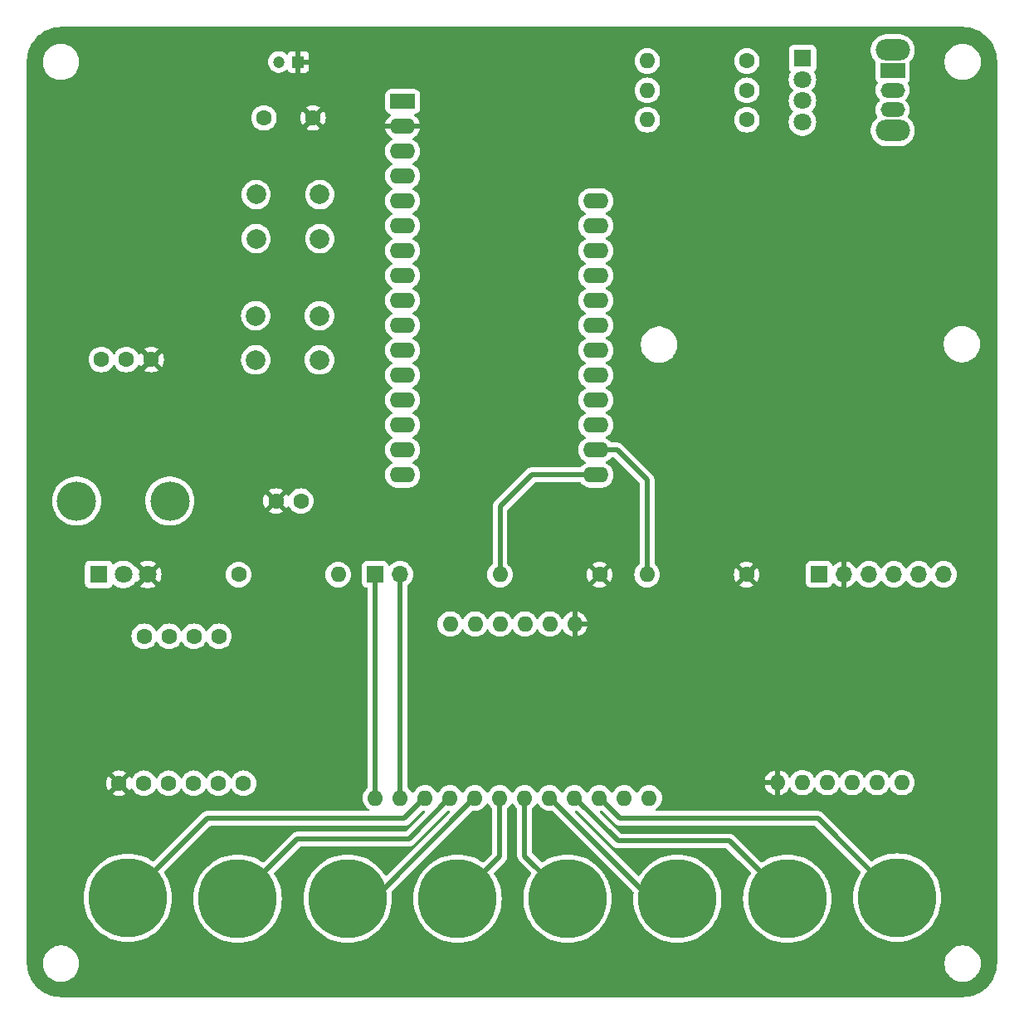
<source format=gtl>
G04 #@! TF.GenerationSoftware,KiCad,Pcbnew,8.0.8*
G04 #@! TF.CreationDate,2025-02-17T18:47:29+01:00*
G04 #@! TF.ProjectId,tesi,74657369-2e6b-4696-9361-645f70636258,rev?*
G04 #@! TF.SameCoordinates,Original*
G04 #@! TF.FileFunction,Copper,L1,Top*
G04 #@! TF.FilePolarity,Positive*
%FSLAX46Y46*%
G04 Gerber Fmt 4.6, Leading zero omitted, Abs format (unit mm)*
G04 Created by KiCad (PCBNEW 8.0.8) date 2025-02-17 18:47:29*
%MOMM*%
%LPD*%
G01*
G04 APERTURE LIST*
G04 Aperture macros list*
%AMRoundRect*
0 Rectangle with rounded corners*
0 $1 Rounding radius*
0 $2 $3 $4 $5 $6 $7 $8 $9 X,Y pos of 4 corners*
0 Add a 4 corners polygon primitive as box body*
4,1,4,$2,$3,$4,$5,$6,$7,$8,$9,$2,$3,0*
0 Add four circle primitives for the rounded corners*
1,1,$1+$1,$2,$3*
1,1,$1+$1,$4,$5*
1,1,$1+$1,$6,$7*
1,1,$1+$1,$8,$9*
0 Add four rect primitives between the rounded corners*
20,1,$1+$1,$2,$3,$4,$5,0*
20,1,$1+$1,$4,$5,$6,$7,0*
20,1,$1+$1,$6,$7,$8,$9,0*
20,1,$1+$1,$8,$9,$2,$3,0*%
G04 Aperture macros list end*
G04 #@! TA.AperFunction,ComponentPad*
%ADD10C,1.600000*%
G04 #@! TD*
G04 #@! TA.AperFunction,ComponentPad*
%ADD11O,1.600000X1.600000*%
G04 #@! TD*
G04 #@! TA.AperFunction,ComponentPad*
%ADD12RoundRect,0.250000X-1.050000X-0.550000X1.050000X-0.550000X1.050000X0.550000X-1.050000X0.550000X0*%
G04 #@! TD*
G04 #@! TA.AperFunction,ComponentPad*
%ADD13O,2.600000X1.600000*%
G04 #@! TD*
G04 #@! TA.AperFunction,SMDPad,CuDef*
%ADD14C,8.000000*%
G04 #@! TD*
G04 #@! TA.AperFunction,ComponentPad*
%ADD15R,1.700000X1.700000*%
G04 #@! TD*
G04 #@! TA.AperFunction,ComponentPad*
%ADD16O,1.700000X1.700000*%
G04 #@! TD*
G04 #@! TA.AperFunction,ComponentPad*
%ADD17R,1.200000X1.200000*%
G04 #@! TD*
G04 #@! TA.AperFunction,ComponentPad*
%ADD18C,1.200000*%
G04 #@! TD*
G04 #@! TA.AperFunction,ComponentPad*
%ADD19R,1.800000X1.800000*%
G04 #@! TD*
G04 #@! TA.AperFunction,ComponentPad*
%ADD20C,1.800000*%
G04 #@! TD*
G04 #@! TA.AperFunction,ComponentPad*
%ADD21C,2.000000*%
G04 #@! TD*
G04 #@! TA.AperFunction,ComponentPad*
%ADD22O,3.500000X2.200000*%
G04 #@! TD*
G04 #@! TA.AperFunction,ComponentPad*
%ADD23R,2.500000X1.500000*%
G04 #@! TD*
G04 #@! TA.AperFunction,ComponentPad*
%ADD24O,2.500000X1.500000*%
G04 #@! TD*
G04 #@! TA.AperFunction,ComponentPad*
%ADD25O,4.000000X4.000000*%
G04 #@! TD*
G04 #@! TA.AperFunction,Conductor*
%ADD26C,0.500000*%
G04 #@! TD*
G04 APERTURE END LIST*
D10*
X124625504Y-40100000D03*
D11*
X114465504Y-40100000D03*
D12*
X89503759Y-41240485D03*
D13*
X89503759Y-43780485D03*
X89503759Y-46320485D03*
X89503759Y-48860485D03*
X89503759Y-51400485D03*
X89503759Y-53940485D03*
X89503759Y-56480485D03*
X89503759Y-59020485D03*
X89503759Y-61560485D03*
X89503759Y-64100485D03*
X89503759Y-66640485D03*
X89503759Y-69180485D03*
X89503759Y-71720485D03*
X89503759Y-74260485D03*
X89503759Y-76800485D03*
X89503759Y-79340485D03*
X109223759Y-79340485D03*
X109223759Y-76800485D03*
X109223759Y-74260485D03*
X109223759Y-71720485D03*
X109223759Y-69180485D03*
X109223759Y-66640485D03*
X109223759Y-64100485D03*
X109223759Y-61560485D03*
X109223759Y-59020485D03*
X109223759Y-56480485D03*
X109223759Y-53940485D03*
X109223759Y-51400485D03*
D14*
X61461335Y-122498532D03*
D10*
X65640000Y-110800485D03*
X60560000Y-110800485D03*
X63100000Y-110800485D03*
X70750000Y-95800485D03*
X68210000Y-95800485D03*
X73260000Y-110800485D03*
X63130000Y-95800485D03*
X65670000Y-95800485D03*
X68180000Y-110800485D03*
X70720000Y-110800485D03*
X109600000Y-89505774D03*
D11*
X99440000Y-89505774D03*
X94363759Y-94550485D03*
X96903759Y-94550485D03*
X99443759Y-94550485D03*
X101983759Y-94550485D03*
X104523759Y-94550485D03*
X107063759Y-94550485D03*
X86723759Y-112300485D03*
X89263759Y-112300485D03*
X91803759Y-112300485D03*
X94343759Y-112300485D03*
X96883759Y-112300485D03*
X99423759Y-112300485D03*
X101963759Y-112300485D03*
X104503759Y-112300485D03*
X107043759Y-112300485D03*
X109583759Y-112300485D03*
X112123759Y-112300485D03*
X114663759Y-112300485D03*
D10*
X79121879Y-82000000D03*
X76581879Y-82000000D03*
D14*
X106318435Y-122574832D03*
D11*
X114440000Y-89500000D03*
D10*
X124600000Y-89500000D03*
D14*
X128747035Y-122574832D03*
D10*
X124625504Y-43100000D03*
D11*
X114465504Y-43100000D03*
D14*
X72675635Y-122574832D03*
X117532735Y-122574832D03*
D15*
X132000000Y-89475000D03*
D16*
X134540000Y-89475000D03*
X137080000Y-89475000D03*
X139620000Y-89475000D03*
X142160000Y-89475000D03*
X144700000Y-89475000D03*
D17*
X78851879Y-37198932D03*
D18*
X76851879Y-37198932D03*
D10*
X63850000Y-67559311D03*
X61310000Y-67559311D03*
X58770000Y-67559311D03*
D19*
X130300000Y-36850485D03*
D20*
X130300000Y-39009485D03*
X130300000Y-41168485D03*
X130300000Y-43327485D03*
D21*
X81055544Y-55230742D03*
X74555544Y-55230742D03*
X81055544Y-50730742D03*
X74555544Y-50730742D03*
D15*
X86710000Y-89475000D03*
D16*
X89250000Y-89475000D03*
D22*
X139500000Y-35990485D03*
X139500000Y-44190485D03*
D23*
X139500000Y-38090485D03*
D24*
X139500000Y-40090485D03*
X139500000Y-42090485D03*
D11*
X127740000Y-110727696D03*
X130280000Y-110727696D03*
X132820000Y-110727696D03*
X135360000Y-110727696D03*
X137900000Y-110727696D03*
X140440000Y-110727696D03*
D10*
X80351879Y-42910485D03*
X75351879Y-42910485D03*
X72771879Y-89500000D03*
D11*
X82931879Y-89500000D03*
D14*
X83889935Y-122574832D03*
D10*
X124625504Y-37100000D03*
D11*
X114465504Y-37100000D03*
D21*
X81019506Y-67600000D03*
X74519506Y-67600000D03*
X81019506Y-63100000D03*
X74519506Y-63100000D03*
D14*
X95104235Y-122574832D03*
D25*
X56250000Y-82000000D03*
X65750000Y-82000000D03*
D19*
X58500000Y-89500000D03*
D20*
X61000000Y-89500000D03*
X63500000Y-89500000D03*
D14*
X139961335Y-122464432D03*
D26*
X102659515Y-79340485D02*
X109523759Y-79340485D01*
X99440000Y-89505774D02*
X99440000Y-82560000D01*
X99440000Y-82560000D02*
X102659515Y-79340485D01*
X114440000Y-89500000D02*
X114440000Y-79840000D01*
X114440000Y-79840000D02*
X111400485Y-76800485D01*
X111400485Y-76800485D02*
X109523759Y-76800485D01*
X69569382Y-114390485D02*
X61461335Y-122498532D01*
X89685921Y-114390485D02*
X69569382Y-114390485D01*
X91803759Y-112272647D02*
X89685921Y-114390485D01*
X94343759Y-112272647D02*
X90125921Y-116490485D01*
X90125921Y-116490485D02*
X78759982Y-116490485D01*
X78759982Y-116490485D02*
X72675635Y-122574832D01*
X96883759Y-112272647D02*
X86581574Y-122574832D01*
X86581574Y-122574832D02*
X83889935Y-122574832D01*
X99423759Y-118255308D02*
X95104235Y-122574832D01*
X99423759Y-112272647D02*
X99423759Y-118255308D01*
X101963759Y-112272647D02*
X101963759Y-118220156D01*
X101963759Y-118220156D02*
X106318435Y-122574832D01*
X114805944Y-122574832D02*
X117532735Y-122574832D01*
X104503759Y-112272647D02*
X114805944Y-122574832D01*
X107043759Y-112272647D02*
X111461597Y-116690485D01*
X111461597Y-116690485D02*
X122862688Y-116690485D01*
X122862688Y-116690485D02*
X128747035Y-122574832D01*
X111701597Y-114390485D02*
X131887388Y-114390485D01*
X109583759Y-112272647D02*
X111701597Y-114390485D01*
X131887388Y-114390485D02*
X139961335Y-122464432D01*
X86710000Y-89475000D02*
X86710000Y-112286726D01*
X86710000Y-112286726D02*
X86723759Y-112300485D01*
X89250000Y-89475000D02*
X89250000Y-112286726D01*
X89250000Y-112286726D02*
X89263759Y-112300485D01*
G04 #@! TA.AperFunction,Conductor*
G36*
X146664363Y-33624581D02*
G01*
X146998262Y-33640987D01*
X147010368Y-33642179D01*
X147338042Y-33690787D01*
X147349941Y-33693154D01*
X147671295Y-33773650D01*
X147682908Y-33777174D01*
X147994807Y-33888774D01*
X148006021Y-33893419D01*
X148305488Y-34035057D01*
X148316213Y-34040790D01*
X148600294Y-34211062D01*
X148600328Y-34211082D01*
X148610443Y-34217840D01*
X148876506Y-34415165D01*
X148885905Y-34422878D01*
X149131352Y-34645338D01*
X149139942Y-34653928D01*
X149244864Y-34769690D01*
X149362400Y-34899369D01*
X149370116Y-34908771D01*
X149399088Y-34947835D01*
X149567436Y-35174824D01*
X149574197Y-35184941D01*
X149744499Y-35469065D01*
X149750235Y-35479797D01*
X149887168Y-35769312D01*
X149891859Y-35779229D01*
X149896516Y-35790472D01*
X150008114Y-36102359D01*
X150011646Y-36114003D01*
X150092132Y-36435303D01*
X150094507Y-36447238D01*
X150143116Y-36774902D01*
X150144309Y-36787011D01*
X150160686Y-37120237D01*
X150160835Y-37126324D01*
X150160835Y-129120878D01*
X150160685Y-129126966D01*
X150144272Y-129460839D01*
X150143079Y-129472949D01*
X150094468Y-129800603D01*
X150092094Y-129812537D01*
X150011603Y-130133842D01*
X150008071Y-130145487D01*
X149896469Y-130457375D01*
X149891812Y-130468617D01*
X149750188Y-130768043D01*
X149744452Y-130778774D01*
X149574152Y-131062897D01*
X149567391Y-131073014D01*
X149370076Y-131339060D01*
X149362357Y-131348466D01*
X149139908Y-131593901D01*
X149131303Y-131602506D01*
X148885868Y-131824955D01*
X148876462Y-131832674D01*
X148610416Y-132029989D01*
X148600299Y-132036750D01*
X148316176Y-132207051D01*
X148305445Y-132212787D01*
X148006019Y-132354411D01*
X147994777Y-132359068D01*
X147682890Y-132470670D01*
X147671245Y-132474202D01*
X147349939Y-132554693D01*
X147338005Y-132557067D01*
X147010351Y-132605679D01*
X146998241Y-132606872D01*
X146664430Y-132623282D01*
X146658342Y-132623432D01*
X54734833Y-132623432D01*
X54734817Y-132623431D01*
X54664379Y-132623431D01*
X54658296Y-132623282D01*
X54324403Y-132606882D01*
X54312292Y-132605689D01*
X53984639Y-132557088D01*
X53972704Y-132554714D01*
X53651395Y-132474233D01*
X53639750Y-132470701D01*
X53327868Y-132359109D01*
X53316625Y-132354452D01*
X53017182Y-132212827D01*
X53006455Y-132207092D01*
X52722346Y-132036804D01*
X52712228Y-132030043D01*
X52446171Y-131832720D01*
X52436764Y-131825001D01*
X52191326Y-131602548D01*
X52182722Y-131593943D01*
X51960280Y-131348514D01*
X51952560Y-131339107D01*
X51952525Y-131339060D01*
X51755244Y-131073053D01*
X51748484Y-131062937D01*
X51683781Y-130954984D01*
X51578188Y-130778808D01*
X51572456Y-130768084D01*
X51559584Y-130740868D01*
X51430836Y-130468647D01*
X51426180Y-130457405D01*
X51314591Y-130145523D01*
X51311059Y-130133878D01*
X51230579Y-129812568D01*
X51228205Y-129800633D01*
X51227374Y-129795032D01*
X51179606Y-129472975D01*
X51178414Y-129460869D01*
X51165109Y-129189943D01*
X51161983Y-129126292D01*
X51161835Y-129120230D01*
X51161836Y-129077643D01*
X52789235Y-129077643D01*
X52789235Y-129320220D01*
X52820896Y-129560717D01*
X52883682Y-129795036D01*
X52976508Y-130019137D01*
X52976511Y-130019144D01*
X53097799Y-130229221D01*
X53097801Y-130229224D01*
X53097802Y-130229225D01*
X53245468Y-130421668D01*
X53245474Y-130421675D01*
X53416991Y-130593192D01*
X53416997Y-130593197D01*
X53609446Y-130740868D01*
X53819523Y-130862156D01*
X54043635Y-130954986D01*
X54277946Y-131017770D01*
X54458321Y-131041516D01*
X54518446Y-131049432D01*
X54518447Y-131049432D01*
X54761024Y-131049432D01*
X54809123Y-131043099D01*
X55001524Y-131017770D01*
X55235835Y-130954986D01*
X55459947Y-130862156D01*
X55670024Y-130740868D01*
X55862473Y-130593197D01*
X56034000Y-130421670D01*
X56181671Y-130229221D01*
X56302959Y-130019144D01*
X56395789Y-129795032D01*
X56458573Y-129560721D01*
X56490235Y-129320220D01*
X56490235Y-129077644D01*
X56490235Y-129077643D01*
X144789235Y-129077643D01*
X144789235Y-129320220D01*
X144820896Y-129560717D01*
X144883682Y-129795036D01*
X144976508Y-130019137D01*
X144976511Y-130019144D01*
X145097799Y-130229221D01*
X145097801Y-130229224D01*
X145097802Y-130229225D01*
X145245468Y-130421668D01*
X145245474Y-130421675D01*
X145416991Y-130593192D01*
X145416997Y-130593197D01*
X145609446Y-130740868D01*
X145819523Y-130862156D01*
X146043635Y-130954986D01*
X146277946Y-131017770D01*
X146458321Y-131041516D01*
X146518446Y-131049432D01*
X146518447Y-131049432D01*
X146761024Y-131049432D01*
X146809123Y-131043099D01*
X147001524Y-131017770D01*
X147235835Y-130954986D01*
X147459947Y-130862156D01*
X147670024Y-130740868D01*
X147862473Y-130593197D01*
X148034000Y-130421670D01*
X148181671Y-130229221D01*
X148302959Y-130019144D01*
X148395789Y-129795032D01*
X148458573Y-129560721D01*
X148490235Y-129320220D01*
X148490235Y-129077644D01*
X148458573Y-128837143D01*
X148395789Y-128602832D01*
X148302959Y-128378720D01*
X148181671Y-128168643D01*
X148034000Y-127976194D01*
X148033995Y-127976188D01*
X147862478Y-127804671D01*
X147862471Y-127804665D01*
X147670028Y-127656999D01*
X147670027Y-127656998D01*
X147670024Y-127656996D01*
X147459947Y-127535708D01*
X147459940Y-127535705D01*
X147235839Y-127442879D01*
X147001520Y-127380093D01*
X146761024Y-127348432D01*
X146761023Y-127348432D01*
X146518447Y-127348432D01*
X146518446Y-127348432D01*
X146277949Y-127380093D01*
X146043630Y-127442879D01*
X145819529Y-127535705D01*
X145819520Y-127535709D01*
X145609441Y-127656999D01*
X145416998Y-127804665D01*
X145416991Y-127804671D01*
X145245474Y-127976188D01*
X145245468Y-127976195D01*
X145097802Y-128168638D01*
X144976512Y-128378717D01*
X144976508Y-128378726D01*
X144883682Y-128602827D01*
X144820896Y-128837146D01*
X144789235Y-129077643D01*
X56490235Y-129077643D01*
X56458573Y-128837143D01*
X56395789Y-128602832D01*
X56302959Y-128378720D01*
X56181671Y-128168643D01*
X56034000Y-127976194D01*
X56033995Y-127976188D01*
X55862478Y-127804671D01*
X55862471Y-127804665D01*
X55670028Y-127656999D01*
X55670027Y-127656998D01*
X55670024Y-127656996D01*
X55459947Y-127535708D01*
X55459940Y-127535705D01*
X55235839Y-127442879D01*
X55001520Y-127380093D01*
X54761024Y-127348432D01*
X54761023Y-127348432D01*
X54518447Y-127348432D01*
X54518446Y-127348432D01*
X54277949Y-127380093D01*
X54043630Y-127442879D01*
X53819529Y-127535705D01*
X53819520Y-127535709D01*
X53609441Y-127656999D01*
X53416998Y-127804665D01*
X53416991Y-127804671D01*
X53245474Y-127976188D01*
X53245468Y-127976195D01*
X53097802Y-128168638D01*
X52976512Y-128378717D01*
X52976508Y-128378726D01*
X52883682Y-128602827D01*
X52820896Y-128837146D01*
X52789235Y-129077643D01*
X51161836Y-129077643D01*
X51161836Y-129058048D01*
X51161835Y-129058044D01*
X51161835Y-122498532D01*
X56956028Y-122498532D01*
X56975247Y-122914229D01*
X56975247Y-122914234D01*
X56975248Y-122914239D01*
X57032738Y-123326377D01*
X57032740Y-123326385D01*
X57128014Y-123731465D01*
X57260264Y-124126046D01*
X57428345Y-124506709D01*
X57428355Y-124506730D01*
X57630841Y-124870263D01*
X57630844Y-124870267D01*
X57630846Y-124870271D01*
X57866022Y-125213586D01*
X57866024Y-125213588D01*
X57866031Y-125213598D01*
X58103547Y-125499626D01*
X58131873Y-125533738D01*
X58426129Y-125827994D01*
X58426140Y-125828003D01*
X58746268Y-126093835D01*
X58746274Y-126093839D01*
X58746281Y-126093845D01*
X59089596Y-126329021D01*
X59089602Y-126329024D01*
X59089603Y-126329025D01*
X59391925Y-126497417D01*
X59453147Y-126531517D01*
X59625935Y-126607811D01*
X59833820Y-126699602D01*
X59833823Y-126699603D01*
X59833830Y-126699606D01*
X60228399Y-126831852D01*
X60633487Y-126927128D01*
X61045638Y-126984620D01*
X61461335Y-127003839D01*
X61877032Y-126984620D01*
X62289183Y-126927128D01*
X62694271Y-126831852D01*
X63088840Y-126699606D01*
X63469523Y-126531517D01*
X63833074Y-126329021D01*
X64176389Y-126093845D01*
X64496541Y-125827994D01*
X64790797Y-125533738D01*
X65056648Y-125213586D01*
X65291824Y-124870271D01*
X65494320Y-124506720D01*
X65662409Y-124126037D01*
X65794655Y-123731468D01*
X65889931Y-123326380D01*
X65947423Y-122914229D01*
X65966642Y-122498532D01*
X65947423Y-122082835D01*
X65889931Y-121670684D01*
X65794655Y-121265596D01*
X65662409Y-120871027D01*
X65647352Y-120836927D01*
X65494324Y-120490354D01*
X65494320Y-120490344D01*
X65475326Y-120456244D01*
X65291828Y-120126800D01*
X65291826Y-120126798D01*
X65291824Y-120126793D01*
X65291820Y-120126787D01*
X65291815Y-120126779D01*
X65188465Y-119975908D01*
X65166818Y-119909477D01*
X65184523Y-119841887D01*
X65203079Y-119818154D01*
X69843931Y-115177304D01*
X69905254Y-115143819D01*
X69931612Y-115140985D01*
X89759841Y-115140985D01*
X89857383Y-115121581D01*
X89904834Y-115112143D01*
X90041416Y-115055569D01*
X90090650Y-115022671D01*
X90164337Y-114973437D01*
X91512812Y-113624959D01*
X91574133Y-113591476D01*
X91611293Y-113589114D01*
X91672487Y-113594468D01*
X91737555Y-113619921D01*
X91778533Y-113676513D01*
X91782410Y-113746275D01*
X91749359Y-113805677D01*
X89851372Y-115703666D01*
X89790049Y-115737151D01*
X89763691Y-115739985D01*
X78686062Y-115739985D01*
X78541074Y-115768825D01*
X78541068Y-115768827D01*
X78404490Y-115825399D01*
X78404478Y-115825406D01*
X78355251Y-115858298D01*
X78281570Y-115907529D01*
X78281562Y-115907535D01*
X75356015Y-118833082D01*
X75294692Y-118866567D01*
X75225000Y-118861583D01*
X75198260Y-118847702D01*
X75047374Y-118744343D01*
X75047370Y-118744341D01*
X75047366Y-118744338D01*
X74683833Y-118541852D01*
X74683812Y-118541842D01*
X74303149Y-118373761D01*
X73908568Y-118241511D01*
X73503488Y-118146237D01*
X73503480Y-118146235D01*
X73091342Y-118088745D01*
X73091337Y-118088744D01*
X73091332Y-118088744D01*
X72675635Y-118069525D01*
X72259938Y-118088744D01*
X72259932Y-118088744D01*
X72259927Y-118088745D01*
X71847789Y-118146235D01*
X71847781Y-118146237D01*
X71442701Y-118241511D01*
X71048120Y-118373761D01*
X70667457Y-118541842D01*
X70667436Y-118541852D01*
X70303903Y-118744338D01*
X70303897Y-118744342D01*
X69960578Y-118979521D01*
X69960568Y-118979528D01*
X69640440Y-119245360D01*
X69640420Y-119245378D01*
X69346181Y-119539617D01*
X69346163Y-119539637D01*
X69080331Y-119859765D01*
X69080324Y-119859775D01*
X68845145Y-120203094D01*
X68845141Y-120203100D01*
X68642655Y-120566633D01*
X68642645Y-120566654D01*
X68474564Y-120947317D01*
X68342314Y-121341898D01*
X68247040Y-121746978D01*
X68247038Y-121746986D01*
X68189548Y-122159124D01*
X68189548Y-122159126D01*
X68189547Y-122159135D01*
X68170328Y-122574832D01*
X68189547Y-122990529D01*
X68189547Y-122990534D01*
X68189548Y-122990539D01*
X68247038Y-123402677D01*
X68247040Y-123402685D01*
X68342314Y-123807765D01*
X68474564Y-124202346D01*
X68642645Y-124583009D01*
X68642655Y-124583030D01*
X68845141Y-124946563D01*
X68845144Y-124946567D01*
X68845146Y-124946571D01*
X69080322Y-125289886D01*
X69080324Y-125289888D01*
X69080331Y-125289898D01*
X69282804Y-125533726D01*
X69346173Y-125610038D01*
X69640429Y-125904294D01*
X69640440Y-125904303D01*
X69960568Y-126170135D01*
X69960574Y-126170139D01*
X69960581Y-126170145D01*
X70303896Y-126405321D01*
X70303902Y-126405324D01*
X70303903Y-126405325D01*
X70469247Y-126497421D01*
X70667447Y-126607817D01*
X70857788Y-126691861D01*
X71048120Y-126775902D01*
X71048123Y-126775903D01*
X71048130Y-126775906D01*
X71442699Y-126908152D01*
X71847787Y-127003428D01*
X72259938Y-127060920D01*
X72675635Y-127080139D01*
X73091332Y-127060920D01*
X73503483Y-127003428D01*
X73908571Y-126908152D01*
X74303140Y-126775906D01*
X74683823Y-126607817D01*
X75047374Y-126405321D01*
X75390689Y-126170145D01*
X75710841Y-125904294D01*
X76005097Y-125610038D01*
X76270948Y-125289886D01*
X76506124Y-124946571D01*
X76708620Y-124583020D01*
X76876709Y-124202337D01*
X77008955Y-123807768D01*
X77104231Y-123402680D01*
X77161723Y-122990529D01*
X77180942Y-122574832D01*
X77161723Y-122159135D01*
X77104231Y-121746984D01*
X77008955Y-121341896D01*
X76876709Y-120947327D01*
X76827962Y-120836927D01*
X76708624Y-120566654D01*
X76708620Y-120566644D01*
X76534835Y-120254640D01*
X76506128Y-120203100D01*
X76506126Y-120203098D01*
X76506124Y-120203093D01*
X76506117Y-120203083D01*
X76506115Y-120203079D01*
X76402765Y-120052208D01*
X76381118Y-119985777D01*
X76398823Y-119918187D01*
X76417379Y-119894454D01*
X79034531Y-117277304D01*
X79095854Y-117243819D01*
X79122212Y-117240985D01*
X90199841Y-117240985D01*
X90297383Y-117221581D01*
X90344834Y-117212143D01*
X90481416Y-117155569D01*
X90530650Y-117122671D01*
X90604337Y-117073437D01*
X94052813Y-113624959D01*
X94114134Y-113591476D01*
X94151293Y-113589114D01*
X94212487Y-113594468D01*
X94277556Y-113619922D01*
X94318533Y-113676513D01*
X94322410Y-113746275D01*
X94289359Y-113805677D01*
X87895743Y-120199293D01*
X87834420Y-120232778D01*
X87764728Y-120227794D01*
X87708795Y-120185922D01*
X87705762Y-120181689D01*
X87617065Y-120052208D01*
X87485248Y-119859778D01*
X87485242Y-119859771D01*
X87485238Y-119859765D01*
X87219406Y-119539637D01*
X87219397Y-119539626D01*
X86925141Y-119245370D01*
X86833266Y-119169078D01*
X86605001Y-118979528D01*
X86604991Y-118979521D01*
X86604989Y-118979519D01*
X86261674Y-118744343D01*
X86261670Y-118744341D01*
X86261666Y-118744338D01*
X85898133Y-118541852D01*
X85898112Y-118541842D01*
X85517449Y-118373761D01*
X85122868Y-118241511D01*
X84717788Y-118146237D01*
X84717780Y-118146235D01*
X84305642Y-118088745D01*
X84305637Y-118088744D01*
X84305632Y-118088744D01*
X83889935Y-118069525D01*
X83474238Y-118088744D01*
X83474232Y-118088744D01*
X83474227Y-118088745D01*
X83062089Y-118146235D01*
X83062081Y-118146237D01*
X82657001Y-118241511D01*
X82262420Y-118373761D01*
X81881757Y-118541842D01*
X81881736Y-118541852D01*
X81518203Y-118744338D01*
X81518197Y-118744342D01*
X81174878Y-118979521D01*
X81174868Y-118979528D01*
X80854740Y-119245360D01*
X80854720Y-119245378D01*
X80560481Y-119539617D01*
X80560463Y-119539637D01*
X80294631Y-119859765D01*
X80294624Y-119859775D01*
X80059445Y-120203094D01*
X80059441Y-120203100D01*
X79856955Y-120566633D01*
X79856945Y-120566654D01*
X79688864Y-120947317D01*
X79556614Y-121341898D01*
X79461340Y-121746978D01*
X79461338Y-121746986D01*
X79403848Y-122159124D01*
X79403848Y-122159126D01*
X79403847Y-122159135D01*
X79384628Y-122574832D01*
X79403847Y-122990529D01*
X79403847Y-122990534D01*
X79403848Y-122990539D01*
X79461338Y-123402677D01*
X79461340Y-123402685D01*
X79556614Y-123807765D01*
X79688864Y-124202346D01*
X79856945Y-124583009D01*
X79856955Y-124583030D01*
X80059441Y-124946563D01*
X80059444Y-124946567D01*
X80059446Y-124946571D01*
X80294622Y-125289886D01*
X80294624Y-125289888D01*
X80294631Y-125289898D01*
X80497104Y-125533726D01*
X80560473Y-125610038D01*
X80854729Y-125904294D01*
X80854740Y-125904303D01*
X81174868Y-126170135D01*
X81174874Y-126170139D01*
X81174881Y-126170145D01*
X81518196Y-126405321D01*
X81518202Y-126405324D01*
X81518203Y-126405325D01*
X81683547Y-126497421D01*
X81881747Y-126607817D01*
X82072088Y-126691861D01*
X82262420Y-126775902D01*
X82262423Y-126775903D01*
X82262430Y-126775906D01*
X82656999Y-126908152D01*
X83062087Y-127003428D01*
X83474238Y-127060920D01*
X83889935Y-127080139D01*
X84305632Y-127060920D01*
X84717783Y-127003428D01*
X85122871Y-126908152D01*
X85517440Y-126775906D01*
X85898123Y-126607817D01*
X86261674Y-126405321D01*
X86604989Y-126170145D01*
X86925141Y-125904294D01*
X87219397Y-125610038D01*
X87485248Y-125289886D01*
X87720424Y-124946571D01*
X87922920Y-124583020D01*
X88091009Y-124202337D01*
X88223255Y-123807768D01*
X88318531Y-123402680D01*
X88376023Y-122990529D01*
X88395242Y-122574832D01*
X88376023Y-122159135D01*
X88345699Y-121941754D01*
X88355933Y-121872640D01*
X88380826Y-121836946D01*
X96592813Y-113624959D01*
X96654134Y-113591476D01*
X96691293Y-113589114D01*
X96868309Y-113604601D01*
X96883758Y-113605953D01*
X96883759Y-113605953D01*
X96883761Y-113605953D01*
X96942212Y-113600839D01*
X97110451Y-113586120D01*
X97330255Y-113527224D01*
X97536493Y-113431053D01*
X97722898Y-113300532D01*
X97883806Y-113139624D01*
X98014327Y-112953219D01*
X98041377Y-112895209D01*
X98087549Y-112842770D01*
X98154742Y-112823618D01*
X98221624Y-112843833D01*
X98266141Y-112895210D01*
X98293188Y-112953213D01*
X98293191Y-112953219D01*
X98423713Y-113139626D01*
X98584618Y-113300531D01*
X98620380Y-113325571D01*
X98664006Y-113380147D01*
X98673259Y-113427147D01*
X98673259Y-117893078D01*
X98653574Y-117960117D01*
X98636940Y-117980759D01*
X97784616Y-118833082D01*
X97723293Y-118866567D01*
X97653601Y-118861583D01*
X97626858Y-118847701D01*
X97475973Y-118744342D01*
X97475966Y-118744338D01*
X97112433Y-118541852D01*
X97112412Y-118541842D01*
X96731749Y-118373761D01*
X96337168Y-118241511D01*
X95932088Y-118146237D01*
X95932080Y-118146235D01*
X95519942Y-118088745D01*
X95519937Y-118088744D01*
X95519932Y-118088744D01*
X95104235Y-118069525D01*
X94688538Y-118088744D01*
X94688532Y-118088744D01*
X94688527Y-118088745D01*
X94276389Y-118146235D01*
X94276381Y-118146237D01*
X93871301Y-118241511D01*
X93476720Y-118373761D01*
X93096057Y-118541842D01*
X93096036Y-118541852D01*
X92732503Y-118744338D01*
X92732497Y-118744342D01*
X92389178Y-118979521D01*
X92389168Y-118979528D01*
X92069040Y-119245360D01*
X92069020Y-119245378D01*
X91774781Y-119539617D01*
X91774763Y-119539637D01*
X91508931Y-119859765D01*
X91508924Y-119859775D01*
X91273745Y-120203094D01*
X91273741Y-120203100D01*
X91071255Y-120566633D01*
X91071245Y-120566654D01*
X90903164Y-120947317D01*
X90770914Y-121341898D01*
X90675640Y-121746978D01*
X90675638Y-121746986D01*
X90618148Y-122159124D01*
X90618148Y-122159126D01*
X90618147Y-122159135D01*
X90598928Y-122574832D01*
X90618147Y-122990529D01*
X90618147Y-122990534D01*
X90618148Y-122990539D01*
X90675638Y-123402677D01*
X90675640Y-123402685D01*
X90770914Y-123807765D01*
X90903164Y-124202346D01*
X91071245Y-124583009D01*
X91071255Y-124583030D01*
X91273741Y-124946563D01*
X91273744Y-124946567D01*
X91273746Y-124946571D01*
X91508922Y-125289886D01*
X91508924Y-125289888D01*
X91508931Y-125289898D01*
X91711404Y-125533726D01*
X91774773Y-125610038D01*
X92069029Y-125904294D01*
X92069040Y-125904303D01*
X92389168Y-126170135D01*
X92389174Y-126170139D01*
X92389181Y-126170145D01*
X92732496Y-126405321D01*
X92732502Y-126405324D01*
X92732503Y-126405325D01*
X92897847Y-126497421D01*
X93096047Y-126607817D01*
X93286388Y-126691861D01*
X93476720Y-126775902D01*
X93476723Y-126775903D01*
X93476730Y-126775906D01*
X93871299Y-126908152D01*
X94276387Y-127003428D01*
X94688538Y-127060920D01*
X95104235Y-127080139D01*
X95519932Y-127060920D01*
X95932083Y-127003428D01*
X96337171Y-126908152D01*
X96731740Y-126775906D01*
X97112423Y-126607817D01*
X97475974Y-126405321D01*
X97819289Y-126170145D01*
X98139441Y-125904294D01*
X98433697Y-125610038D01*
X98699548Y-125289886D01*
X98934724Y-124946571D01*
X99137220Y-124583020D01*
X99305309Y-124202337D01*
X99437555Y-123807768D01*
X99532831Y-123402680D01*
X99590323Y-122990529D01*
X99609542Y-122574832D01*
X99590323Y-122159135D01*
X99532831Y-121746984D01*
X99437555Y-121341896D01*
X99305309Y-120947327D01*
X99256562Y-120836927D01*
X99137224Y-120566654D01*
X99137220Y-120566644D01*
X98963435Y-120254640D01*
X98934728Y-120203100D01*
X98934727Y-120203099D01*
X98934724Y-120203093D01*
X98831363Y-120052205D01*
X98809718Y-119985775D01*
X98827423Y-119918186D01*
X98845979Y-119894453D01*
X100006710Y-118733724D01*
X100088843Y-118610803D01*
X100145417Y-118474221D01*
X100174259Y-118329226D01*
X100174259Y-118181391D01*
X100174259Y-113427147D01*
X100193944Y-113360108D01*
X100227138Y-113325571D01*
X100262899Y-113300531D01*
X100423804Y-113139626D01*
X100423806Y-113139624D01*
X100554327Y-112953219D01*
X100581377Y-112895209D01*
X100627549Y-112842770D01*
X100694742Y-112823618D01*
X100761624Y-112843833D01*
X100806141Y-112895210D01*
X100833188Y-112953213D01*
X100833191Y-112953219D01*
X100963713Y-113139626D01*
X101124618Y-113300531D01*
X101160380Y-113325571D01*
X101204006Y-113380147D01*
X101213259Y-113427147D01*
X101213259Y-118294074D01*
X101213259Y-118294076D01*
X101213258Y-118294076D01*
X101242099Y-118439063D01*
X101242102Y-118439073D01*
X101298672Y-118575646D01*
X101298673Y-118575647D01*
X101298675Y-118575651D01*
X101322163Y-118610803D01*
X101360405Y-118668038D01*
X101380810Y-118698576D01*
X101380811Y-118698577D01*
X102576685Y-119894450D01*
X102610170Y-119955773D01*
X102605186Y-120025465D01*
X102591304Y-120052207D01*
X102487952Y-120203083D01*
X102487941Y-120203100D01*
X102285455Y-120566633D01*
X102285445Y-120566654D01*
X102117364Y-120947317D01*
X101985114Y-121341898D01*
X101889840Y-121746978D01*
X101889838Y-121746986D01*
X101832348Y-122159124D01*
X101832348Y-122159126D01*
X101832347Y-122159135D01*
X101813128Y-122574832D01*
X101832347Y-122990529D01*
X101832347Y-122990534D01*
X101832348Y-122990539D01*
X101889838Y-123402677D01*
X101889840Y-123402685D01*
X101985114Y-123807765D01*
X102117364Y-124202346D01*
X102285445Y-124583009D01*
X102285455Y-124583030D01*
X102487941Y-124946563D01*
X102487944Y-124946567D01*
X102487946Y-124946571D01*
X102723122Y-125289886D01*
X102723124Y-125289888D01*
X102723131Y-125289898D01*
X102925604Y-125533726D01*
X102988973Y-125610038D01*
X103283229Y-125904294D01*
X103283240Y-125904303D01*
X103603368Y-126170135D01*
X103603374Y-126170139D01*
X103603381Y-126170145D01*
X103946696Y-126405321D01*
X103946702Y-126405324D01*
X103946703Y-126405325D01*
X104112047Y-126497421D01*
X104310247Y-126607817D01*
X104500588Y-126691861D01*
X104690920Y-126775902D01*
X104690923Y-126775903D01*
X104690930Y-126775906D01*
X105085499Y-126908152D01*
X105490587Y-127003428D01*
X105902738Y-127060920D01*
X106318435Y-127080139D01*
X106734132Y-127060920D01*
X107146283Y-127003428D01*
X107551371Y-126908152D01*
X107945940Y-126775906D01*
X108326623Y-126607817D01*
X108690174Y-126405321D01*
X109033489Y-126170145D01*
X109353641Y-125904294D01*
X109647897Y-125610038D01*
X109913748Y-125289886D01*
X110148924Y-124946571D01*
X110351420Y-124583020D01*
X110519509Y-124202337D01*
X110651755Y-123807768D01*
X110747031Y-123402680D01*
X110804523Y-122990529D01*
X110823742Y-122574832D01*
X110804523Y-122159135D01*
X110747031Y-121746984D01*
X110651755Y-121341896D01*
X110519509Y-120947327D01*
X110470762Y-120836927D01*
X110351424Y-120566654D01*
X110351420Y-120566644D01*
X110177635Y-120254640D01*
X110148928Y-120203100D01*
X110148927Y-120203099D01*
X110148924Y-120203093D01*
X109913748Y-119859778D01*
X109913742Y-119859771D01*
X109913738Y-119859765D01*
X109647906Y-119539637D01*
X109647897Y-119539626D01*
X109353641Y-119245370D01*
X109261766Y-119169078D01*
X109033501Y-118979528D01*
X109033491Y-118979521D01*
X109033489Y-118979519D01*
X108690174Y-118744343D01*
X108690170Y-118744341D01*
X108690166Y-118744338D01*
X108326633Y-118541852D01*
X108326612Y-118541842D01*
X107945949Y-118373761D01*
X107551368Y-118241511D01*
X107146288Y-118146237D01*
X107146280Y-118146235D01*
X106734142Y-118088745D01*
X106734137Y-118088744D01*
X106734132Y-118088744D01*
X106318435Y-118069525D01*
X105902738Y-118088744D01*
X105902732Y-118088744D01*
X105902727Y-118088745D01*
X105490589Y-118146235D01*
X105490581Y-118146237D01*
X105085501Y-118241511D01*
X104690920Y-118373761D01*
X104310257Y-118541842D01*
X104310236Y-118541852D01*
X103946703Y-118744338D01*
X103946686Y-118744349D01*
X103795810Y-118847701D01*
X103729379Y-118869347D01*
X103661789Y-118851642D01*
X103638053Y-118833082D01*
X102750578Y-117945607D01*
X102717093Y-117884284D01*
X102714259Y-117857926D01*
X102714259Y-113427147D01*
X102733944Y-113360108D01*
X102767138Y-113325571D01*
X102802899Y-113300531D01*
X102963804Y-113139626D01*
X102963806Y-113139624D01*
X103094327Y-112953219D01*
X103121377Y-112895209D01*
X103167549Y-112842770D01*
X103234742Y-112823618D01*
X103301624Y-112843833D01*
X103346141Y-112895210D01*
X103373188Y-112953213D01*
X103373191Y-112953219D01*
X103503713Y-113139626D01*
X103664617Y-113300530D01*
X103664620Y-113300532D01*
X103851025Y-113431053D01*
X104057263Y-113527224D01*
X104277067Y-113586120D01*
X104438989Y-113600286D01*
X104503757Y-113605953D01*
X104503759Y-113605953D01*
X104503761Y-113605953D01*
X104696218Y-113589115D01*
X104764718Y-113602882D01*
X104794706Y-113624962D01*
X113037535Y-121867791D01*
X113071020Y-121929114D01*
X113072665Y-121972602D01*
X113046648Y-122159124D01*
X113046648Y-122159126D01*
X113046647Y-122159135D01*
X113027428Y-122574832D01*
X113046647Y-122990529D01*
X113046647Y-122990534D01*
X113046648Y-122990539D01*
X113104138Y-123402677D01*
X113104140Y-123402685D01*
X113199414Y-123807765D01*
X113331664Y-124202346D01*
X113499745Y-124583009D01*
X113499755Y-124583030D01*
X113702241Y-124946563D01*
X113702244Y-124946567D01*
X113702246Y-124946571D01*
X113937422Y-125289886D01*
X113937424Y-125289888D01*
X113937431Y-125289898D01*
X114139904Y-125533726D01*
X114203273Y-125610038D01*
X114497529Y-125904294D01*
X114497540Y-125904303D01*
X114817668Y-126170135D01*
X114817674Y-126170139D01*
X114817681Y-126170145D01*
X115160996Y-126405321D01*
X115161002Y-126405324D01*
X115161003Y-126405325D01*
X115326347Y-126497421D01*
X115524547Y-126607817D01*
X115714888Y-126691861D01*
X115905220Y-126775902D01*
X115905223Y-126775903D01*
X115905230Y-126775906D01*
X116299799Y-126908152D01*
X116704887Y-127003428D01*
X117117038Y-127060920D01*
X117532735Y-127080139D01*
X117948432Y-127060920D01*
X118360583Y-127003428D01*
X118765671Y-126908152D01*
X119160240Y-126775906D01*
X119540923Y-126607817D01*
X119904474Y-126405321D01*
X120247789Y-126170145D01*
X120567941Y-125904294D01*
X120862197Y-125610038D01*
X121128048Y-125289886D01*
X121363224Y-124946571D01*
X121565720Y-124583020D01*
X121733809Y-124202337D01*
X121866055Y-123807768D01*
X121961331Y-123402680D01*
X122018823Y-122990529D01*
X122038042Y-122574832D01*
X122018823Y-122159135D01*
X121961331Y-121746984D01*
X121866055Y-121341896D01*
X121733809Y-120947327D01*
X121685062Y-120836927D01*
X121565724Y-120566654D01*
X121565720Y-120566644D01*
X121391935Y-120254640D01*
X121363228Y-120203100D01*
X121363227Y-120203099D01*
X121363224Y-120203093D01*
X121128048Y-119859778D01*
X121128042Y-119859771D01*
X121128038Y-119859765D01*
X120862206Y-119539637D01*
X120862197Y-119539626D01*
X120567941Y-119245370D01*
X120476066Y-119169078D01*
X120247801Y-118979528D01*
X120247791Y-118979521D01*
X120247789Y-118979519D01*
X119904474Y-118744343D01*
X119904470Y-118744341D01*
X119904466Y-118744338D01*
X119540933Y-118541852D01*
X119540912Y-118541842D01*
X119160249Y-118373761D01*
X118765668Y-118241511D01*
X118360588Y-118146237D01*
X118360580Y-118146235D01*
X117948442Y-118088745D01*
X117948437Y-118088744D01*
X117948432Y-118088744D01*
X117532735Y-118069525D01*
X117117038Y-118088744D01*
X117117032Y-118088744D01*
X117117027Y-118088745D01*
X116704889Y-118146235D01*
X116704881Y-118146237D01*
X116299801Y-118241511D01*
X115905220Y-118373761D01*
X115524557Y-118541842D01*
X115524536Y-118541852D01*
X115161003Y-118744338D01*
X115160997Y-118744342D01*
X114817678Y-118979521D01*
X114817668Y-118979528D01*
X114497540Y-119245360D01*
X114497520Y-119245378D01*
X114203281Y-119539617D01*
X114203263Y-119539637D01*
X113937431Y-119859765D01*
X113937424Y-119859775D01*
X113702616Y-120202551D01*
X113648489Y-120246734D01*
X113579068Y-120254640D01*
X113516393Y-120223759D01*
X113512635Y-120220155D01*
X107098157Y-113805677D01*
X107064672Y-113744354D01*
X107069656Y-113674662D01*
X107111528Y-113618729D01*
X107175030Y-113594468D01*
X107236218Y-113589115D01*
X107304718Y-113602882D01*
X107334705Y-113624961D01*
X110878645Y-117168900D01*
X110878646Y-117168901D01*
X110950730Y-117240985D01*
X110983182Y-117273437D01*
X111106095Y-117355565D01*
X111106108Y-117355572D01*
X111242679Y-117412141D01*
X111242684Y-117412143D01*
X111242688Y-117412143D01*
X111242689Y-117412144D01*
X111387676Y-117440985D01*
X111387679Y-117440985D01*
X122500458Y-117440985D01*
X122567497Y-117460670D01*
X122588139Y-117477304D01*
X123809412Y-118698577D01*
X125005285Y-119894449D01*
X125038770Y-119955772D01*
X125033786Y-120025464D01*
X125019904Y-120052206D01*
X124916552Y-120203083D01*
X124916541Y-120203100D01*
X124714055Y-120566633D01*
X124714045Y-120566654D01*
X124545964Y-120947317D01*
X124413714Y-121341898D01*
X124318440Y-121746978D01*
X124318438Y-121746986D01*
X124260948Y-122159124D01*
X124260948Y-122159126D01*
X124260947Y-122159135D01*
X124241728Y-122574832D01*
X124260947Y-122990529D01*
X124260947Y-122990534D01*
X124260948Y-122990539D01*
X124318438Y-123402677D01*
X124318440Y-123402685D01*
X124413714Y-123807765D01*
X124545964Y-124202346D01*
X124714045Y-124583009D01*
X124714055Y-124583030D01*
X124916541Y-124946563D01*
X124916544Y-124946567D01*
X124916546Y-124946571D01*
X125151722Y-125289886D01*
X125151724Y-125289888D01*
X125151731Y-125289898D01*
X125354204Y-125533726D01*
X125417573Y-125610038D01*
X125711829Y-125904294D01*
X125711840Y-125904303D01*
X126031968Y-126170135D01*
X126031974Y-126170139D01*
X126031981Y-126170145D01*
X126375296Y-126405321D01*
X126375302Y-126405324D01*
X126375303Y-126405325D01*
X126540647Y-126497421D01*
X126738847Y-126607817D01*
X126929188Y-126691861D01*
X127119520Y-126775902D01*
X127119523Y-126775903D01*
X127119530Y-126775906D01*
X127514099Y-126908152D01*
X127919187Y-127003428D01*
X128331338Y-127060920D01*
X128747035Y-127080139D01*
X129162732Y-127060920D01*
X129574883Y-127003428D01*
X129979971Y-126908152D01*
X130374540Y-126775906D01*
X130755223Y-126607817D01*
X131118774Y-126405321D01*
X131462089Y-126170145D01*
X131782241Y-125904294D01*
X132076497Y-125610038D01*
X132342348Y-125289886D01*
X132577524Y-124946571D01*
X132780020Y-124583020D01*
X132948109Y-124202337D01*
X133080355Y-123807768D01*
X133175631Y-123402680D01*
X133233123Y-122990529D01*
X133252342Y-122574832D01*
X133233123Y-122159135D01*
X133175631Y-121746984D01*
X133080355Y-121341896D01*
X132948109Y-120947327D01*
X132899362Y-120836927D01*
X132780024Y-120566654D01*
X132780020Y-120566644D01*
X132606235Y-120254640D01*
X132577528Y-120203100D01*
X132577527Y-120203099D01*
X132577524Y-120203093D01*
X132342348Y-119859778D01*
X132342342Y-119859771D01*
X132342338Y-119859765D01*
X132076506Y-119539637D01*
X132076497Y-119539626D01*
X131782241Y-119245370D01*
X131690366Y-119169078D01*
X131462101Y-118979528D01*
X131462091Y-118979521D01*
X131462089Y-118979519D01*
X131118774Y-118744343D01*
X131118770Y-118744341D01*
X131118766Y-118744338D01*
X130755233Y-118541852D01*
X130755212Y-118541842D01*
X130374549Y-118373761D01*
X129979968Y-118241511D01*
X129574888Y-118146237D01*
X129574880Y-118146235D01*
X129162742Y-118088745D01*
X129162737Y-118088744D01*
X129162732Y-118088744D01*
X128747035Y-118069525D01*
X128331338Y-118088744D01*
X128331332Y-118088744D01*
X128331327Y-118088745D01*
X127919189Y-118146235D01*
X127919181Y-118146237D01*
X127514101Y-118241511D01*
X127119520Y-118373761D01*
X126738857Y-118541842D01*
X126738836Y-118541852D01*
X126375303Y-118744338D01*
X126375286Y-118744349D01*
X126224409Y-118847701D01*
X126157977Y-118869347D01*
X126090388Y-118851642D01*
X126066652Y-118833082D01*
X123341109Y-116107537D01*
X123341102Y-116107531D01*
X123267417Y-116058297D01*
X123267417Y-116058298D01*
X123218179Y-116025398D01*
X123081605Y-115968828D01*
X123081595Y-115968825D01*
X122936608Y-115939985D01*
X122936606Y-115939985D01*
X111823826Y-115939985D01*
X111756787Y-115920300D01*
X111736145Y-115903666D01*
X109638157Y-113805677D01*
X109604672Y-113744354D01*
X109609656Y-113674662D01*
X109651528Y-113618729D01*
X109715030Y-113594468D01*
X109776218Y-113589115D01*
X109844718Y-113602882D01*
X109874706Y-113624962D01*
X111223177Y-114973433D01*
X111223181Y-114973436D01*
X111346095Y-115055565D01*
X111346108Y-115055572D01*
X111482679Y-115112141D01*
X111482684Y-115112143D01*
X111482688Y-115112143D01*
X111482689Y-115112144D01*
X111627676Y-115140985D01*
X111627679Y-115140985D01*
X111775514Y-115140985D01*
X131525158Y-115140985D01*
X131592197Y-115160670D01*
X131612839Y-115177304D01*
X136219585Y-119784049D01*
X136253070Y-119845372D01*
X136248086Y-119915064D01*
X136234204Y-119941806D01*
X136130852Y-120092683D01*
X136130841Y-120092700D01*
X135928355Y-120456233D01*
X135928345Y-120456254D01*
X135760264Y-120836917D01*
X135628014Y-121231498D01*
X135532740Y-121636578D01*
X135532738Y-121636586D01*
X135475248Y-122048724D01*
X135475247Y-122048729D01*
X135475247Y-122048735D01*
X135456028Y-122464432D01*
X135475247Y-122880129D01*
X135475247Y-122880134D01*
X135475248Y-122880139D01*
X135532738Y-123292277D01*
X135532740Y-123292285D01*
X135628014Y-123697365D01*
X135760264Y-124091946D01*
X135928345Y-124472609D01*
X135928355Y-124472630D01*
X136130841Y-124836163D01*
X136130844Y-124836167D01*
X136130846Y-124836171D01*
X136366022Y-125179486D01*
X136366024Y-125179488D01*
X136366031Y-125179498D01*
X136631863Y-125499626D01*
X136631873Y-125499638D01*
X136926129Y-125793894D01*
X136926140Y-125793903D01*
X137246268Y-126059735D01*
X137246274Y-126059739D01*
X137246281Y-126059745D01*
X137589596Y-126294921D01*
X137589602Y-126294924D01*
X137589603Y-126294925D01*
X137787802Y-126405321D01*
X137953147Y-126497417D01*
X138030376Y-126531517D01*
X138333820Y-126665502D01*
X138333823Y-126665503D01*
X138333830Y-126665506D01*
X138728399Y-126797752D01*
X139133487Y-126893028D01*
X139545638Y-126950520D01*
X139961335Y-126969739D01*
X140377032Y-126950520D01*
X140789183Y-126893028D01*
X141194271Y-126797752D01*
X141588840Y-126665506D01*
X141969523Y-126497417D01*
X142333074Y-126294921D01*
X142676389Y-126059745D01*
X142996541Y-125793894D01*
X143290797Y-125499638D01*
X143556648Y-125179486D01*
X143791824Y-124836171D01*
X143994320Y-124472620D01*
X144162409Y-124091937D01*
X144294655Y-123697368D01*
X144389931Y-123292280D01*
X144447423Y-122880129D01*
X144466642Y-122464432D01*
X144447423Y-122048735D01*
X144389931Y-121636584D01*
X144294655Y-121231496D01*
X144162409Y-120836927D01*
X143994320Y-120456244D01*
X143853308Y-120203079D01*
X143791828Y-120092700D01*
X143791827Y-120092699D01*
X143791824Y-120092693D01*
X143556648Y-119749378D01*
X143556642Y-119749371D01*
X143556638Y-119749365D01*
X143290806Y-119429237D01*
X143290797Y-119429226D01*
X142996541Y-119134970D01*
X142996529Y-119134960D01*
X142676401Y-118869128D01*
X142676391Y-118869121D01*
X142676389Y-118869119D01*
X142333074Y-118633943D01*
X142333070Y-118633941D01*
X142333066Y-118633938D01*
X141969533Y-118431452D01*
X141969512Y-118431442D01*
X141588849Y-118263361D01*
X141194268Y-118131111D01*
X140789188Y-118035837D01*
X140789180Y-118035835D01*
X140377042Y-117978345D01*
X140377037Y-117978344D01*
X140377032Y-117978344D01*
X139961335Y-117959125D01*
X139545638Y-117978344D01*
X139545632Y-117978344D01*
X139545627Y-117978345D01*
X139133489Y-118035835D01*
X139133481Y-118035837D01*
X138728401Y-118131111D01*
X138333820Y-118263361D01*
X137953157Y-118431442D01*
X137953136Y-118431452D01*
X137589603Y-118633938D01*
X137589586Y-118633949D01*
X137438709Y-118737301D01*
X137372277Y-118758947D01*
X137304688Y-118741242D01*
X137280952Y-118722682D01*
X132365809Y-113807537D01*
X132365802Y-113807531D01*
X132292117Y-113758297D01*
X132292117Y-113758298D01*
X132242879Y-113725398D01*
X132106305Y-113668828D01*
X132106295Y-113668825D01*
X131961308Y-113639985D01*
X131961306Y-113639985D01*
X115411384Y-113639985D01*
X115344345Y-113620300D01*
X115298590Y-113567496D01*
X115288646Y-113498338D01*
X115317671Y-113434782D01*
X115340257Y-113414412D01*
X115502898Y-113300532D01*
X115663806Y-113139624D01*
X115794327Y-112953219D01*
X115890498Y-112746981D01*
X115949394Y-112527177D01*
X115969227Y-112300485D01*
X115949394Y-112073793D01*
X115897336Y-111879509D01*
X115890500Y-111853996D01*
X115890497Y-111853987D01*
X115794327Y-111647752D01*
X115794326Y-111647750D01*
X115737669Y-111566835D01*
X115663806Y-111461346D01*
X115663804Y-111461343D01*
X115502900Y-111300439D01*
X115316493Y-111169917D01*
X115316491Y-111169916D01*
X115110256Y-111073746D01*
X115110247Y-111073743D01*
X114890456Y-111014851D01*
X114890452Y-111014850D01*
X114890451Y-111014850D01*
X114890450Y-111014849D01*
X114890445Y-111014849D01*
X114663761Y-110995017D01*
X114663757Y-110995017D01*
X114437072Y-111014849D01*
X114437061Y-111014851D01*
X114217270Y-111073743D01*
X114217261Y-111073746D01*
X114011026Y-111169916D01*
X114011024Y-111169917D01*
X113824617Y-111300439D01*
X113663713Y-111461343D01*
X113533191Y-111647750D01*
X113533190Y-111647752D01*
X113506141Y-111705760D01*
X113459968Y-111758199D01*
X113392775Y-111777351D01*
X113325894Y-111757135D01*
X113281377Y-111705760D01*
X113254327Y-111647752D01*
X113254326Y-111647750D01*
X113197669Y-111566835D01*
X113123806Y-111461346D01*
X113123804Y-111461343D01*
X112962900Y-111300439D01*
X112776493Y-111169917D01*
X112776491Y-111169916D01*
X112570256Y-111073746D01*
X112570247Y-111073743D01*
X112350456Y-111014851D01*
X112350452Y-111014850D01*
X112350451Y-111014850D01*
X112350450Y-111014849D01*
X112350445Y-111014849D01*
X112123761Y-110995017D01*
X112123757Y-110995017D01*
X111897072Y-111014849D01*
X111897061Y-111014851D01*
X111677270Y-111073743D01*
X111677261Y-111073746D01*
X111471026Y-111169916D01*
X111471024Y-111169917D01*
X111284617Y-111300439D01*
X111123713Y-111461343D01*
X110993191Y-111647750D01*
X110993190Y-111647752D01*
X110966141Y-111705760D01*
X110919968Y-111758199D01*
X110852775Y-111777351D01*
X110785894Y-111757135D01*
X110741377Y-111705760D01*
X110714327Y-111647752D01*
X110714326Y-111647750D01*
X110657669Y-111566835D01*
X110583806Y-111461346D01*
X110583804Y-111461343D01*
X110422900Y-111300439D01*
X110236493Y-111169917D01*
X110236491Y-111169916D01*
X110030256Y-111073746D01*
X110030247Y-111073743D01*
X109810456Y-111014851D01*
X109810452Y-111014850D01*
X109810451Y-111014850D01*
X109810450Y-111014849D01*
X109810445Y-111014849D01*
X109583761Y-110995017D01*
X109583757Y-110995017D01*
X109357072Y-111014849D01*
X109357061Y-111014851D01*
X109137270Y-111073743D01*
X109137261Y-111073746D01*
X108931026Y-111169916D01*
X108931024Y-111169917D01*
X108744617Y-111300439D01*
X108583713Y-111461343D01*
X108453191Y-111647750D01*
X108453190Y-111647752D01*
X108426141Y-111705760D01*
X108379968Y-111758199D01*
X108312775Y-111777351D01*
X108245894Y-111757135D01*
X108201377Y-111705760D01*
X108174327Y-111647752D01*
X108174326Y-111647750D01*
X108117669Y-111566835D01*
X108043806Y-111461346D01*
X108043804Y-111461343D01*
X107882900Y-111300439D01*
X107696493Y-111169917D01*
X107696491Y-111169916D01*
X107490256Y-111073746D01*
X107490247Y-111073743D01*
X107270456Y-111014851D01*
X107270452Y-111014850D01*
X107270451Y-111014850D01*
X107270450Y-111014849D01*
X107270445Y-111014849D01*
X107043761Y-110995017D01*
X107043757Y-110995017D01*
X106817072Y-111014849D01*
X106817061Y-111014851D01*
X106597270Y-111073743D01*
X106597261Y-111073746D01*
X106391026Y-111169916D01*
X106391024Y-111169917D01*
X106204617Y-111300439D01*
X106043713Y-111461343D01*
X105913191Y-111647750D01*
X105913190Y-111647752D01*
X105886141Y-111705760D01*
X105839968Y-111758199D01*
X105772775Y-111777351D01*
X105705894Y-111757135D01*
X105661377Y-111705760D01*
X105634327Y-111647752D01*
X105634326Y-111647750D01*
X105577669Y-111566835D01*
X105503806Y-111461346D01*
X105503804Y-111461343D01*
X105342900Y-111300439D01*
X105156493Y-111169917D01*
X105156491Y-111169916D01*
X104950256Y-111073746D01*
X104950247Y-111073743D01*
X104730456Y-111014851D01*
X104730452Y-111014850D01*
X104730451Y-111014850D01*
X104730450Y-111014849D01*
X104730445Y-111014849D01*
X104503761Y-110995017D01*
X104503757Y-110995017D01*
X104277072Y-111014849D01*
X104277061Y-111014851D01*
X104057270Y-111073743D01*
X104057261Y-111073746D01*
X103851026Y-111169916D01*
X103851024Y-111169917D01*
X103664617Y-111300439D01*
X103503713Y-111461343D01*
X103373191Y-111647750D01*
X103373190Y-111647752D01*
X103346141Y-111705760D01*
X103299968Y-111758199D01*
X103232775Y-111777351D01*
X103165894Y-111757135D01*
X103121377Y-111705760D01*
X103094327Y-111647752D01*
X103094326Y-111647750D01*
X103037669Y-111566835D01*
X102963806Y-111461346D01*
X102963804Y-111461343D01*
X102802900Y-111300439D01*
X102616493Y-111169917D01*
X102616491Y-111169916D01*
X102410256Y-111073746D01*
X102410247Y-111073743D01*
X102190456Y-111014851D01*
X102190452Y-111014850D01*
X102190451Y-111014850D01*
X102190450Y-111014849D01*
X102190445Y-111014849D01*
X101963761Y-110995017D01*
X101963757Y-110995017D01*
X101737072Y-111014849D01*
X101737061Y-111014851D01*
X101517270Y-111073743D01*
X101517261Y-111073746D01*
X101311026Y-111169916D01*
X101311024Y-111169917D01*
X101124617Y-111300439D01*
X100963713Y-111461343D01*
X100833191Y-111647750D01*
X100833190Y-111647752D01*
X100806141Y-111705760D01*
X100759968Y-111758199D01*
X100692775Y-111777351D01*
X100625894Y-111757135D01*
X100581377Y-111705760D01*
X100554327Y-111647752D01*
X100554326Y-111647750D01*
X100497669Y-111566835D01*
X100423806Y-111461346D01*
X100423804Y-111461343D01*
X100262900Y-111300439D01*
X100076493Y-111169917D01*
X100076491Y-111169916D01*
X99870256Y-111073746D01*
X99870247Y-111073743D01*
X99650456Y-111014851D01*
X99650452Y-111014850D01*
X99650451Y-111014850D01*
X99650450Y-111014849D01*
X99650445Y-111014849D01*
X99423761Y-110995017D01*
X99423757Y-110995017D01*
X99197072Y-111014849D01*
X99197061Y-111014851D01*
X98977270Y-111073743D01*
X98977261Y-111073746D01*
X98771026Y-111169916D01*
X98771024Y-111169917D01*
X98584617Y-111300439D01*
X98423713Y-111461343D01*
X98293191Y-111647750D01*
X98293190Y-111647752D01*
X98266141Y-111705760D01*
X98219968Y-111758199D01*
X98152775Y-111777351D01*
X98085894Y-111757135D01*
X98041377Y-111705760D01*
X98014327Y-111647752D01*
X98014326Y-111647750D01*
X97957669Y-111566835D01*
X97883806Y-111461346D01*
X97883804Y-111461343D01*
X97722900Y-111300439D01*
X97536493Y-111169917D01*
X97536491Y-111169916D01*
X97330256Y-111073746D01*
X97330247Y-111073743D01*
X97110456Y-111014851D01*
X97110452Y-111014850D01*
X97110451Y-111014850D01*
X97110450Y-111014849D01*
X97110445Y-111014849D01*
X96883761Y-110995017D01*
X96883757Y-110995017D01*
X96657072Y-111014849D01*
X96657061Y-111014851D01*
X96437270Y-111073743D01*
X96437261Y-111073746D01*
X96231026Y-111169916D01*
X96231024Y-111169917D01*
X96044617Y-111300439D01*
X95883713Y-111461343D01*
X95753191Y-111647750D01*
X95753190Y-111647752D01*
X95726141Y-111705760D01*
X95679968Y-111758199D01*
X95612775Y-111777351D01*
X95545894Y-111757135D01*
X95501377Y-111705760D01*
X95474327Y-111647752D01*
X95474326Y-111647750D01*
X95417669Y-111566835D01*
X95343806Y-111461346D01*
X95343804Y-111461343D01*
X95182900Y-111300439D01*
X94996493Y-111169917D01*
X94996491Y-111169916D01*
X94790256Y-111073746D01*
X94790247Y-111073743D01*
X94570456Y-111014851D01*
X94570452Y-111014850D01*
X94570451Y-111014850D01*
X94570450Y-111014849D01*
X94570445Y-111014849D01*
X94343761Y-110995017D01*
X94343757Y-110995017D01*
X94117072Y-111014849D01*
X94117061Y-111014851D01*
X93897270Y-111073743D01*
X93897261Y-111073746D01*
X93691026Y-111169916D01*
X93691024Y-111169917D01*
X93504617Y-111300439D01*
X93343713Y-111461343D01*
X93213191Y-111647750D01*
X93213190Y-111647752D01*
X93186141Y-111705760D01*
X93139968Y-111758199D01*
X93072775Y-111777351D01*
X93005894Y-111757135D01*
X92961377Y-111705760D01*
X92934327Y-111647752D01*
X92934326Y-111647750D01*
X92877669Y-111566835D01*
X92803806Y-111461346D01*
X92803804Y-111461343D01*
X92642900Y-111300439D01*
X92456493Y-111169917D01*
X92456491Y-111169916D01*
X92250256Y-111073746D01*
X92250247Y-111073743D01*
X92030456Y-111014851D01*
X92030452Y-111014850D01*
X92030451Y-111014850D01*
X92030450Y-111014849D01*
X92030445Y-111014849D01*
X91803761Y-110995017D01*
X91803757Y-110995017D01*
X91577072Y-111014849D01*
X91577061Y-111014851D01*
X91357270Y-111073743D01*
X91357261Y-111073746D01*
X91151026Y-111169916D01*
X91151024Y-111169917D01*
X90964617Y-111300439D01*
X90803713Y-111461343D01*
X90673191Y-111647750D01*
X90673190Y-111647752D01*
X90646141Y-111705760D01*
X90599968Y-111758199D01*
X90532775Y-111777351D01*
X90465894Y-111757135D01*
X90421377Y-111705760D01*
X90394327Y-111647752D01*
X90394326Y-111647750D01*
X90337669Y-111566835D01*
X90263806Y-111461346D01*
X90102898Y-111300438D01*
X90087038Y-111289332D01*
X90053374Y-111265760D01*
X90009751Y-111211183D01*
X90000500Y-111164187D01*
X90000500Y-110477695D01*
X126461127Y-110477695D01*
X126461128Y-110477696D01*
X127306988Y-110477696D01*
X127274075Y-110534703D01*
X127240000Y-110661870D01*
X127240000Y-110793522D01*
X127274075Y-110920689D01*
X127306988Y-110977696D01*
X126461128Y-110977696D01*
X126513730Y-111174013D01*
X126513734Y-111174022D01*
X126609865Y-111380178D01*
X126740342Y-111566516D01*
X126901179Y-111727353D01*
X127087517Y-111857830D01*
X127293673Y-111953961D01*
X127293682Y-111953965D01*
X127489999Y-112006568D01*
X127490000Y-112006567D01*
X127490000Y-111160708D01*
X127547007Y-111193621D01*
X127674174Y-111227696D01*
X127805826Y-111227696D01*
X127932993Y-111193621D01*
X127990000Y-111160708D01*
X127990000Y-112006568D01*
X128186317Y-111953965D01*
X128186326Y-111953961D01*
X128392482Y-111857830D01*
X128578820Y-111727353D01*
X128739657Y-111566516D01*
X128870132Y-111380180D01*
X128897341Y-111321830D01*
X128943513Y-111269391D01*
X129010707Y-111250238D01*
X129077588Y-111270453D01*
X129122105Y-111321828D01*
X129144088Y-111368971D01*
X129149431Y-111380428D01*
X129149432Y-111380430D01*
X129279954Y-111566837D01*
X129440858Y-111727741D01*
X129484357Y-111758199D01*
X129627266Y-111858264D01*
X129833504Y-111954435D01*
X130053308Y-112013331D01*
X130215230Y-112027497D01*
X130279998Y-112033164D01*
X130280000Y-112033164D01*
X130280002Y-112033164D01*
X130336673Y-112028205D01*
X130506692Y-112013331D01*
X130726496Y-111954435D01*
X130932734Y-111858264D01*
X131119139Y-111727743D01*
X131280047Y-111566835D01*
X131410568Y-111380430D01*
X131437618Y-111322420D01*
X131483790Y-111269981D01*
X131550983Y-111250829D01*
X131617865Y-111271044D01*
X131662382Y-111322421D01*
X131689429Y-111380424D01*
X131689432Y-111380430D01*
X131819954Y-111566837D01*
X131980858Y-111727741D01*
X132024357Y-111758199D01*
X132167266Y-111858264D01*
X132373504Y-111954435D01*
X132593308Y-112013331D01*
X132755230Y-112027497D01*
X132819998Y-112033164D01*
X132820000Y-112033164D01*
X132820002Y-112033164D01*
X132876673Y-112028205D01*
X133046692Y-112013331D01*
X133266496Y-111954435D01*
X133472734Y-111858264D01*
X133659139Y-111727743D01*
X133820047Y-111566835D01*
X133950568Y-111380430D01*
X133977618Y-111322420D01*
X134023790Y-111269981D01*
X134090983Y-111250829D01*
X134157865Y-111271044D01*
X134202382Y-111322421D01*
X134229429Y-111380424D01*
X134229432Y-111380430D01*
X134359954Y-111566837D01*
X134520858Y-111727741D01*
X134564357Y-111758199D01*
X134707266Y-111858264D01*
X134913504Y-111954435D01*
X135133308Y-112013331D01*
X135295230Y-112027497D01*
X135359998Y-112033164D01*
X135360000Y-112033164D01*
X135360002Y-112033164D01*
X135416673Y-112028205D01*
X135586692Y-112013331D01*
X135806496Y-111954435D01*
X136012734Y-111858264D01*
X136199139Y-111727743D01*
X136360047Y-111566835D01*
X136490568Y-111380430D01*
X136517618Y-111322420D01*
X136563790Y-111269981D01*
X136630983Y-111250829D01*
X136697865Y-111271044D01*
X136742382Y-111322421D01*
X136769429Y-111380424D01*
X136769432Y-111380430D01*
X136899954Y-111566837D01*
X137060858Y-111727741D01*
X137104357Y-111758199D01*
X137247266Y-111858264D01*
X137453504Y-111954435D01*
X137673308Y-112013331D01*
X137835230Y-112027497D01*
X137899998Y-112033164D01*
X137900000Y-112033164D01*
X137900002Y-112033164D01*
X137956673Y-112028205D01*
X138126692Y-112013331D01*
X138346496Y-111954435D01*
X138552734Y-111858264D01*
X138739139Y-111727743D01*
X138900047Y-111566835D01*
X139030568Y-111380430D01*
X139057618Y-111322420D01*
X139103790Y-111269981D01*
X139170983Y-111250829D01*
X139237865Y-111271044D01*
X139282382Y-111322421D01*
X139309429Y-111380424D01*
X139309432Y-111380430D01*
X139439954Y-111566837D01*
X139600858Y-111727741D01*
X139644357Y-111758199D01*
X139787266Y-111858264D01*
X139993504Y-111954435D01*
X140213308Y-112013331D01*
X140375230Y-112027497D01*
X140439998Y-112033164D01*
X140440000Y-112033164D01*
X140440002Y-112033164D01*
X140496673Y-112028205D01*
X140666692Y-112013331D01*
X140886496Y-111954435D01*
X141092734Y-111858264D01*
X141279139Y-111727743D01*
X141440047Y-111566835D01*
X141570568Y-111380430D01*
X141666739Y-111174192D01*
X141725635Y-110954388D01*
X141745468Y-110727696D01*
X141725635Y-110501004D01*
X141666739Y-110281200D01*
X141570568Y-110074962D01*
X141440047Y-109888557D01*
X141440045Y-109888554D01*
X141279141Y-109727650D01*
X141092734Y-109597128D01*
X141092732Y-109597127D01*
X140886497Y-109500957D01*
X140886488Y-109500954D01*
X140666697Y-109442062D01*
X140666693Y-109442061D01*
X140666692Y-109442061D01*
X140666691Y-109442060D01*
X140666686Y-109442060D01*
X140440002Y-109422228D01*
X140439998Y-109422228D01*
X140213313Y-109442060D01*
X140213302Y-109442062D01*
X139993511Y-109500954D01*
X139993502Y-109500957D01*
X139787267Y-109597127D01*
X139787265Y-109597128D01*
X139600858Y-109727650D01*
X139439954Y-109888554D01*
X139309432Y-110074961D01*
X139309431Y-110074963D01*
X139282382Y-110132971D01*
X139236209Y-110185410D01*
X139169016Y-110204562D01*
X139102135Y-110184346D01*
X139057618Y-110132971D01*
X139030686Y-110075216D01*
X139030568Y-110074962D01*
X138900047Y-109888557D01*
X138900045Y-109888554D01*
X138739141Y-109727650D01*
X138552734Y-109597128D01*
X138552732Y-109597127D01*
X138346497Y-109500957D01*
X138346488Y-109500954D01*
X138126697Y-109442062D01*
X138126693Y-109442061D01*
X138126692Y-109442061D01*
X138126691Y-109442060D01*
X138126686Y-109442060D01*
X137900002Y-109422228D01*
X137899998Y-109422228D01*
X137673313Y-109442060D01*
X137673302Y-109442062D01*
X137453511Y-109500954D01*
X137453502Y-109500957D01*
X137247267Y-109597127D01*
X137247265Y-109597128D01*
X137060858Y-109727650D01*
X136899954Y-109888554D01*
X136769432Y-110074961D01*
X136769431Y-110074963D01*
X136742382Y-110132971D01*
X136696209Y-110185410D01*
X136629016Y-110204562D01*
X136562135Y-110184346D01*
X136517618Y-110132971D01*
X136490686Y-110075216D01*
X136490568Y-110074962D01*
X136360047Y-109888557D01*
X136360045Y-109888554D01*
X136199141Y-109727650D01*
X136012734Y-109597128D01*
X136012732Y-109597127D01*
X135806497Y-109500957D01*
X135806488Y-109500954D01*
X135586697Y-109442062D01*
X135586693Y-109442061D01*
X135586692Y-109442061D01*
X135586691Y-109442060D01*
X135586686Y-109442060D01*
X135360002Y-109422228D01*
X135359998Y-109422228D01*
X135133313Y-109442060D01*
X135133302Y-109442062D01*
X134913511Y-109500954D01*
X134913502Y-109500957D01*
X134707267Y-109597127D01*
X134707265Y-109597128D01*
X134520858Y-109727650D01*
X134359954Y-109888554D01*
X134229432Y-110074961D01*
X134229431Y-110074963D01*
X134202382Y-110132971D01*
X134156209Y-110185410D01*
X134089016Y-110204562D01*
X134022135Y-110184346D01*
X133977618Y-110132971D01*
X133950686Y-110075216D01*
X133950568Y-110074962D01*
X133820047Y-109888557D01*
X133820045Y-109888554D01*
X133659141Y-109727650D01*
X133472734Y-109597128D01*
X133472732Y-109597127D01*
X133266497Y-109500957D01*
X133266488Y-109500954D01*
X133046697Y-109442062D01*
X133046693Y-109442061D01*
X133046692Y-109442061D01*
X133046691Y-109442060D01*
X133046686Y-109442060D01*
X132820002Y-109422228D01*
X132819998Y-109422228D01*
X132593313Y-109442060D01*
X132593302Y-109442062D01*
X132373511Y-109500954D01*
X132373502Y-109500957D01*
X132167267Y-109597127D01*
X132167265Y-109597128D01*
X131980858Y-109727650D01*
X131819954Y-109888554D01*
X131689432Y-110074961D01*
X131689431Y-110074963D01*
X131662382Y-110132971D01*
X131616209Y-110185410D01*
X131549016Y-110204562D01*
X131482135Y-110184346D01*
X131437618Y-110132971D01*
X131410686Y-110075216D01*
X131410568Y-110074962D01*
X131280047Y-109888557D01*
X131280045Y-109888554D01*
X131119141Y-109727650D01*
X130932734Y-109597128D01*
X130932732Y-109597127D01*
X130726497Y-109500957D01*
X130726488Y-109500954D01*
X130506697Y-109442062D01*
X130506693Y-109442061D01*
X130506692Y-109442061D01*
X130506691Y-109442060D01*
X130506686Y-109442060D01*
X130280002Y-109422228D01*
X130279998Y-109422228D01*
X130053313Y-109442060D01*
X130053302Y-109442062D01*
X129833511Y-109500954D01*
X129833502Y-109500957D01*
X129627267Y-109597127D01*
X129627265Y-109597128D01*
X129440858Y-109727650D01*
X129279954Y-109888554D01*
X129149433Y-110074960D01*
X129149432Y-110074962D01*
X129149315Y-110075214D01*
X129122106Y-110133563D01*
X129075933Y-110186002D01*
X129008739Y-110205153D01*
X128941858Y-110184937D01*
X128897342Y-110133561D01*
X128870135Y-110075216D01*
X128870134Y-110075214D01*
X128739657Y-109888875D01*
X128578820Y-109728038D01*
X128392482Y-109597561D01*
X128186328Y-109501430D01*
X127990000Y-109448823D01*
X127990000Y-110294684D01*
X127932993Y-110261771D01*
X127805826Y-110227696D01*
X127674174Y-110227696D01*
X127547007Y-110261771D01*
X127490000Y-110294684D01*
X127490000Y-109448823D01*
X127293671Y-109501430D01*
X127087517Y-109597561D01*
X126901179Y-109728038D01*
X126740342Y-109888875D01*
X126609865Y-110075213D01*
X126513734Y-110281369D01*
X126513730Y-110281378D01*
X126461127Y-110477695D01*
X90000500Y-110477695D01*
X90000500Y-94550483D01*
X93058291Y-94550483D01*
X93058291Y-94550486D01*
X93078123Y-94777171D01*
X93078125Y-94777182D01*
X93137017Y-94996973D01*
X93137020Y-94996982D01*
X93233190Y-95203217D01*
X93233191Y-95203219D01*
X93363713Y-95389626D01*
X93524617Y-95550530D01*
X93524620Y-95550532D01*
X93711025Y-95681053D01*
X93917263Y-95777224D01*
X94137067Y-95836120D01*
X94298989Y-95850286D01*
X94363757Y-95855953D01*
X94363759Y-95855953D01*
X94363761Y-95855953D01*
X94420432Y-95850994D01*
X94590451Y-95836120D01*
X94810255Y-95777224D01*
X95016493Y-95681053D01*
X95202898Y-95550532D01*
X95363806Y-95389624D01*
X95494327Y-95203219D01*
X95521377Y-95145209D01*
X95567549Y-95092770D01*
X95634742Y-95073618D01*
X95701624Y-95093833D01*
X95746141Y-95145210D01*
X95773188Y-95203213D01*
X95773191Y-95203219D01*
X95903713Y-95389626D01*
X96064617Y-95550530D01*
X96064620Y-95550532D01*
X96251025Y-95681053D01*
X96457263Y-95777224D01*
X96677067Y-95836120D01*
X96838989Y-95850286D01*
X96903757Y-95855953D01*
X96903759Y-95855953D01*
X96903761Y-95855953D01*
X96960432Y-95850994D01*
X97130451Y-95836120D01*
X97350255Y-95777224D01*
X97556493Y-95681053D01*
X97742898Y-95550532D01*
X97903806Y-95389624D01*
X98034327Y-95203219D01*
X98061377Y-95145209D01*
X98107549Y-95092770D01*
X98174742Y-95073618D01*
X98241624Y-95093833D01*
X98286141Y-95145210D01*
X98313188Y-95203213D01*
X98313191Y-95203219D01*
X98443713Y-95389626D01*
X98604617Y-95550530D01*
X98604620Y-95550532D01*
X98791025Y-95681053D01*
X98997263Y-95777224D01*
X99217067Y-95836120D01*
X99378989Y-95850286D01*
X99443757Y-95855953D01*
X99443759Y-95855953D01*
X99443761Y-95855953D01*
X99500432Y-95850994D01*
X99670451Y-95836120D01*
X99890255Y-95777224D01*
X100096493Y-95681053D01*
X100282898Y-95550532D01*
X100443806Y-95389624D01*
X100574327Y-95203219D01*
X100601377Y-95145209D01*
X100647549Y-95092770D01*
X100714742Y-95073618D01*
X100781624Y-95093833D01*
X100826141Y-95145210D01*
X100853188Y-95203213D01*
X100853191Y-95203219D01*
X100983713Y-95389626D01*
X101144617Y-95550530D01*
X101144620Y-95550532D01*
X101331025Y-95681053D01*
X101537263Y-95777224D01*
X101757067Y-95836120D01*
X101918989Y-95850286D01*
X101983757Y-95855953D01*
X101983759Y-95855953D01*
X101983761Y-95855953D01*
X102040432Y-95850994D01*
X102210451Y-95836120D01*
X102430255Y-95777224D01*
X102636493Y-95681053D01*
X102822898Y-95550532D01*
X102983806Y-95389624D01*
X103114327Y-95203219D01*
X103141377Y-95145209D01*
X103187549Y-95092770D01*
X103254742Y-95073618D01*
X103321624Y-95093833D01*
X103366141Y-95145210D01*
X103393188Y-95203213D01*
X103393191Y-95203219D01*
X103523713Y-95389626D01*
X103684617Y-95550530D01*
X103684620Y-95550532D01*
X103871025Y-95681053D01*
X104077263Y-95777224D01*
X104297067Y-95836120D01*
X104458989Y-95850286D01*
X104523757Y-95855953D01*
X104523759Y-95855953D01*
X104523761Y-95855953D01*
X104580432Y-95850994D01*
X104750451Y-95836120D01*
X104970255Y-95777224D01*
X105176493Y-95681053D01*
X105362898Y-95550532D01*
X105523806Y-95389624D01*
X105654327Y-95203219D01*
X105681654Y-95144614D01*
X105727823Y-95092180D01*
X105795016Y-95073027D01*
X105861898Y-95093242D01*
X105906416Y-95144618D01*
X105933624Y-95202967D01*
X106064101Y-95389305D01*
X106224938Y-95550142D01*
X106411276Y-95680619D01*
X106617432Y-95776750D01*
X106617441Y-95776754D01*
X106813758Y-95829357D01*
X106813759Y-95829356D01*
X106813759Y-94983497D01*
X106870766Y-95016410D01*
X106997933Y-95050485D01*
X107129585Y-95050485D01*
X107256752Y-95016410D01*
X107313759Y-94983497D01*
X107313759Y-95829357D01*
X107510076Y-95776754D01*
X107510085Y-95776750D01*
X107716241Y-95680619D01*
X107902579Y-95550142D01*
X108063416Y-95389305D01*
X108193893Y-95202967D01*
X108290024Y-94996811D01*
X108290028Y-94996802D01*
X108342631Y-94800485D01*
X107496771Y-94800485D01*
X107529684Y-94743478D01*
X107563759Y-94616311D01*
X107563759Y-94484659D01*
X107529684Y-94357492D01*
X107496771Y-94300485D01*
X108342631Y-94300485D01*
X108342631Y-94300484D01*
X108290028Y-94104167D01*
X108290024Y-94104158D01*
X108193893Y-93898002D01*
X108063416Y-93711664D01*
X107902579Y-93550827D01*
X107716241Y-93420350D01*
X107510087Y-93324219D01*
X107313759Y-93271612D01*
X107313759Y-94117473D01*
X107256752Y-94084560D01*
X107129585Y-94050485D01*
X106997933Y-94050485D01*
X106870766Y-94084560D01*
X106813759Y-94117473D01*
X106813759Y-93271612D01*
X106617430Y-93324219D01*
X106411276Y-93420350D01*
X106224938Y-93550827D01*
X106064101Y-93711664D01*
X105933626Y-93898000D01*
X105906416Y-93956352D01*
X105860243Y-94008791D01*
X105793049Y-94027942D01*
X105726168Y-94007726D01*
X105681652Y-93956350D01*
X105654329Y-93897756D01*
X105654326Y-93897750D01*
X105523804Y-93711343D01*
X105362900Y-93550439D01*
X105176493Y-93419917D01*
X105176491Y-93419916D01*
X104970256Y-93323746D01*
X104970247Y-93323743D01*
X104750456Y-93264851D01*
X104750452Y-93264850D01*
X104750451Y-93264850D01*
X104750450Y-93264849D01*
X104750445Y-93264849D01*
X104523761Y-93245017D01*
X104523757Y-93245017D01*
X104297072Y-93264849D01*
X104297061Y-93264851D01*
X104077270Y-93323743D01*
X104077261Y-93323746D01*
X103871026Y-93419916D01*
X103871024Y-93419917D01*
X103684617Y-93550439D01*
X103523713Y-93711343D01*
X103393191Y-93897750D01*
X103393190Y-93897752D01*
X103366141Y-93955760D01*
X103319968Y-94008199D01*
X103252775Y-94027351D01*
X103185894Y-94007135D01*
X103141377Y-93955760D01*
X103114327Y-93897752D01*
X103114326Y-93897750D01*
X102983804Y-93711343D01*
X102822900Y-93550439D01*
X102636493Y-93419917D01*
X102636491Y-93419916D01*
X102430256Y-93323746D01*
X102430247Y-93323743D01*
X102210456Y-93264851D01*
X102210452Y-93264850D01*
X102210451Y-93264850D01*
X102210450Y-93264849D01*
X102210445Y-93264849D01*
X101983761Y-93245017D01*
X101983757Y-93245017D01*
X101757072Y-93264849D01*
X101757061Y-93264851D01*
X101537270Y-93323743D01*
X101537261Y-93323746D01*
X101331026Y-93419916D01*
X101331024Y-93419917D01*
X101144617Y-93550439D01*
X100983713Y-93711343D01*
X100853191Y-93897750D01*
X100853190Y-93897752D01*
X100826141Y-93955760D01*
X100779968Y-94008199D01*
X100712775Y-94027351D01*
X100645894Y-94007135D01*
X100601377Y-93955760D01*
X100574327Y-93897752D01*
X100574326Y-93897750D01*
X100443804Y-93711343D01*
X100282900Y-93550439D01*
X100096493Y-93419917D01*
X100096491Y-93419916D01*
X99890256Y-93323746D01*
X99890247Y-93323743D01*
X99670456Y-93264851D01*
X99670452Y-93264850D01*
X99670451Y-93264850D01*
X99670450Y-93264849D01*
X99670445Y-93264849D01*
X99443761Y-93245017D01*
X99443757Y-93245017D01*
X99217072Y-93264849D01*
X99217061Y-93264851D01*
X98997270Y-93323743D01*
X98997261Y-93323746D01*
X98791026Y-93419916D01*
X98791024Y-93419917D01*
X98604617Y-93550439D01*
X98443713Y-93711343D01*
X98313191Y-93897750D01*
X98313190Y-93897752D01*
X98286141Y-93955760D01*
X98239968Y-94008199D01*
X98172775Y-94027351D01*
X98105894Y-94007135D01*
X98061377Y-93955760D01*
X98034327Y-93897752D01*
X98034326Y-93897750D01*
X97903804Y-93711343D01*
X97742900Y-93550439D01*
X97556493Y-93419917D01*
X97556491Y-93419916D01*
X97350256Y-93323746D01*
X97350247Y-93323743D01*
X97130456Y-93264851D01*
X97130452Y-93264850D01*
X97130451Y-93264850D01*
X97130450Y-93264849D01*
X97130445Y-93264849D01*
X96903761Y-93245017D01*
X96903757Y-93245017D01*
X96677072Y-93264849D01*
X96677061Y-93264851D01*
X96457270Y-93323743D01*
X96457261Y-93323746D01*
X96251026Y-93419916D01*
X96251024Y-93419917D01*
X96064617Y-93550439D01*
X95903713Y-93711343D01*
X95773191Y-93897750D01*
X95773190Y-93897752D01*
X95746141Y-93955760D01*
X95699968Y-94008199D01*
X95632775Y-94027351D01*
X95565894Y-94007135D01*
X95521377Y-93955760D01*
X95494327Y-93897752D01*
X95494326Y-93897750D01*
X95363804Y-93711343D01*
X95202900Y-93550439D01*
X95016493Y-93419917D01*
X95016491Y-93419916D01*
X94810256Y-93323746D01*
X94810247Y-93323743D01*
X94590456Y-93264851D01*
X94590452Y-93264850D01*
X94590451Y-93264850D01*
X94590450Y-93264849D01*
X94590445Y-93264849D01*
X94363761Y-93245017D01*
X94363757Y-93245017D01*
X94137072Y-93264849D01*
X94137061Y-93264851D01*
X93917270Y-93323743D01*
X93917261Y-93323746D01*
X93711026Y-93419916D01*
X93711024Y-93419917D01*
X93524617Y-93550439D01*
X93363713Y-93711343D01*
X93233191Y-93897750D01*
X93233190Y-93897752D01*
X93137020Y-94103987D01*
X93137017Y-94103996D01*
X93078125Y-94323787D01*
X93078123Y-94323798D01*
X93058291Y-94550483D01*
X90000500Y-94550483D01*
X90000500Y-90662700D01*
X90020185Y-90595661D01*
X90053375Y-90561126D01*
X90121401Y-90513495D01*
X90288495Y-90346401D01*
X90424035Y-90152830D01*
X90523903Y-89938663D01*
X90585063Y-89710408D01*
X90602967Y-89505772D01*
X98134532Y-89505772D01*
X98134532Y-89505775D01*
X98154364Y-89732460D01*
X98154366Y-89732471D01*
X98213258Y-89952262D01*
X98213261Y-89952271D01*
X98309431Y-90158506D01*
X98309432Y-90158508D01*
X98439954Y-90344915D01*
X98600858Y-90505819D01*
X98611005Y-90512924D01*
X98787266Y-90636342D01*
X98993504Y-90732513D01*
X99213308Y-90791409D01*
X99368265Y-90804966D01*
X99439998Y-90811242D01*
X99440000Y-90811242D01*
X99440002Y-90811242D01*
X99496673Y-90806283D01*
X99666692Y-90791409D01*
X99886496Y-90732513D01*
X100092734Y-90636342D01*
X100279139Y-90505821D01*
X100440047Y-90344913D01*
X100570568Y-90158508D01*
X100666739Y-89952270D01*
X100725635Y-89732466D01*
X100745468Y-89505774D01*
X100745468Y-89505771D01*
X108295034Y-89505771D01*
X108295034Y-89505776D01*
X108314858Y-89732373D01*
X108314860Y-89732384D01*
X108373730Y-89952091D01*
X108373735Y-89952105D01*
X108469863Y-90158252D01*
X108520974Y-90231246D01*
X109200000Y-89552220D01*
X109200000Y-89558435D01*
X109227259Y-89660168D01*
X109279920Y-89751380D01*
X109354394Y-89825854D01*
X109445606Y-89878515D01*
X109547339Y-89905774D01*
X109553553Y-89905774D01*
X108874526Y-90584799D01*
X108947513Y-90635906D01*
X108947521Y-90635910D01*
X109153668Y-90732038D01*
X109153682Y-90732043D01*
X109373389Y-90790913D01*
X109373400Y-90790915D01*
X109599998Y-90810740D01*
X109600002Y-90810740D01*
X109826599Y-90790915D01*
X109826610Y-90790913D01*
X110046317Y-90732043D01*
X110046331Y-90732038D01*
X110252478Y-90635910D01*
X110325471Y-90584798D01*
X109646447Y-89905774D01*
X109652661Y-89905774D01*
X109754394Y-89878515D01*
X109845606Y-89825854D01*
X109920080Y-89751380D01*
X109972741Y-89660168D01*
X110000000Y-89558435D01*
X110000000Y-89552221D01*
X110679024Y-90231245D01*
X110730136Y-90158252D01*
X110826264Y-89952105D01*
X110826269Y-89952091D01*
X110885139Y-89732384D01*
X110885141Y-89732373D01*
X110904966Y-89505776D01*
X110904966Y-89505771D01*
X110885141Y-89279174D01*
X110885139Y-89279163D01*
X110826269Y-89059456D01*
X110826264Y-89059442D01*
X110730136Y-88853295D01*
X110730132Y-88853287D01*
X110679025Y-88780300D01*
X110000000Y-89459325D01*
X110000000Y-89453113D01*
X109972741Y-89351380D01*
X109920080Y-89260168D01*
X109845606Y-89185694D01*
X109754394Y-89133033D01*
X109652661Y-89105774D01*
X109646445Y-89105774D01*
X110325472Y-88426748D01*
X110252478Y-88375637D01*
X110046331Y-88279509D01*
X110046317Y-88279504D01*
X109826610Y-88220634D01*
X109826599Y-88220632D01*
X109600002Y-88200808D01*
X109599998Y-88200808D01*
X109373400Y-88220632D01*
X109373389Y-88220634D01*
X109153682Y-88279504D01*
X109153673Y-88279508D01*
X108947516Y-88375640D01*
X108947512Y-88375642D01*
X108874526Y-88426747D01*
X108874526Y-88426748D01*
X109553553Y-89105774D01*
X109547339Y-89105774D01*
X109445606Y-89133033D01*
X109354394Y-89185694D01*
X109279920Y-89260168D01*
X109227259Y-89351380D01*
X109200000Y-89453113D01*
X109200000Y-89459326D01*
X108520974Y-88780300D01*
X108520973Y-88780300D01*
X108469868Y-88853286D01*
X108469866Y-88853290D01*
X108373734Y-89059447D01*
X108373730Y-89059456D01*
X108314860Y-89279163D01*
X108314858Y-89279174D01*
X108295034Y-89505771D01*
X100745468Y-89505771D01*
X100725635Y-89279082D01*
X100666739Y-89059278D01*
X100570568Y-88853040D01*
X100491149Y-88739617D01*
X100440048Y-88666636D01*
X100360342Y-88586930D01*
X100279139Y-88505727D01*
X100270890Y-88499951D01*
X100243375Y-88480684D01*
X100199751Y-88426106D01*
X100190500Y-88379110D01*
X100190500Y-82922230D01*
X100210185Y-82855191D01*
X100226819Y-82834549D01*
X102934064Y-80127304D01*
X102995387Y-80093819D01*
X103021745Y-80090985D01*
X107598341Y-80090985D01*
X107665380Y-80110670D01*
X107698659Y-80142100D01*
X107731787Y-80187697D01*
X107731791Y-80187702D01*
X107876545Y-80332456D01*
X108031508Y-80445041D01*
X108042149Y-80452772D01*
X108158366Y-80511988D01*
X108224535Y-80545703D01*
X108224537Y-80545703D01*
X108224540Y-80545705D01*
X108328896Y-80579612D01*
X108419224Y-80608962D01*
X108520316Y-80624973D01*
X108621407Y-80640985D01*
X108621408Y-80640985D01*
X109826110Y-80640985D01*
X109826111Y-80640985D01*
X110028293Y-80608962D01*
X110222978Y-80545705D01*
X110405369Y-80452772D01*
X110498349Y-80385217D01*
X110570972Y-80332456D01*
X110570974Y-80332453D01*
X110570978Y-80332451D01*
X110715725Y-80187704D01*
X110715727Y-80187700D01*
X110715730Y-80187698D01*
X110785995Y-80090985D01*
X110836046Y-80022095D01*
X110928979Y-79839704D01*
X110992236Y-79645019D01*
X111024259Y-79442837D01*
X111024259Y-79238133D01*
X110992236Y-79035951D01*
X110928979Y-78841266D01*
X110928977Y-78841263D01*
X110928977Y-78841261D01*
X110886312Y-78757528D01*
X110836046Y-78658875D01*
X110828315Y-78648234D01*
X110715730Y-78493271D01*
X110570972Y-78348513D01*
X110405373Y-78228200D01*
X110398765Y-78224833D01*
X110312676Y-78180968D01*
X110261882Y-78132996D01*
X110245087Y-78065175D01*
X110267624Y-77999040D01*
X110312676Y-77960001D01*
X110405369Y-77912772D01*
X110426529Y-77897398D01*
X110570972Y-77792456D01*
X110570974Y-77792453D01*
X110570978Y-77792451D01*
X110715725Y-77647704D01*
X110718409Y-77644009D01*
X110748859Y-77602100D01*
X110804188Y-77559434D01*
X110849177Y-77550985D01*
X111038255Y-77550985D01*
X111105294Y-77570670D01*
X111125936Y-77587304D01*
X113653181Y-80114548D01*
X113686666Y-80175871D01*
X113689500Y-80202229D01*
X113689500Y-88373336D01*
X113669815Y-88440375D01*
X113636625Y-88474910D01*
X113600863Y-88499951D01*
X113439951Y-88660862D01*
X113309432Y-88847265D01*
X113309431Y-88847267D01*
X113213261Y-89053502D01*
X113213258Y-89053511D01*
X113154366Y-89273302D01*
X113154364Y-89273313D01*
X113134532Y-89499998D01*
X113134532Y-89500001D01*
X113154364Y-89726686D01*
X113154366Y-89726697D01*
X113213258Y-89946488D01*
X113213261Y-89946497D01*
X113309431Y-90152732D01*
X113309432Y-90152734D01*
X113439954Y-90339141D01*
X113600858Y-90500045D01*
X113600861Y-90500047D01*
X113787266Y-90630568D01*
X113993504Y-90726739D01*
X114213308Y-90785635D01*
X114375230Y-90799801D01*
X114439998Y-90805468D01*
X114440000Y-90805468D01*
X114440002Y-90805468D01*
X114496673Y-90800509D01*
X114666692Y-90785635D01*
X114886496Y-90726739D01*
X115092734Y-90630568D01*
X115279139Y-90500047D01*
X115440047Y-90339139D01*
X115570568Y-90152734D01*
X115666739Y-89946496D01*
X115725635Y-89726692D01*
X115745468Y-89500000D01*
X115745467Y-89499997D01*
X123295034Y-89499997D01*
X123295034Y-89500002D01*
X123314858Y-89726599D01*
X123314860Y-89726609D01*
X123373730Y-89946317D01*
X123373735Y-89946331D01*
X123469863Y-90152478D01*
X123520974Y-90225472D01*
X124200000Y-89546446D01*
X124200000Y-89552661D01*
X124227259Y-89654394D01*
X124279920Y-89745606D01*
X124354394Y-89820080D01*
X124445606Y-89872741D01*
X124547339Y-89900000D01*
X124553553Y-89900000D01*
X123874526Y-90579025D01*
X123947513Y-90630132D01*
X123947521Y-90630136D01*
X124153668Y-90726264D01*
X124153682Y-90726269D01*
X124373389Y-90785139D01*
X124373400Y-90785141D01*
X124599998Y-90804966D01*
X124600002Y-90804966D01*
X124826599Y-90785141D01*
X124826610Y-90785139D01*
X125046317Y-90726269D01*
X125046331Y-90726264D01*
X125252478Y-90630136D01*
X125325471Y-90579024D01*
X124646447Y-89900000D01*
X124652661Y-89900000D01*
X124754394Y-89872741D01*
X124845606Y-89820080D01*
X124920080Y-89745606D01*
X124972741Y-89654394D01*
X125000000Y-89552661D01*
X125000000Y-89546447D01*
X125679024Y-90225471D01*
X125730136Y-90152478D01*
X125826264Y-89946331D01*
X125826269Y-89946317D01*
X125885140Y-89726609D01*
X125885141Y-89726599D01*
X125904966Y-89500002D01*
X125904966Y-89499997D01*
X125885141Y-89273400D01*
X125885139Y-89273389D01*
X125826269Y-89053682D01*
X125826264Y-89053668D01*
X125730136Y-88847521D01*
X125730132Y-88847513D01*
X125679025Y-88774526D01*
X125000000Y-89453551D01*
X125000000Y-89447339D01*
X124972741Y-89345606D01*
X124920080Y-89254394D01*
X124845606Y-89179920D01*
X124754394Y-89127259D01*
X124652661Y-89100000D01*
X124646445Y-89100000D01*
X125169311Y-88577135D01*
X130649500Y-88577135D01*
X130649500Y-90372870D01*
X130649501Y-90372876D01*
X130655908Y-90432483D01*
X130706202Y-90567328D01*
X130706206Y-90567335D01*
X130792452Y-90682544D01*
X130792455Y-90682547D01*
X130907664Y-90768793D01*
X130907671Y-90768797D01*
X131042517Y-90819091D01*
X131042516Y-90819091D01*
X131049444Y-90819835D01*
X131102127Y-90825500D01*
X132897872Y-90825499D01*
X132957483Y-90819091D01*
X133092331Y-90768796D01*
X133207546Y-90682546D01*
X133293796Y-90567331D01*
X133343002Y-90435401D01*
X133384872Y-90379468D01*
X133450337Y-90355050D01*
X133518610Y-90369901D01*
X133546865Y-90391053D01*
X133668917Y-90513105D01*
X133862421Y-90648600D01*
X134076507Y-90748429D01*
X134076516Y-90748433D01*
X134290000Y-90805634D01*
X134290000Y-89908012D01*
X134347007Y-89940925D01*
X134474174Y-89975000D01*
X134605826Y-89975000D01*
X134732993Y-89940925D01*
X134790000Y-89908012D01*
X134790000Y-90805633D01*
X135003483Y-90748433D01*
X135003492Y-90748429D01*
X135217578Y-90648600D01*
X135411082Y-90513105D01*
X135578105Y-90346082D01*
X135708119Y-90160405D01*
X135762696Y-90116781D01*
X135832195Y-90109588D01*
X135894549Y-90141110D01*
X135911269Y-90160405D01*
X136041505Y-90346401D01*
X136208599Y-90513495D01*
X136302184Y-90579024D01*
X136402165Y-90649032D01*
X136402167Y-90649033D01*
X136402170Y-90649035D01*
X136616337Y-90748903D01*
X136616343Y-90748904D01*
X136616344Y-90748905D01*
X136648597Y-90757547D01*
X136844592Y-90810063D01*
X137021034Y-90825500D01*
X137079999Y-90830659D01*
X137080000Y-90830659D01*
X137080001Y-90830659D01*
X137138966Y-90825500D01*
X137315408Y-90810063D01*
X137543663Y-90748903D01*
X137757830Y-90649035D01*
X137951401Y-90513495D01*
X138118495Y-90346401D01*
X138248425Y-90160842D01*
X138303002Y-90117217D01*
X138372500Y-90110023D01*
X138434855Y-90141546D01*
X138451575Y-90160842D01*
X138581500Y-90346395D01*
X138581505Y-90346401D01*
X138748599Y-90513495D01*
X138842184Y-90579024D01*
X138942165Y-90649032D01*
X138942167Y-90649033D01*
X138942170Y-90649035D01*
X139156337Y-90748903D01*
X139156343Y-90748904D01*
X139156344Y-90748905D01*
X139188597Y-90757547D01*
X139384592Y-90810063D01*
X139561034Y-90825500D01*
X139619999Y-90830659D01*
X139620000Y-90830659D01*
X139620001Y-90830659D01*
X139678966Y-90825500D01*
X139855408Y-90810063D01*
X140083663Y-90748903D01*
X140297830Y-90649035D01*
X140491401Y-90513495D01*
X140658495Y-90346401D01*
X140788425Y-90160842D01*
X140843002Y-90117217D01*
X140912500Y-90110023D01*
X140974855Y-90141546D01*
X140991575Y-90160842D01*
X141121500Y-90346395D01*
X141121505Y-90346401D01*
X141288599Y-90513495D01*
X141382184Y-90579024D01*
X141482165Y-90649032D01*
X141482167Y-90649033D01*
X141482170Y-90649035D01*
X141696337Y-90748903D01*
X141696343Y-90748904D01*
X141696344Y-90748905D01*
X141728597Y-90757547D01*
X141924592Y-90810063D01*
X142101034Y-90825500D01*
X142159999Y-90830659D01*
X142160000Y-90830659D01*
X142160001Y-90830659D01*
X142218966Y-90825500D01*
X142395408Y-90810063D01*
X142623663Y-90748903D01*
X142837830Y-90649035D01*
X143031401Y-90513495D01*
X143198495Y-90346401D01*
X143328425Y-90160842D01*
X143383002Y-90117217D01*
X143452500Y-90110023D01*
X143514855Y-90141546D01*
X143531575Y-90160842D01*
X143661500Y-90346395D01*
X143661505Y-90346401D01*
X143828599Y-90513495D01*
X143922184Y-90579024D01*
X144022165Y-90649032D01*
X144022167Y-90649033D01*
X144022170Y-90649035D01*
X144236337Y-90748903D01*
X144236343Y-90748904D01*
X144236344Y-90748905D01*
X144268597Y-90757547D01*
X144464592Y-90810063D01*
X144641034Y-90825500D01*
X144699999Y-90830659D01*
X144700000Y-90830659D01*
X144700001Y-90830659D01*
X144758966Y-90825500D01*
X144935408Y-90810063D01*
X145163663Y-90748903D01*
X145377830Y-90649035D01*
X145571401Y-90513495D01*
X145738495Y-90346401D01*
X145874035Y-90152830D01*
X145973903Y-89938663D01*
X146035063Y-89710408D01*
X146055659Y-89475000D01*
X146035063Y-89239592D01*
X145985203Y-89053511D01*
X145973905Y-89011344D01*
X145973904Y-89011343D01*
X145973903Y-89011337D01*
X145874035Y-88797171D01*
X145868731Y-88789595D01*
X145738494Y-88603597D01*
X145571402Y-88436506D01*
X145571395Y-88436501D01*
X145557466Y-88426748D01*
X145494518Y-88382671D01*
X145377834Y-88300967D01*
X145377830Y-88300965D01*
X145377828Y-88300964D01*
X145163663Y-88201097D01*
X145163659Y-88201096D01*
X145163655Y-88201094D01*
X144935413Y-88139938D01*
X144935403Y-88139936D01*
X144700001Y-88119341D01*
X144699999Y-88119341D01*
X144464596Y-88139936D01*
X144464586Y-88139938D01*
X144236344Y-88201094D01*
X144236335Y-88201098D01*
X144022171Y-88300964D01*
X144022169Y-88300965D01*
X143828597Y-88436505D01*
X143661505Y-88603597D01*
X143531575Y-88789158D01*
X143476998Y-88832783D01*
X143407500Y-88839977D01*
X143345145Y-88808454D01*
X143328425Y-88789158D01*
X143198494Y-88603597D01*
X143031402Y-88436506D01*
X143031395Y-88436501D01*
X143017466Y-88426748D01*
X142954518Y-88382671D01*
X142837834Y-88300967D01*
X142837830Y-88300965D01*
X142837828Y-88300964D01*
X142623663Y-88201097D01*
X142623659Y-88201096D01*
X142623655Y-88201094D01*
X142395413Y-88139938D01*
X142395403Y-88139936D01*
X142160001Y-88119341D01*
X142159999Y-88119341D01*
X141924596Y-88139936D01*
X141924586Y-88139938D01*
X141696344Y-88201094D01*
X141696335Y-88201098D01*
X141482171Y-88300964D01*
X141482169Y-88300965D01*
X141288597Y-88436505D01*
X141121505Y-88603597D01*
X140991575Y-88789158D01*
X140936998Y-88832783D01*
X140867500Y-88839977D01*
X140805145Y-88808454D01*
X140788425Y-88789158D01*
X140658494Y-88603597D01*
X140491402Y-88436506D01*
X140491395Y-88436501D01*
X140477466Y-88426748D01*
X140414518Y-88382671D01*
X140297834Y-88300967D01*
X140297830Y-88300965D01*
X140297828Y-88300964D01*
X140083663Y-88201097D01*
X140083659Y-88201096D01*
X140083655Y-88201094D01*
X139855413Y-88139938D01*
X139855403Y-88139936D01*
X139620001Y-88119341D01*
X139619999Y-88119341D01*
X139384596Y-88139936D01*
X139384586Y-88139938D01*
X139156344Y-88201094D01*
X139156335Y-88201098D01*
X138942171Y-88300964D01*
X138942169Y-88300965D01*
X138748597Y-88436505D01*
X138581505Y-88603597D01*
X138451575Y-88789158D01*
X138396998Y-88832783D01*
X138327500Y-88839977D01*
X138265145Y-88808454D01*
X138248425Y-88789158D01*
X138118494Y-88603597D01*
X137951402Y-88436506D01*
X137951395Y-88436501D01*
X137937466Y-88426748D01*
X137874518Y-88382671D01*
X137757834Y-88300967D01*
X137757830Y-88300965D01*
X137757828Y-88300964D01*
X137543663Y-88201097D01*
X137543659Y-88201096D01*
X137543655Y-88201094D01*
X137315413Y-88139938D01*
X137315403Y-88139936D01*
X137080001Y-88119341D01*
X137079999Y-88119341D01*
X136844596Y-88139936D01*
X136844586Y-88139938D01*
X136616344Y-88201094D01*
X136616335Y-88201098D01*
X136402171Y-88300964D01*
X136402169Y-88300965D01*
X136208597Y-88436505D01*
X136041508Y-88603594D01*
X135911269Y-88789595D01*
X135856692Y-88833219D01*
X135787193Y-88840412D01*
X135724839Y-88808890D01*
X135708119Y-88789594D01*
X135578113Y-88603926D01*
X135578108Y-88603920D01*
X135411082Y-88436894D01*
X135217578Y-88301399D01*
X135003492Y-88201570D01*
X135003486Y-88201567D01*
X134790000Y-88144364D01*
X134790000Y-89041988D01*
X134732993Y-89009075D01*
X134605826Y-88975000D01*
X134474174Y-88975000D01*
X134347007Y-89009075D01*
X134290000Y-89041988D01*
X134290000Y-88144364D01*
X134289999Y-88144364D01*
X134076513Y-88201567D01*
X134076507Y-88201570D01*
X133862422Y-88301399D01*
X133862420Y-88301400D01*
X133668926Y-88436886D01*
X133546865Y-88558947D01*
X133485542Y-88592431D01*
X133415850Y-88587447D01*
X133359917Y-88545575D01*
X133343002Y-88514598D01*
X133339693Y-88505727D01*
X133308083Y-88420974D01*
X133293797Y-88382671D01*
X133293793Y-88382664D01*
X133207547Y-88267455D01*
X133207544Y-88267452D01*
X133092335Y-88181206D01*
X133092328Y-88181202D01*
X132957482Y-88130908D01*
X132957483Y-88130908D01*
X132897883Y-88124501D01*
X132897881Y-88124500D01*
X132897873Y-88124500D01*
X132897864Y-88124500D01*
X131102129Y-88124500D01*
X131102123Y-88124501D01*
X131042516Y-88130908D01*
X130907671Y-88181202D01*
X130907664Y-88181206D01*
X130792455Y-88267452D01*
X130792452Y-88267455D01*
X130706206Y-88382664D01*
X130706202Y-88382671D01*
X130655908Y-88517517D01*
X130649501Y-88577116D01*
X130649500Y-88577135D01*
X125169311Y-88577135D01*
X125325472Y-88420974D01*
X125252478Y-88369863D01*
X125046331Y-88273735D01*
X125046317Y-88273730D01*
X124826610Y-88214860D01*
X124826599Y-88214858D01*
X124600002Y-88195034D01*
X124599998Y-88195034D01*
X124373400Y-88214858D01*
X124373389Y-88214860D01*
X124153682Y-88273730D01*
X124153673Y-88273734D01*
X123947516Y-88369866D01*
X123947512Y-88369868D01*
X123874526Y-88420973D01*
X123874526Y-88420974D01*
X124553553Y-89100000D01*
X124547339Y-89100000D01*
X124445606Y-89127259D01*
X124354394Y-89179920D01*
X124279920Y-89254394D01*
X124227259Y-89345606D01*
X124200000Y-89447339D01*
X124200000Y-89453552D01*
X123520974Y-88774526D01*
X123520973Y-88774526D01*
X123469868Y-88847512D01*
X123469866Y-88847516D01*
X123373734Y-89053673D01*
X123373730Y-89053682D01*
X123314860Y-89273389D01*
X123314858Y-89273400D01*
X123295034Y-89499997D01*
X115745467Y-89499997D01*
X115745467Y-89499994D01*
X115726147Y-89279163D01*
X115725635Y-89273308D01*
X115668334Y-89059456D01*
X115666741Y-89053511D01*
X115666738Y-89053502D01*
X115643173Y-89002967D01*
X115570568Y-88847266D01*
X115495192Y-88739617D01*
X115440048Y-88660862D01*
X115366116Y-88586930D01*
X115279139Y-88499953D01*
X115274373Y-88496615D01*
X115243375Y-88474910D01*
X115199751Y-88420332D01*
X115190500Y-88373336D01*
X115190500Y-79766079D01*
X115161659Y-79621092D01*
X115161658Y-79621091D01*
X115161658Y-79621087D01*
X115160040Y-79617180D01*
X115105087Y-79484511D01*
X115105080Y-79484498D01*
X115022952Y-79361585D01*
X115022951Y-79361584D01*
X114918416Y-79257049D01*
X111878901Y-76217533D01*
X111878900Y-76217532D01*
X111878898Y-76217530D01*
X111829664Y-76184635D01*
X111796840Y-76162703D01*
X111755980Y-76135401D01*
X111755979Y-76135400D01*
X111755977Y-76135399D01*
X111755975Y-76135398D01*
X111619402Y-76078828D01*
X111619392Y-76078825D01*
X111474405Y-76049985D01*
X111474403Y-76049985D01*
X110849177Y-76049985D01*
X110782138Y-76030300D01*
X110748859Y-75998870D01*
X110715730Y-75953272D01*
X110715726Y-75953267D01*
X110570972Y-75808513D01*
X110405373Y-75688200D01*
X110398765Y-75684833D01*
X110312676Y-75640968D01*
X110261882Y-75592996D01*
X110245087Y-75525175D01*
X110267624Y-75459040D01*
X110312676Y-75420001D01*
X110405369Y-75372772D01*
X110426529Y-75357398D01*
X110570972Y-75252456D01*
X110570974Y-75252453D01*
X110570978Y-75252451D01*
X110715725Y-75107704D01*
X110715727Y-75107700D01*
X110715730Y-75107698D01*
X110768491Y-75035075D01*
X110836046Y-74942095D01*
X110928979Y-74759704D01*
X110992236Y-74565019D01*
X111024259Y-74362837D01*
X111024259Y-74158133D01*
X110992236Y-73955951D01*
X110928979Y-73761266D01*
X110928977Y-73761263D01*
X110928977Y-73761261D01*
X110895262Y-73695092D01*
X110836046Y-73578875D01*
X110828315Y-73568234D01*
X110715730Y-73413271D01*
X110570972Y-73268513D01*
X110405373Y-73148200D01*
X110398765Y-73144833D01*
X110312676Y-73100968D01*
X110261882Y-73052996D01*
X110245087Y-72985175D01*
X110267624Y-72919040D01*
X110312676Y-72880001D01*
X110405369Y-72832772D01*
X110426529Y-72817398D01*
X110570972Y-72712456D01*
X110570974Y-72712453D01*
X110570978Y-72712451D01*
X110715725Y-72567704D01*
X110715727Y-72567700D01*
X110715730Y-72567698D01*
X110768491Y-72495075D01*
X110836046Y-72402095D01*
X110928979Y-72219704D01*
X110992236Y-72025019D01*
X111024259Y-71822837D01*
X111024259Y-71618133D01*
X110992236Y-71415951D01*
X110928979Y-71221266D01*
X110928977Y-71221263D01*
X110928977Y-71221261D01*
X110895262Y-71155092D01*
X110836046Y-71038875D01*
X110828315Y-71028234D01*
X110715730Y-70873271D01*
X110570972Y-70728513D01*
X110405373Y-70608200D01*
X110398765Y-70604833D01*
X110312676Y-70560968D01*
X110261882Y-70512996D01*
X110245087Y-70445175D01*
X110267624Y-70379040D01*
X110312676Y-70340001D01*
X110405369Y-70292772D01*
X110426529Y-70277398D01*
X110570972Y-70172456D01*
X110570974Y-70172453D01*
X110570978Y-70172451D01*
X110715725Y-70027704D01*
X110715727Y-70027700D01*
X110715730Y-70027698D01*
X110768491Y-69955075D01*
X110836046Y-69862095D01*
X110928979Y-69679704D01*
X110992236Y-69485019D01*
X111024259Y-69282837D01*
X111024259Y-69078133D01*
X110992236Y-68875951D01*
X110982001Y-68844452D01*
X110937580Y-68707738D01*
X110928979Y-68681266D01*
X110928977Y-68681263D01*
X110928977Y-68681261D01*
X110895262Y-68615092D01*
X110836046Y-68498875D01*
X110828315Y-68488234D01*
X110715730Y-68333271D01*
X110570972Y-68188513D01*
X110405373Y-68068200D01*
X110398765Y-68064833D01*
X110312676Y-68020968D01*
X110261882Y-67972996D01*
X110245087Y-67905175D01*
X110267624Y-67839040D01*
X110312676Y-67800001D01*
X110405369Y-67752772D01*
X110469234Y-67706372D01*
X110570972Y-67632456D01*
X110570974Y-67632453D01*
X110570978Y-67632451D01*
X110715725Y-67487704D01*
X110715727Y-67487700D01*
X110715730Y-67487698D01*
X110814183Y-67352187D01*
X110836046Y-67322095D01*
X110928979Y-67139704D01*
X110992236Y-66945019D01*
X111024259Y-66742837D01*
X111024259Y-66538133D01*
X111016994Y-66492262D01*
X110992236Y-66335950D01*
X110928977Y-66141261D01*
X110895262Y-66075092D01*
X110836046Y-65958875D01*
X110828315Y-65948234D01*
X110808600Y-65921098D01*
X113807080Y-65921098D01*
X113807080Y-66163675D01*
X113833161Y-66361789D01*
X113838742Y-66404176D01*
X113845325Y-66428743D01*
X113901527Y-66638491D01*
X113982442Y-66833837D01*
X113994356Y-66862599D01*
X114115644Y-67072676D01*
X114115646Y-67072679D01*
X114115647Y-67072680D01*
X114263313Y-67265123D01*
X114263319Y-67265130D01*
X114434836Y-67436647D01*
X114434843Y-67436653D01*
X114501374Y-67487704D01*
X114627291Y-67584323D01*
X114837368Y-67705611D01*
X115061480Y-67798441D01*
X115295791Y-67861225D01*
X115476166Y-67884971D01*
X115536291Y-67892887D01*
X115536292Y-67892887D01*
X115778869Y-67892887D01*
X115826968Y-67886554D01*
X116019369Y-67861225D01*
X116253680Y-67798441D01*
X116477792Y-67705611D01*
X116687869Y-67584323D01*
X116880318Y-67436652D01*
X117051845Y-67265125D01*
X117199516Y-67072676D01*
X117320804Y-66862599D01*
X117413634Y-66638487D01*
X117476418Y-66404176D01*
X117508080Y-66163675D01*
X117508080Y-65921099D01*
X117502500Y-65878711D01*
X144712858Y-65878711D01*
X144712858Y-66121288D01*
X144744519Y-66361785D01*
X144807305Y-66596104D01*
X144840074Y-66675215D01*
X144900134Y-66820212D01*
X145021422Y-67030289D01*
X145021424Y-67030292D01*
X145021425Y-67030293D01*
X145169091Y-67222736D01*
X145169097Y-67222743D01*
X145340614Y-67394260D01*
X145340621Y-67394266D01*
X145395853Y-67436647D01*
X145533069Y-67541936D01*
X145743146Y-67663224D01*
X145847315Y-67706372D01*
X145959334Y-67752772D01*
X145967258Y-67756054D01*
X146201569Y-67818838D01*
X146381944Y-67842584D01*
X146442069Y-67850500D01*
X146442070Y-67850500D01*
X146684647Y-67850500D01*
X146732746Y-67844167D01*
X146925147Y-67818838D01*
X147159458Y-67756054D01*
X147383570Y-67663224D01*
X147593647Y-67541936D01*
X147786096Y-67394265D01*
X147957623Y-67222738D01*
X148105294Y-67030289D01*
X148226582Y-66820212D01*
X148319412Y-66596100D01*
X148382196Y-66361789D01*
X148413858Y-66121288D01*
X148413858Y-65878712D01*
X148382196Y-65638211D01*
X148319412Y-65403900D01*
X148226582Y-65179788D01*
X148105294Y-64969711D01*
X148044376Y-64890321D01*
X147957624Y-64777263D01*
X147957618Y-64777256D01*
X147786101Y-64605739D01*
X147786094Y-64605733D01*
X147593651Y-64458067D01*
X147593650Y-64458066D01*
X147593647Y-64458064D01*
X147383570Y-64336776D01*
X147383563Y-64336773D01*
X147159462Y-64243947D01*
X146925143Y-64181161D01*
X146684647Y-64149500D01*
X146684646Y-64149500D01*
X146442070Y-64149500D01*
X146442069Y-64149500D01*
X146201572Y-64181161D01*
X145967253Y-64243947D01*
X145743152Y-64336773D01*
X145743143Y-64336777D01*
X145533064Y-64458067D01*
X145340621Y-64605733D01*
X145340614Y-64605739D01*
X145169097Y-64777256D01*
X145169091Y-64777263D01*
X145021425Y-64969706D01*
X144900135Y-65179785D01*
X144900131Y-65179794D01*
X144807305Y-65403895D01*
X144744519Y-65638214D01*
X144712858Y-65878711D01*
X117502500Y-65878711D01*
X117476418Y-65680598D01*
X117413634Y-65446287D01*
X117320804Y-65222175D01*
X117199516Y-65012098D01*
X117051845Y-64819649D01*
X117051840Y-64819643D01*
X116880323Y-64648126D01*
X116880316Y-64648120D01*
X116687873Y-64500454D01*
X116687872Y-64500453D01*
X116687869Y-64500451D01*
X116477792Y-64379163D01*
X116477785Y-64379160D01*
X116253684Y-64286334D01*
X116019365Y-64223548D01*
X115778869Y-64191887D01*
X115778868Y-64191887D01*
X115536292Y-64191887D01*
X115536291Y-64191887D01*
X115295794Y-64223548D01*
X115061475Y-64286334D01*
X114837374Y-64379160D01*
X114837365Y-64379164D01*
X114627286Y-64500454D01*
X114434843Y-64648120D01*
X114434836Y-64648126D01*
X114263319Y-64819643D01*
X114263313Y-64819650D01*
X114115647Y-65012093D01*
X113994357Y-65222172D01*
X113994353Y-65222181D01*
X113901527Y-65446282D01*
X113838741Y-65680601D01*
X113807080Y-65921098D01*
X110808600Y-65921098D01*
X110715730Y-65793271D01*
X110570972Y-65648513D01*
X110405373Y-65528200D01*
X110398765Y-65524833D01*
X110312676Y-65480968D01*
X110261882Y-65432996D01*
X110245087Y-65365175D01*
X110267624Y-65299040D01*
X110312676Y-65260001D01*
X110405369Y-65212772D01*
X110450772Y-65179785D01*
X110570972Y-65092456D01*
X110570974Y-65092453D01*
X110570978Y-65092451D01*
X110715725Y-64947704D01*
X110715727Y-64947700D01*
X110715730Y-64947698D01*
X110768491Y-64875075D01*
X110836046Y-64782095D01*
X110928979Y-64599704D01*
X110992236Y-64405019D01*
X111024259Y-64202837D01*
X111024259Y-63998133D01*
X110995508Y-63816607D01*
X110992236Y-63795950D01*
X110928977Y-63601261D01*
X110895262Y-63535092D01*
X110836046Y-63418875D01*
X110784423Y-63347821D01*
X110715730Y-63253271D01*
X110570972Y-63108513D01*
X110405373Y-62988200D01*
X110398765Y-62984833D01*
X110312676Y-62940968D01*
X110261882Y-62892996D01*
X110245087Y-62825175D01*
X110267624Y-62759040D01*
X110312676Y-62720001D01*
X110405369Y-62672772D01*
X110490228Y-62611119D01*
X110570972Y-62552456D01*
X110570974Y-62552453D01*
X110570978Y-62552451D01*
X110715725Y-62407704D01*
X110715727Y-62407700D01*
X110715730Y-62407698D01*
X110768491Y-62335075D01*
X110836046Y-62242095D01*
X110928979Y-62059704D01*
X110992236Y-61865019D01*
X111024259Y-61662837D01*
X111024259Y-61458133D01*
X110992236Y-61255951D01*
X110928979Y-61061266D01*
X110928977Y-61061263D01*
X110928977Y-61061261D01*
X110895262Y-60995092D01*
X110836046Y-60878875D01*
X110828315Y-60868234D01*
X110715730Y-60713271D01*
X110570972Y-60568513D01*
X110405373Y-60448200D01*
X110398765Y-60444833D01*
X110312676Y-60400968D01*
X110261882Y-60352996D01*
X110245087Y-60285175D01*
X110267624Y-60219040D01*
X110312676Y-60180001D01*
X110405369Y-60132772D01*
X110426529Y-60117398D01*
X110570972Y-60012456D01*
X110570974Y-60012453D01*
X110570978Y-60012451D01*
X110715725Y-59867704D01*
X110715727Y-59867700D01*
X110715730Y-59867698D01*
X110768491Y-59795075D01*
X110836046Y-59702095D01*
X110928979Y-59519704D01*
X110992236Y-59325019D01*
X111024259Y-59122837D01*
X111024259Y-58918133D01*
X110992236Y-58715951D01*
X110928979Y-58521266D01*
X110928977Y-58521263D01*
X110928977Y-58521261D01*
X110895262Y-58455092D01*
X110836046Y-58338875D01*
X110828315Y-58328234D01*
X110715730Y-58173271D01*
X110570972Y-58028513D01*
X110405373Y-57908200D01*
X110398765Y-57904833D01*
X110312676Y-57860968D01*
X110261882Y-57812996D01*
X110245087Y-57745175D01*
X110267624Y-57679040D01*
X110312676Y-57640001D01*
X110405369Y-57592772D01*
X110426529Y-57577398D01*
X110570972Y-57472456D01*
X110570974Y-57472453D01*
X110570978Y-57472451D01*
X110715725Y-57327704D01*
X110715727Y-57327700D01*
X110715730Y-57327698D01*
X110768491Y-57255075D01*
X110836046Y-57162095D01*
X110928979Y-56979704D01*
X110992236Y-56785019D01*
X111024259Y-56582837D01*
X111024259Y-56378133D01*
X110992236Y-56175950D01*
X110928977Y-55981261D01*
X110895262Y-55915092D01*
X110836046Y-55798875D01*
X110778467Y-55719623D01*
X110715730Y-55633271D01*
X110570972Y-55488513D01*
X110405373Y-55368200D01*
X110398765Y-55364833D01*
X110312676Y-55320968D01*
X110261882Y-55272996D01*
X110245087Y-55205175D01*
X110267624Y-55139040D01*
X110312676Y-55100001D01*
X110405369Y-55052772D01*
X110426529Y-55037398D01*
X110570972Y-54932456D01*
X110570974Y-54932453D01*
X110570978Y-54932451D01*
X110715725Y-54787704D01*
X110715727Y-54787700D01*
X110715730Y-54787698D01*
X110768491Y-54715075D01*
X110836046Y-54622095D01*
X110928979Y-54439704D01*
X110992236Y-54245019D01*
X111024259Y-54042837D01*
X111024259Y-53838133D01*
X111013653Y-53771171D01*
X110992236Y-53635950D01*
X110928977Y-53441261D01*
X110895262Y-53375092D01*
X110836046Y-53258875D01*
X110828315Y-53248234D01*
X110715730Y-53093271D01*
X110570972Y-52948513D01*
X110405373Y-52828200D01*
X110398765Y-52824833D01*
X110312676Y-52780968D01*
X110261882Y-52732996D01*
X110245087Y-52665175D01*
X110267624Y-52599040D01*
X110312676Y-52560001D01*
X110405369Y-52512772D01*
X110426529Y-52497398D01*
X110570972Y-52392456D01*
X110570974Y-52392453D01*
X110570978Y-52392451D01*
X110715725Y-52247704D01*
X110715727Y-52247700D01*
X110715730Y-52247698D01*
X110768491Y-52175075D01*
X110836046Y-52082095D01*
X110928979Y-51899704D01*
X110992236Y-51705019D01*
X111024259Y-51502837D01*
X111024259Y-51298133D01*
X110992236Y-51095951D01*
X110928979Y-50901266D01*
X110928977Y-50901263D01*
X110928977Y-50901261D01*
X110895262Y-50835092D01*
X110836046Y-50718875D01*
X110828315Y-50708234D01*
X110715730Y-50553271D01*
X110570972Y-50408513D01*
X110405372Y-50288200D01*
X110405371Y-50288199D01*
X110405369Y-50288198D01*
X110314426Y-50241860D01*
X110222982Y-50195266D01*
X110028293Y-50132007D01*
X109853754Y-50104363D01*
X109826111Y-50099985D01*
X108621407Y-50099985D01*
X108597088Y-50103836D01*
X108419224Y-50132007D01*
X108224535Y-50195266D01*
X108042145Y-50288200D01*
X107876545Y-50408513D01*
X107731787Y-50553271D01*
X107611474Y-50718871D01*
X107518540Y-50901261D01*
X107455281Y-51095950D01*
X107423259Y-51298133D01*
X107423259Y-51502836D01*
X107455281Y-51705019D01*
X107518540Y-51899708D01*
X107611474Y-52082098D01*
X107731787Y-52247698D01*
X107876545Y-52392456D01*
X108031508Y-52505041D01*
X108042149Y-52512772D01*
X108133599Y-52559368D01*
X108134839Y-52560000D01*
X108185635Y-52607975D01*
X108202430Y-52675796D01*
X108179893Y-52741931D01*
X108134839Y-52780970D01*
X108042145Y-52828200D01*
X107876545Y-52948513D01*
X107731787Y-53093271D01*
X107611474Y-53258871D01*
X107518540Y-53441261D01*
X107455281Y-53635950D01*
X107423259Y-53838133D01*
X107423259Y-54042836D01*
X107455281Y-54245019D01*
X107518540Y-54439708D01*
X107611474Y-54622098D01*
X107731787Y-54787698D01*
X107876545Y-54932456D01*
X108031508Y-55045041D01*
X108042149Y-55052772D01*
X108133599Y-55099368D01*
X108134839Y-55100000D01*
X108185635Y-55147975D01*
X108202430Y-55215796D01*
X108179893Y-55281931D01*
X108134839Y-55320970D01*
X108042145Y-55368200D01*
X107876545Y-55488513D01*
X107731787Y-55633271D01*
X107611474Y-55798871D01*
X107518540Y-55981261D01*
X107455281Y-56175950D01*
X107423259Y-56378133D01*
X107423259Y-56582836D01*
X107455281Y-56785019D01*
X107518540Y-56979708D01*
X107611474Y-57162098D01*
X107731787Y-57327698D01*
X107876545Y-57472456D01*
X108031508Y-57585041D01*
X108042149Y-57592772D01*
X108133599Y-57639368D01*
X108134839Y-57640000D01*
X108185635Y-57687975D01*
X108202430Y-57755796D01*
X108179893Y-57821931D01*
X108134839Y-57860970D01*
X108042145Y-57908200D01*
X107876545Y-58028513D01*
X107731787Y-58173271D01*
X107611474Y-58338871D01*
X107518540Y-58521261D01*
X107455281Y-58715950D01*
X107423259Y-58918133D01*
X107423259Y-59122836D01*
X107455281Y-59325019D01*
X107518540Y-59519708D01*
X107611474Y-59702098D01*
X107731787Y-59867698D01*
X107876545Y-60012456D01*
X108031508Y-60125041D01*
X108042149Y-60132772D01*
X108133599Y-60179368D01*
X108134839Y-60180000D01*
X108185635Y-60227975D01*
X108202430Y-60295796D01*
X108179893Y-60361931D01*
X108134839Y-60400970D01*
X108042145Y-60448200D01*
X107876545Y-60568513D01*
X107731787Y-60713271D01*
X107611474Y-60878871D01*
X107518540Y-61061261D01*
X107455281Y-61255950D01*
X107423259Y-61458133D01*
X107423259Y-61662836D01*
X107455281Y-61865019D01*
X107518540Y-62059708D01*
X107611474Y-62242098D01*
X107731787Y-62407698D01*
X107876545Y-62552456D01*
X108031508Y-62665041D01*
X108042149Y-62672772D01*
X108133599Y-62719368D01*
X108134839Y-62720000D01*
X108185635Y-62767975D01*
X108202430Y-62835796D01*
X108179893Y-62901931D01*
X108134839Y-62940970D01*
X108042145Y-62988200D01*
X107876545Y-63108513D01*
X107731787Y-63253271D01*
X107611474Y-63418871D01*
X107518540Y-63601261D01*
X107455281Y-63795950D01*
X107423259Y-63998133D01*
X107423259Y-64202836D01*
X107455281Y-64405019D01*
X107518540Y-64599708D01*
X107543208Y-64648120D01*
X107609009Y-64777262D01*
X107611474Y-64782098D01*
X107731787Y-64947698D01*
X107876545Y-65092456D01*
X107996750Y-65179788D01*
X108042149Y-65212772D01*
X108133599Y-65259368D01*
X108134839Y-65260000D01*
X108185635Y-65307975D01*
X108202430Y-65375796D01*
X108179893Y-65441931D01*
X108134839Y-65480970D01*
X108042145Y-65528200D01*
X107876545Y-65648513D01*
X107731787Y-65793271D01*
X107611474Y-65958871D01*
X107518540Y-66141261D01*
X107455281Y-66335950D01*
X107423259Y-66538133D01*
X107423259Y-66742836D01*
X107455281Y-66945019D01*
X107518540Y-67139708D01*
X107611474Y-67322098D01*
X107731787Y-67487698D01*
X107876545Y-67632456D01*
X107978284Y-67706372D01*
X108042149Y-67752772D01*
X108131775Y-67798439D01*
X108134839Y-67800000D01*
X108185635Y-67847975D01*
X108202430Y-67915796D01*
X108179893Y-67981931D01*
X108134839Y-68020970D01*
X108042145Y-68068200D01*
X107876545Y-68188513D01*
X107731787Y-68333271D01*
X107611474Y-68498871D01*
X107518540Y-68681261D01*
X107455281Y-68875950D01*
X107423259Y-69078133D01*
X107423259Y-69282836D01*
X107455281Y-69485019D01*
X107518540Y-69679708D01*
X107611474Y-69862098D01*
X107731787Y-70027698D01*
X107876545Y-70172456D01*
X108031508Y-70285041D01*
X108042149Y-70292772D01*
X108133599Y-70339368D01*
X108134839Y-70340000D01*
X108185635Y-70387975D01*
X108202430Y-70455796D01*
X108179893Y-70521931D01*
X108134839Y-70560970D01*
X108042145Y-70608200D01*
X107876545Y-70728513D01*
X107731787Y-70873271D01*
X107611474Y-71038871D01*
X107518540Y-71221261D01*
X107455281Y-71415950D01*
X107423259Y-71618133D01*
X107423259Y-71822836D01*
X107455281Y-72025019D01*
X107518540Y-72219708D01*
X107611474Y-72402098D01*
X107731787Y-72567698D01*
X107876545Y-72712456D01*
X108031508Y-72825041D01*
X108042149Y-72832772D01*
X108133599Y-72879368D01*
X108134839Y-72880000D01*
X108185635Y-72927975D01*
X108202430Y-72995796D01*
X108179893Y-73061931D01*
X108134839Y-73100970D01*
X108042145Y-73148200D01*
X107876545Y-73268513D01*
X107731787Y-73413271D01*
X107611474Y-73578871D01*
X107518540Y-73761261D01*
X107455281Y-73955950D01*
X107423259Y-74158133D01*
X107423259Y-74362836D01*
X107455281Y-74565019D01*
X107518540Y-74759708D01*
X107611474Y-74942098D01*
X107731787Y-75107698D01*
X107876545Y-75252456D01*
X108031508Y-75365041D01*
X108042149Y-75372772D01*
X108133599Y-75419368D01*
X108134839Y-75420000D01*
X108185635Y-75467975D01*
X108202430Y-75535796D01*
X108179893Y-75601931D01*
X108134839Y-75640970D01*
X108042145Y-75688200D01*
X107876545Y-75808513D01*
X107731787Y-75953271D01*
X107611474Y-76118871D01*
X107518540Y-76301261D01*
X107455281Y-76495950D01*
X107423259Y-76698133D01*
X107423259Y-76902836D01*
X107455281Y-77105019D01*
X107518540Y-77299708D01*
X107611474Y-77482098D01*
X107731787Y-77647698D01*
X107876545Y-77792456D01*
X108031508Y-77905041D01*
X108042149Y-77912772D01*
X108133599Y-77959368D01*
X108134839Y-77960000D01*
X108185635Y-78007975D01*
X108202430Y-78075796D01*
X108179893Y-78141931D01*
X108134839Y-78180970D01*
X108042145Y-78228200D01*
X107876545Y-78348513D01*
X107731791Y-78493267D01*
X107731787Y-78493272D01*
X107698659Y-78538870D01*
X107643330Y-78581536D01*
X107598341Y-78589985D01*
X102585595Y-78589985D01*
X102440607Y-78618825D01*
X102440597Y-78618828D01*
X102304024Y-78675398D01*
X102304022Y-78675399D01*
X102263160Y-78702703D01*
X102263158Y-78702704D01*
X102181104Y-78757528D01*
X102181099Y-78757532D01*
X98857047Y-82081584D01*
X98844825Y-82099877D01*
X98832655Y-82118092D01*
X98808399Y-82154394D01*
X98774914Y-82204507D01*
X98718343Y-82341082D01*
X98718340Y-82341092D01*
X98689500Y-82486079D01*
X98689500Y-88379110D01*
X98669815Y-88446149D01*
X98636625Y-88480684D01*
X98600863Y-88505725D01*
X98439951Y-88666636D01*
X98309432Y-88853039D01*
X98309431Y-88853041D01*
X98213261Y-89059276D01*
X98213258Y-89059285D01*
X98154366Y-89279076D01*
X98154364Y-89279087D01*
X98134532Y-89505772D01*
X90602967Y-89505772D01*
X90605659Y-89475000D01*
X90585063Y-89239592D01*
X90535203Y-89053511D01*
X90523905Y-89011344D01*
X90523904Y-89011343D01*
X90523903Y-89011337D01*
X90424035Y-88797171D01*
X90418731Y-88789595D01*
X90288494Y-88603597D01*
X90121402Y-88436506D01*
X90121395Y-88436501D01*
X90107466Y-88426748D01*
X90044518Y-88382671D01*
X89927834Y-88300967D01*
X89927830Y-88300965D01*
X89927828Y-88300964D01*
X89713663Y-88201097D01*
X89713659Y-88201096D01*
X89713655Y-88201094D01*
X89485413Y-88139938D01*
X89485403Y-88139936D01*
X89250001Y-88119341D01*
X89249999Y-88119341D01*
X89014596Y-88139936D01*
X89014586Y-88139938D01*
X88786344Y-88201094D01*
X88786335Y-88201098D01*
X88572171Y-88300964D01*
X88572169Y-88300965D01*
X88378600Y-88436503D01*
X88256673Y-88558430D01*
X88195350Y-88591914D01*
X88125658Y-88586930D01*
X88069725Y-88545058D01*
X88052810Y-88514081D01*
X88003797Y-88382671D01*
X88003793Y-88382664D01*
X87917547Y-88267455D01*
X87917544Y-88267452D01*
X87802335Y-88181206D01*
X87802328Y-88181202D01*
X87667482Y-88130908D01*
X87667483Y-88130908D01*
X87607883Y-88124501D01*
X87607881Y-88124500D01*
X87607873Y-88124500D01*
X87607864Y-88124500D01*
X85812129Y-88124500D01*
X85812123Y-88124501D01*
X85752516Y-88130908D01*
X85617671Y-88181202D01*
X85617664Y-88181206D01*
X85502455Y-88267452D01*
X85502452Y-88267455D01*
X85416206Y-88382664D01*
X85416202Y-88382671D01*
X85365908Y-88517517D01*
X85359501Y-88577116D01*
X85359500Y-88577135D01*
X85359500Y-90372870D01*
X85359501Y-90372876D01*
X85365908Y-90432483D01*
X85416202Y-90567328D01*
X85416206Y-90567335D01*
X85502452Y-90682544D01*
X85502455Y-90682547D01*
X85617664Y-90768793D01*
X85617671Y-90768797D01*
X85661487Y-90785139D01*
X85752517Y-90819091D01*
X85812127Y-90825500D01*
X85835497Y-90825499D01*
X85902536Y-90845181D01*
X85948292Y-90897983D01*
X85959500Y-90949499D01*
X85959500Y-111183455D01*
X85939815Y-111250494D01*
X85906627Y-111285028D01*
X85884621Y-111300437D01*
X85723710Y-111461347D01*
X85593191Y-111647750D01*
X85593190Y-111647752D01*
X85497020Y-111853987D01*
X85497017Y-111853996D01*
X85438125Y-112073787D01*
X85438123Y-112073798D01*
X85418291Y-112300483D01*
X85418291Y-112300486D01*
X85438123Y-112527171D01*
X85438125Y-112527182D01*
X85497017Y-112746973D01*
X85497020Y-112746982D01*
X85593190Y-112953217D01*
X85593191Y-112953219D01*
X85723713Y-113139626D01*
X85884617Y-113300530D01*
X85884620Y-113300532D01*
X86047258Y-113414411D01*
X86090882Y-113468986D01*
X86098076Y-113538484D01*
X86066554Y-113600839D01*
X86006324Y-113636254D01*
X85976134Y-113639985D01*
X69495462Y-113639985D01*
X69350474Y-113668825D01*
X69350468Y-113668827D01*
X69213890Y-113725399D01*
X69213878Y-113725406D01*
X69164651Y-113758298D01*
X69090970Y-113807529D01*
X69090962Y-113807535D01*
X64141715Y-118756782D01*
X64080392Y-118790267D01*
X64010700Y-118785283D01*
X63983960Y-118771402D01*
X63833074Y-118668043D01*
X63833070Y-118668041D01*
X63833066Y-118668038D01*
X63469533Y-118465552D01*
X63469512Y-118465542D01*
X63088849Y-118297461D01*
X62694268Y-118165211D01*
X62289188Y-118069937D01*
X62289180Y-118069935D01*
X61877042Y-118012445D01*
X61877037Y-118012444D01*
X61877032Y-118012444D01*
X61461335Y-117993225D01*
X61045638Y-118012444D01*
X61045632Y-118012444D01*
X61045627Y-118012445D01*
X60633489Y-118069935D01*
X60633481Y-118069937D01*
X60228401Y-118165211D01*
X59833820Y-118297461D01*
X59453157Y-118465542D01*
X59453136Y-118465552D01*
X59089603Y-118668038D01*
X59089597Y-118668042D01*
X58746278Y-118903221D01*
X58746268Y-118903228D01*
X58426140Y-119169060D01*
X58426120Y-119169078D01*
X58131881Y-119463317D01*
X58131863Y-119463337D01*
X57866031Y-119783465D01*
X57866024Y-119783475D01*
X57630845Y-120126794D01*
X57630841Y-120126800D01*
X57428355Y-120490333D01*
X57428345Y-120490354D01*
X57260264Y-120871017D01*
X57128014Y-121265598D01*
X57032740Y-121670678D01*
X57032738Y-121670686D01*
X56975248Y-122082824D01*
X56975247Y-122082829D01*
X56975247Y-122082835D01*
X56956028Y-122498532D01*
X51161835Y-122498532D01*
X51161835Y-110800482D01*
X59255034Y-110800482D01*
X59255034Y-110800487D01*
X59274858Y-111027084D01*
X59274860Y-111027095D01*
X59333730Y-111246802D01*
X59333735Y-111246816D01*
X59429863Y-111452963D01*
X59480974Y-111525957D01*
X60077037Y-110929893D01*
X60094075Y-110993478D01*
X60159901Y-111107492D01*
X60252993Y-111200584D01*
X60367007Y-111266410D01*
X60430590Y-111283447D01*
X59834526Y-111879510D01*
X59907513Y-111930617D01*
X59907521Y-111930621D01*
X60113668Y-112026749D01*
X60113682Y-112026754D01*
X60333389Y-112085624D01*
X60333400Y-112085626D01*
X60559998Y-112105451D01*
X60560002Y-112105451D01*
X60786599Y-112085626D01*
X60786610Y-112085624D01*
X61006317Y-112026754D01*
X61006331Y-112026749D01*
X61212478Y-111930621D01*
X61285471Y-111879509D01*
X60689409Y-111283447D01*
X60752993Y-111266410D01*
X60867007Y-111200584D01*
X60960099Y-111107492D01*
X61025925Y-110993478D01*
X61042962Y-110929894D01*
X61639024Y-111525956D01*
X61690133Y-111452967D01*
X61717341Y-111394620D01*
X61763513Y-111342181D01*
X61830707Y-111323028D01*
X61897588Y-111343243D01*
X61942105Y-111394617D01*
X61969432Y-111453219D01*
X62020363Y-111525956D01*
X62099954Y-111639626D01*
X62260858Y-111800530D01*
X62260861Y-111800532D01*
X62447266Y-111931053D01*
X62653504Y-112027224D01*
X62873308Y-112086120D01*
X63035230Y-112100286D01*
X63099998Y-112105953D01*
X63100000Y-112105953D01*
X63100002Y-112105953D01*
X63156673Y-112100994D01*
X63326692Y-112086120D01*
X63546496Y-112027224D01*
X63752734Y-111931053D01*
X63939139Y-111800532D01*
X64100047Y-111639624D01*
X64230568Y-111453219D01*
X64257618Y-111395209D01*
X64303790Y-111342770D01*
X64370983Y-111323618D01*
X64437865Y-111343833D01*
X64482382Y-111395210D01*
X64509429Y-111453213D01*
X64509432Y-111453219D01*
X64639954Y-111639626D01*
X64800858Y-111800530D01*
X64800861Y-111800532D01*
X64987266Y-111931053D01*
X65193504Y-112027224D01*
X65413308Y-112086120D01*
X65575230Y-112100286D01*
X65639998Y-112105953D01*
X65640000Y-112105953D01*
X65640002Y-112105953D01*
X65696673Y-112100994D01*
X65866692Y-112086120D01*
X66086496Y-112027224D01*
X66292734Y-111931053D01*
X66479139Y-111800532D01*
X66640047Y-111639624D01*
X66770568Y-111453219D01*
X66797618Y-111395209D01*
X66843790Y-111342770D01*
X66910983Y-111323618D01*
X66977865Y-111343833D01*
X67022382Y-111395210D01*
X67049429Y-111453213D01*
X67049432Y-111453219D01*
X67179954Y-111639626D01*
X67340858Y-111800530D01*
X67340861Y-111800532D01*
X67527266Y-111931053D01*
X67733504Y-112027224D01*
X67953308Y-112086120D01*
X68115230Y-112100286D01*
X68179998Y-112105953D01*
X68180000Y-112105953D01*
X68180002Y-112105953D01*
X68236673Y-112100994D01*
X68406692Y-112086120D01*
X68626496Y-112027224D01*
X68832734Y-111931053D01*
X69019139Y-111800532D01*
X69180047Y-111639624D01*
X69310568Y-111453219D01*
X69337618Y-111395209D01*
X69383790Y-111342770D01*
X69450983Y-111323618D01*
X69517865Y-111343833D01*
X69562382Y-111395210D01*
X69589429Y-111453213D01*
X69589432Y-111453219D01*
X69719954Y-111639626D01*
X69880858Y-111800530D01*
X69880861Y-111800532D01*
X70067266Y-111931053D01*
X70273504Y-112027224D01*
X70493308Y-112086120D01*
X70655230Y-112100286D01*
X70719998Y-112105953D01*
X70720000Y-112105953D01*
X70720002Y-112105953D01*
X70776673Y-112100994D01*
X70946692Y-112086120D01*
X71166496Y-112027224D01*
X71372734Y-111931053D01*
X71559139Y-111800532D01*
X71720047Y-111639624D01*
X71850568Y-111453219D01*
X71877618Y-111395209D01*
X71923790Y-111342770D01*
X71990983Y-111323618D01*
X72057865Y-111343833D01*
X72102382Y-111395210D01*
X72129429Y-111453213D01*
X72129432Y-111453219D01*
X72259954Y-111639626D01*
X72420858Y-111800530D01*
X72420861Y-111800532D01*
X72607266Y-111931053D01*
X72813504Y-112027224D01*
X73033308Y-112086120D01*
X73195230Y-112100286D01*
X73259998Y-112105953D01*
X73260000Y-112105953D01*
X73260002Y-112105953D01*
X73316673Y-112100994D01*
X73486692Y-112086120D01*
X73706496Y-112027224D01*
X73912734Y-111931053D01*
X74099139Y-111800532D01*
X74260047Y-111639624D01*
X74390568Y-111453219D01*
X74486739Y-111246981D01*
X74545635Y-111027177D01*
X74565468Y-110800485D01*
X74545635Y-110573793D01*
X74486739Y-110353989D01*
X74390568Y-110147751D01*
X74260047Y-109961346D01*
X74260045Y-109961343D01*
X74099141Y-109800439D01*
X73912734Y-109669917D01*
X73912732Y-109669916D01*
X73706497Y-109573746D01*
X73706488Y-109573743D01*
X73486697Y-109514851D01*
X73486693Y-109514850D01*
X73486692Y-109514850D01*
X73486691Y-109514849D01*
X73486686Y-109514849D01*
X73260002Y-109495017D01*
X73259998Y-109495017D01*
X73033313Y-109514849D01*
X73033302Y-109514851D01*
X72813511Y-109573743D01*
X72813502Y-109573746D01*
X72607267Y-109669916D01*
X72607265Y-109669917D01*
X72420858Y-109800439D01*
X72259954Y-109961343D01*
X72129432Y-110147750D01*
X72129431Y-110147752D01*
X72129315Y-110148001D01*
X72102941Y-110204562D01*
X72102382Y-110205760D01*
X72056209Y-110258199D01*
X71989016Y-110277351D01*
X71922135Y-110257135D01*
X71877618Y-110205760D01*
X71877335Y-110205153D01*
X71850568Y-110147751D01*
X71720047Y-109961346D01*
X71720045Y-109961343D01*
X71559141Y-109800439D01*
X71372734Y-109669917D01*
X71372732Y-109669916D01*
X71166497Y-109573746D01*
X71166488Y-109573743D01*
X70946697Y-109514851D01*
X70946693Y-109514850D01*
X70946692Y-109514850D01*
X70946691Y-109514849D01*
X70946686Y-109514849D01*
X70720002Y-109495017D01*
X70719998Y-109495017D01*
X70493313Y-109514849D01*
X70493302Y-109514851D01*
X70273511Y-109573743D01*
X70273502Y-109573746D01*
X70067267Y-109669916D01*
X70067265Y-109669917D01*
X69880858Y-109800439D01*
X69719954Y-109961343D01*
X69589432Y-110147750D01*
X69589431Y-110147752D01*
X69589315Y-110148001D01*
X69562941Y-110204562D01*
X69562382Y-110205760D01*
X69516209Y-110258199D01*
X69449016Y-110277351D01*
X69382135Y-110257135D01*
X69337618Y-110205760D01*
X69337335Y-110205153D01*
X69310568Y-110147751D01*
X69180047Y-109961346D01*
X69180045Y-109961343D01*
X69019141Y-109800439D01*
X68832734Y-109669917D01*
X68832732Y-109669916D01*
X68626497Y-109573746D01*
X68626488Y-109573743D01*
X68406697Y-109514851D01*
X68406693Y-109514850D01*
X68406692Y-109514850D01*
X68406691Y-109514849D01*
X68406686Y-109514849D01*
X68180002Y-109495017D01*
X68179998Y-109495017D01*
X67953313Y-109514849D01*
X67953302Y-109514851D01*
X67733511Y-109573743D01*
X67733502Y-109573746D01*
X67527267Y-109669916D01*
X67527265Y-109669917D01*
X67340858Y-109800439D01*
X67179954Y-109961343D01*
X67049432Y-110147750D01*
X67049431Y-110147752D01*
X67049315Y-110148001D01*
X67022941Y-110204562D01*
X67022382Y-110205760D01*
X66976209Y-110258199D01*
X66909016Y-110277351D01*
X66842135Y-110257135D01*
X66797618Y-110205760D01*
X66797335Y-110205153D01*
X66770568Y-110147751D01*
X66640047Y-109961346D01*
X66640045Y-109961343D01*
X66479141Y-109800439D01*
X66292734Y-109669917D01*
X66292732Y-109669916D01*
X66086497Y-109573746D01*
X66086488Y-109573743D01*
X65866697Y-109514851D01*
X65866693Y-109514850D01*
X65866692Y-109514850D01*
X65866691Y-109514849D01*
X65866686Y-109514849D01*
X65640002Y-109495017D01*
X65639998Y-109495017D01*
X65413313Y-109514849D01*
X65413302Y-109514851D01*
X65193511Y-109573743D01*
X65193502Y-109573746D01*
X64987267Y-109669916D01*
X64987265Y-109669917D01*
X64800858Y-109800439D01*
X64639954Y-109961343D01*
X64509432Y-110147750D01*
X64509431Y-110147752D01*
X64509315Y-110148001D01*
X64482941Y-110204562D01*
X64482382Y-110205760D01*
X64436209Y-110258199D01*
X64369016Y-110277351D01*
X64302135Y-110257135D01*
X64257618Y-110205760D01*
X64257335Y-110205153D01*
X64230568Y-110147751D01*
X64100047Y-109961346D01*
X64100045Y-109961343D01*
X63939141Y-109800439D01*
X63752734Y-109669917D01*
X63752732Y-109669916D01*
X63546497Y-109573746D01*
X63546488Y-109573743D01*
X63326697Y-109514851D01*
X63326693Y-109514850D01*
X63326692Y-109514850D01*
X63326691Y-109514849D01*
X63326686Y-109514849D01*
X63100002Y-109495017D01*
X63099998Y-109495017D01*
X62873313Y-109514849D01*
X62873302Y-109514851D01*
X62653511Y-109573743D01*
X62653502Y-109573746D01*
X62447267Y-109669916D01*
X62447265Y-109669917D01*
X62260858Y-109800439D01*
X62099954Y-109961343D01*
X61969432Y-110147750D01*
X61969428Y-110147757D01*
X61942105Y-110206351D01*
X61895932Y-110258790D01*
X61828738Y-110277941D01*
X61761858Y-110257724D01*
X61717342Y-110206349D01*
X61690136Y-110148006D01*
X61690132Y-110147998D01*
X61639025Y-110075011D01*
X61042962Y-110671074D01*
X61025925Y-110607492D01*
X60960099Y-110493478D01*
X60867007Y-110400386D01*
X60752993Y-110334560D01*
X60689408Y-110317522D01*
X61285472Y-109721459D01*
X61212478Y-109670348D01*
X61006331Y-109574220D01*
X61006317Y-109574215D01*
X60786610Y-109515345D01*
X60786599Y-109515343D01*
X60560002Y-109495519D01*
X60559998Y-109495519D01*
X60333400Y-109515343D01*
X60333389Y-109515345D01*
X60113682Y-109574215D01*
X60113673Y-109574219D01*
X59907516Y-109670351D01*
X59907512Y-109670353D01*
X59834526Y-109721458D01*
X59834526Y-109721459D01*
X60430590Y-110317522D01*
X60367007Y-110334560D01*
X60252993Y-110400386D01*
X60159901Y-110493478D01*
X60094075Y-110607492D01*
X60077037Y-110671075D01*
X59480973Y-110075011D01*
X59429868Y-110147997D01*
X59429866Y-110148001D01*
X59333734Y-110354158D01*
X59333730Y-110354167D01*
X59274860Y-110573874D01*
X59274858Y-110573885D01*
X59255034Y-110800482D01*
X51161835Y-110800482D01*
X51161835Y-95800483D01*
X61824532Y-95800483D01*
X61824532Y-95800486D01*
X61844364Y-96027171D01*
X61844366Y-96027182D01*
X61903258Y-96246973D01*
X61903261Y-96246982D01*
X61999431Y-96453217D01*
X61999432Y-96453219D01*
X62129954Y-96639626D01*
X62290858Y-96800530D01*
X62290861Y-96800532D01*
X62477266Y-96931053D01*
X62683504Y-97027224D01*
X62903308Y-97086120D01*
X63065230Y-97100286D01*
X63129998Y-97105953D01*
X63130000Y-97105953D01*
X63130002Y-97105953D01*
X63186673Y-97100994D01*
X63356692Y-97086120D01*
X63576496Y-97027224D01*
X63782734Y-96931053D01*
X63969139Y-96800532D01*
X64130047Y-96639624D01*
X64260568Y-96453219D01*
X64287618Y-96395209D01*
X64333790Y-96342770D01*
X64400983Y-96323618D01*
X64467865Y-96343833D01*
X64512382Y-96395210D01*
X64539429Y-96453213D01*
X64539432Y-96453219D01*
X64669954Y-96639626D01*
X64830858Y-96800530D01*
X64830861Y-96800532D01*
X65017266Y-96931053D01*
X65223504Y-97027224D01*
X65443308Y-97086120D01*
X65605230Y-97100286D01*
X65669998Y-97105953D01*
X65670000Y-97105953D01*
X65670002Y-97105953D01*
X65726673Y-97100994D01*
X65896692Y-97086120D01*
X66116496Y-97027224D01*
X66322734Y-96931053D01*
X66509139Y-96800532D01*
X66670047Y-96639624D01*
X66800568Y-96453219D01*
X66827618Y-96395209D01*
X66873790Y-96342770D01*
X66940983Y-96323618D01*
X67007865Y-96343833D01*
X67052382Y-96395210D01*
X67079429Y-96453213D01*
X67079432Y-96453219D01*
X67209954Y-96639626D01*
X67370858Y-96800530D01*
X67370861Y-96800532D01*
X67557266Y-96931053D01*
X67763504Y-97027224D01*
X67983308Y-97086120D01*
X68145230Y-97100286D01*
X68209998Y-97105953D01*
X68210000Y-97105953D01*
X68210002Y-97105953D01*
X68266673Y-97100994D01*
X68436692Y-97086120D01*
X68656496Y-97027224D01*
X68862734Y-96931053D01*
X69049139Y-96800532D01*
X69210047Y-96639624D01*
X69340568Y-96453219D01*
X69367618Y-96395209D01*
X69413790Y-96342770D01*
X69480983Y-96323618D01*
X69547865Y-96343833D01*
X69592382Y-96395210D01*
X69619429Y-96453213D01*
X69619432Y-96453219D01*
X69749954Y-96639626D01*
X69910858Y-96800530D01*
X69910861Y-96800532D01*
X70097266Y-96931053D01*
X70303504Y-97027224D01*
X70523308Y-97086120D01*
X70685230Y-97100286D01*
X70749998Y-97105953D01*
X70750000Y-97105953D01*
X70750002Y-97105953D01*
X70806673Y-97100994D01*
X70976692Y-97086120D01*
X71196496Y-97027224D01*
X71402734Y-96931053D01*
X71589139Y-96800532D01*
X71750047Y-96639624D01*
X71880568Y-96453219D01*
X71976739Y-96246981D01*
X72035635Y-96027177D01*
X72055468Y-95800485D01*
X72053391Y-95776750D01*
X72035635Y-95573798D01*
X72035635Y-95573793D01*
X71976739Y-95353989D01*
X71880568Y-95147751D01*
X71750047Y-94961346D01*
X71750045Y-94961343D01*
X71589141Y-94800439D01*
X71402734Y-94669917D01*
X71402732Y-94669916D01*
X71196497Y-94573746D01*
X71196488Y-94573743D01*
X70976697Y-94514851D01*
X70976693Y-94514850D01*
X70976692Y-94514850D01*
X70976691Y-94514849D01*
X70976686Y-94514849D01*
X70750002Y-94495017D01*
X70749998Y-94495017D01*
X70523313Y-94514849D01*
X70523302Y-94514851D01*
X70303511Y-94573743D01*
X70303502Y-94573746D01*
X70097267Y-94669916D01*
X70097265Y-94669917D01*
X69910858Y-94800439D01*
X69749954Y-94961343D01*
X69619432Y-95147750D01*
X69619431Y-95147752D01*
X69600310Y-95188757D01*
X69593570Y-95203213D01*
X69592382Y-95205760D01*
X69546209Y-95258199D01*
X69479016Y-95277351D01*
X69412135Y-95257135D01*
X69367618Y-95205760D01*
X69366432Y-95203217D01*
X69340568Y-95147751D01*
X69210047Y-94961346D01*
X69210045Y-94961343D01*
X69049141Y-94800439D01*
X68862734Y-94669917D01*
X68862732Y-94669916D01*
X68656497Y-94573746D01*
X68656488Y-94573743D01*
X68436697Y-94514851D01*
X68436693Y-94514850D01*
X68436692Y-94514850D01*
X68436691Y-94514849D01*
X68436686Y-94514849D01*
X68210002Y-94495017D01*
X68209998Y-94495017D01*
X67983313Y-94514849D01*
X67983302Y-94514851D01*
X67763511Y-94573743D01*
X67763502Y-94573746D01*
X67557267Y-94669916D01*
X67557265Y-94669917D01*
X67370858Y-94800439D01*
X67209954Y-94961343D01*
X67079432Y-95147750D01*
X67079431Y-95147752D01*
X67060310Y-95188757D01*
X67053570Y-95203213D01*
X67052382Y-95205760D01*
X67006209Y-95258199D01*
X66939016Y-95277351D01*
X66872135Y-95257135D01*
X66827618Y-95205760D01*
X66826432Y-95203217D01*
X66800568Y-95147751D01*
X66670047Y-94961346D01*
X66670045Y-94961343D01*
X66509141Y-94800439D01*
X66322734Y-94669917D01*
X66322732Y-94669916D01*
X66116497Y-94573746D01*
X66116488Y-94573743D01*
X65896697Y-94514851D01*
X65896693Y-94514850D01*
X65896692Y-94514850D01*
X65896691Y-94514849D01*
X65896686Y-94514849D01*
X65670002Y-94495017D01*
X65669998Y-94495017D01*
X65443313Y-94514849D01*
X65443302Y-94514851D01*
X65223511Y-94573743D01*
X65223502Y-94573746D01*
X65017267Y-94669916D01*
X65017265Y-94669917D01*
X64830858Y-94800439D01*
X64669954Y-94961343D01*
X64539432Y-95147750D01*
X64539431Y-95147752D01*
X64520310Y-95188757D01*
X64513570Y-95203213D01*
X64512382Y-95205760D01*
X64466209Y-95258199D01*
X64399016Y-95277351D01*
X64332135Y-95257135D01*
X64287618Y-95205760D01*
X64286432Y-95203217D01*
X64260568Y-95147751D01*
X64130047Y-94961346D01*
X64130045Y-94961343D01*
X63969141Y-94800439D01*
X63782734Y-94669917D01*
X63782732Y-94669916D01*
X63576497Y-94573746D01*
X63576488Y-94573743D01*
X63356697Y-94514851D01*
X63356693Y-94514850D01*
X63356692Y-94514850D01*
X63356691Y-94514849D01*
X63356686Y-94514849D01*
X63130002Y-94495017D01*
X63129998Y-94495017D01*
X62903313Y-94514849D01*
X62903302Y-94514851D01*
X62683511Y-94573743D01*
X62683502Y-94573746D01*
X62477267Y-94669916D01*
X62477265Y-94669917D01*
X62290858Y-94800439D01*
X62129954Y-94961343D01*
X61999432Y-95147750D01*
X61999431Y-95147752D01*
X61903261Y-95353987D01*
X61903258Y-95353996D01*
X61844366Y-95573787D01*
X61844364Y-95573798D01*
X61824532Y-95800483D01*
X51161835Y-95800483D01*
X51161835Y-88552135D01*
X57099500Y-88552135D01*
X57099500Y-90447870D01*
X57099501Y-90447876D01*
X57105908Y-90507483D01*
X57156202Y-90642328D01*
X57156206Y-90642335D01*
X57242452Y-90757544D01*
X57242455Y-90757547D01*
X57357664Y-90843793D01*
X57357671Y-90843797D01*
X57492517Y-90894091D01*
X57492516Y-90894091D01*
X57499444Y-90894835D01*
X57552127Y-90900500D01*
X59447872Y-90900499D01*
X59507483Y-90894091D01*
X59642331Y-90843796D01*
X59757546Y-90757546D01*
X59843796Y-90642331D01*
X59862092Y-90593274D01*
X59903961Y-90537342D01*
X59969425Y-90512924D01*
X60037699Y-90527775D01*
X60054436Y-90538755D01*
X60231365Y-90676464D01*
X60231371Y-90676468D01*
X60231374Y-90676470D01*
X60364350Y-90748433D01*
X60434652Y-90786479D01*
X60435497Y-90786936D01*
X60547824Y-90825498D01*
X60655015Y-90862297D01*
X60655017Y-90862297D01*
X60655019Y-90862298D01*
X60883951Y-90900500D01*
X60883952Y-90900500D01*
X61116048Y-90900500D01*
X61116049Y-90900500D01*
X61344981Y-90862298D01*
X61564503Y-90786936D01*
X61768626Y-90676470D01*
X61769170Y-90676047D01*
X61886405Y-90584799D01*
X61951784Y-90533913D01*
X62108979Y-90363153D01*
X62146489Y-90305738D01*
X62199635Y-90260382D01*
X62268866Y-90250958D01*
X62332202Y-90280459D01*
X62346914Y-90297437D01*
X62348811Y-90297634D01*
X63017037Y-89629408D01*
X63034075Y-89692993D01*
X63099901Y-89807007D01*
X63192993Y-89900099D01*
X63307007Y-89965925D01*
X63370590Y-89982962D01*
X62701201Y-90652351D01*
X62731649Y-90676050D01*
X62935697Y-90786476D01*
X62935706Y-90786479D01*
X63155139Y-90861811D01*
X63383993Y-90900000D01*
X63616007Y-90900000D01*
X63844860Y-90861811D01*
X64064293Y-90786479D01*
X64064301Y-90786476D01*
X64268355Y-90676047D01*
X64298797Y-90652351D01*
X64298798Y-90652350D01*
X63629410Y-89982962D01*
X63692993Y-89965925D01*
X63807007Y-89900099D01*
X63900099Y-89807007D01*
X63965925Y-89692993D01*
X63982962Y-89629409D01*
X64651186Y-90297634D01*
X64735484Y-90168606D01*
X64828682Y-89956135D01*
X64885638Y-89731218D01*
X64904798Y-89500005D01*
X64904798Y-89499998D01*
X71466411Y-89499998D01*
X71466411Y-89500001D01*
X71486243Y-89726686D01*
X71486245Y-89726697D01*
X71545137Y-89946488D01*
X71545140Y-89946497D01*
X71641310Y-90152732D01*
X71641311Y-90152734D01*
X71771833Y-90339141D01*
X71932737Y-90500045D01*
X71932740Y-90500047D01*
X72119145Y-90630568D01*
X72325383Y-90726739D01*
X72545187Y-90785635D01*
X72707109Y-90799801D01*
X72771877Y-90805468D01*
X72771879Y-90805468D01*
X72771881Y-90805468D01*
X72828552Y-90800509D01*
X72998571Y-90785635D01*
X73218375Y-90726739D01*
X73424613Y-90630568D01*
X73611018Y-90500047D01*
X73771926Y-90339139D01*
X73902447Y-90152734D01*
X73998618Y-89946496D01*
X74057514Y-89726692D01*
X74077347Y-89500000D01*
X74077347Y-89499998D01*
X81626411Y-89499998D01*
X81626411Y-89500001D01*
X81646243Y-89726686D01*
X81646245Y-89726697D01*
X81705137Y-89946488D01*
X81705140Y-89946497D01*
X81801310Y-90152732D01*
X81801311Y-90152734D01*
X81931833Y-90339141D01*
X82092737Y-90500045D01*
X82092740Y-90500047D01*
X82279145Y-90630568D01*
X82485383Y-90726739D01*
X82705187Y-90785635D01*
X82867109Y-90799801D01*
X82931877Y-90805468D01*
X82931879Y-90805468D01*
X82931881Y-90805468D01*
X82988552Y-90800509D01*
X83158571Y-90785635D01*
X83378375Y-90726739D01*
X83584613Y-90630568D01*
X83771018Y-90500047D01*
X83931926Y-90339139D01*
X84062447Y-90152734D01*
X84158618Y-89946496D01*
X84217514Y-89726692D01*
X84237347Y-89500000D01*
X84237346Y-89499994D01*
X84218026Y-89279163D01*
X84217514Y-89273308D01*
X84160213Y-89059456D01*
X84158620Y-89053511D01*
X84158617Y-89053502D01*
X84135052Y-89002967D01*
X84062447Y-88847266D01*
X83931926Y-88660861D01*
X83931924Y-88660858D01*
X83771020Y-88499954D01*
X83584613Y-88369432D01*
X83584611Y-88369431D01*
X83378376Y-88273261D01*
X83378367Y-88273258D01*
X83158576Y-88214366D01*
X83158572Y-88214365D01*
X83158571Y-88214365D01*
X83158570Y-88214364D01*
X83158565Y-88214364D01*
X82931881Y-88194532D01*
X82931877Y-88194532D01*
X82705192Y-88214364D01*
X82705181Y-88214366D01*
X82485390Y-88273258D01*
X82485381Y-88273261D01*
X82279146Y-88369431D01*
X82279144Y-88369432D01*
X82092737Y-88499954D01*
X81931833Y-88660858D01*
X81801311Y-88847265D01*
X81801310Y-88847267D01*
X81705140Y-89053502D01*
X81705137Y-89053511D01*
X81646245Y-89273302D01*
X81646243Y-89273313D01*
X81626411Y-89499998D01*
X74077347Y-89499998D01*
X74077346Y-89499994D01*
X74058026Y-89279163D01*
X74057514Y-89273308D01*
X74000213Y-89059456D01*
X73998620Y-89053511D01*
X73998617Y-89053502D01*
X73975052Y-89002967D01*
X73902447Y-88847266D01*
X73771926Y-88660861D01*
X73771924Y-88660858D01*
X73611020Y-88499954D01*
X73424613Y-88369432D01*
X73424611Y-88369431D01*
X73218376Y-88273261D01*
X73218367Y-88273258D01*
X72998576Y-88214366D01*
X72998572Y-88214365D01*
X72998571Y-88214365D01*
X72998570Y-88214364D01*
X72998565Y-88214364D01*
X72771881Y-88194532D01*
X72771877Y-88194532D01*
X72545192Y-88214364D01*
X72545181Y-88214366D01*
X72325390Y-88273258D01*
X72325381Y-88273261D01*
X72119146Y-88369431D01*
X72119144Y-88369432D01*
X71932737Y-88499954D01*
X71771833Y-88660858D01*
X71641311Y-88847265D01*
X71641310Y-88847267D01*
X71545140Y-89053502D01*
X71545137Y-89053511D01*
X71486245Y-89273302D01*
X71486243Y-89273313D01*
X71466411Y-89499998D01*
X64904798Y-89499998D01*
X64904798Y-89499994D01*
X64885638Y-89268781D01*
X64828682Y-89043864D01*
X64735483Y-88831390D01*
X64651186Y-88702364D01*
X63982962Y-89370589D01*
X63965925Y-89307007D01*
X63900099Y-89192993D01*
X63807007Y-89099901D01*
X63692993Y-89034075D01*
X63629409Y-89017037D01*
X64298797Y-88347647D01*
X64298797Y-88347645D01*
X64268360Y-88323955D01*
X64268354Y-88323951D01*
X64064302Y-88213523D01*
X64064293Y-88213520D01*
X63844860Y-88138188D01*
X63616007Y-88100000D01*
X63383993Y-88100000D01*
X63155139Y-88138188D01*
X62935706Y-88213520D01*
X62935697Y-88213523D01*
X62731650Y-88323949D01*
X62701200Y-88347647D01*
X63370591Y-89017037D01*
X63307007Y-89034075D01*
X63192993Y-89099901D01*
X63099901Y-89192993D01*
X63034075Y-89307007D01*
X63017037Y-89370590D01*
X62348811Y-88702364D01*
X62344030Y-88702860D01*
X62300960Y-88739617D01*
X62231729Y-88749041D01*
X62168393Y-88719539D01*
X62146489Y-88694260D01*
X62108983Y-88636852D01*
X62108980Y-88636849D01*
X62108979Y-88636847D01*
X61951784Y-88466087D01*
X61951779Y-88466083D01*
X61951777Y-88466081D01*
X61768634Y-88323535D01*
X61768628Y-88323531D01*
X61564504Y-88213064D01*
X61564495Y-88213061D01*
X61344984Y-88137702D01*
X61154450Y-88105908D01*
X61116049Y-88099500D01*
X60883951Y-88099500D01*
X60845550Y-88105908D01*
X60655015Y-88137702D01*
X60435504Y-88213061D01*
X60435495Y-88213064D01*
X60231372Y-88323531D01*
X60054436Y-88461245D01*
X59989442Y-88486887D01*
X59920902Y-88473320D01*
X59870577Y-88424852D01*
X59862092Y-88406723D01*
X59843798Y-88357673D01*
X59843793Y-88357664D01*
X59757547Y-88242455D01*
X59757544Y-88242452D01*
X59642335Y-88156206D01*
X59642328Y-88156202D01*
X59507482Y-88105908D01*
X59507483Y-88105908D01*
X59447883Y-88099501D01*
X59447881Y-88099500D01*
X59447873Y-88099500D01*
X59447864Y-88099500D01*
X57552129Y-88099500D01*
X57552123Y-88099501D01*
X57492516Y-88105908D01*
X57357671Y-88156202D01*
X57357664Y-88156206D01*
X57242455Y-88242452D01*
X57242452Y-88242455D01*
X57156206Y-88357664D01*
X57156202Y-88357671D01*
X57105908Y-88492517D01*
X57099501Y-88552116D01*
X57099500Y-88552135D01*
X51161835Y-88552135D01*
X51161835Y-81999994D01*
X53744556Y-81999994D01*
X53744556Y-82000005D01*
X53764310Y-82314004D01*
X53764311Y-82314011D01*
X53789584Y-82446496D01*
X53807744Y-82541696D01*
X53823270Y-82623083D01*
X53920497Y-82922316D01*
X53920499Y-82922321D01*
X54054461Y-83207003D01*
X54054464Y-83207009D01*
X54223051Y-83472661D01*
X54223054Y-83472665D01*
X54423606Y-83715090D01*
X54423608Y-83715092D01*
X54652968Y-83930476D01*
X54652978Y-83930484D01*
X54907504Y-84115408D01*
X54907509Y-84115410D01*
X54907516Y-84115416D01*
X55183234Y-84266994D01*
X55183239Y-84266996D01*
X55183241Y-84266997D01*
X55183242Y-84266998D01*
X55475771Y-84382818D01*
X55475774Y-84382819D01*
X55780523Y-84461065D01*
X55780527Y-84461066D01*
X55846010Y-84469338D01*
X56092670Y-84500499D01*
X56092679Y-84500499D01*
X56092682Y-84500500D01*
X56092684Y-84500500D01*
X56407316Y-84500500D01*
X56407318Y-84500500D01*
X56407321Y-84500499D01*
X56407329Y-84500499D01*
X56593593Y-84476968D01*
X56719473Y-84461066D01*
X57024225Y-84382819D01*
X57024228Y-84382818D01*
X57316757Y-84266998D01*
X57316758Y-84266997D01*
X57316756Y-84266997D01*
X57316766Y-84266994D01*
X57592484Y-84115416D01*
X57847030Y-83930478D01*
X58076390Y-83715094D01*
X58276947Y-83472663D01*
X58445537Y-83207007D01*
X58579503Y-82922315D01*
X58676731Y-82623079D01*
X58735688Y-82314015D01*
X58741182Y-82226692D01*
X58755444Y-82000005D01*
X58755444Y-81999994D01*
X63244556Y-81999994D01*
X63244556Y-82000005D01*
X63264310Y-82314004D01*
X63264311Y-82314011D01*
X63289584Y-82446496D01*
X63307744Y-82541696D01*
X63323270Y-82623083D01*
X63420497Y-82922316D01*
X63420499Y-82922321D01*
X63554461Y-83207003D01*
X63554464Y-83207009D01*
X63723051Y-83472661D01*
X63723054Y-83472665D01*
X63923606Y-83715090D01*
X63923608Y-83715092D01*
X64152968Y-83930476D01*
X64152978Y-83930484D01*
X64407504Y-84115408D01*
X64407509Y-84115410D01*
X64407516Y-84115416D01*
X64683234Y-84266994D01*
X64683239Y-84266996D01*
X64683241Y-84266997D01*
X64683242Y-84266998D01*
X64975771Y-84382818D01*
X64975774Y-84382819D01*
X65280523Y-84461065D01*
X65280527Y-84461066D01*
X65346010Y-84469338D01*
X65592670Y-84500499D01*
X65592679Y-84500499D01*
X65592682Y-84500500D01*
X65592684Y-84500500D01*
X65907316Y-84500500D01*
X65907318Y-84500500D01*
X65907321Y-84500499D01*
X65907329Y-84500499D01*
X66093593Y-84476968D01*
X66219473Y-84461066D01*
X66524225Y-84382819D01*
X66524228Y-84382818D01*
X66816757Y-84266998D01*
X66816758Y-84266997D01*
X66816756Y-84266997D01*
X66816766Y-84266994D01*
X67092484Y-84115416D01*
X67347030Y-83930478D01*
X67576390Y-83715094D01*
X67776947Y-83472663D01*
X67945537Y-83207007D01*
X68079503Y-82922315D01*
X68176731Y-82623079D01*
X68235688Y-82314015D01*
X68241182Y-82226692D01*
X68255444Y-82000005D01*
X68255444Y-81999997D01*
X75276913Y-81999997D01*
X75276913Y-82000002D01*
X75296737Y-82226599D01*
X75296739Y-82226610D01*
X75355609Y-82446317D01*
X75355614Y-82446331D01*
X75451742Y-82652478D01*
X75502853Y-82725472D01*
X76181879Y-82046446D01*
X76181879Y-82052661D01*
X76209138Y-82154394D01*
X76261799Y-82245606D01*
X76336273Y-82320080D01*
X76427485Y-82372741D01*
X76529218Y-82400000D01*
X76535432Y-82400000D01*
X75856405Y-83079025D01*
X75929392Y-83130132D01*
X75929400Y-83130136D01*
X76135547Y-83226264D01*
X76135561Y-83226269D01*
X76355268Y-83285139D01*
X76355279Y-83285141D01*
X76581877Y-83304966D01*
X76581881Y-83304966D01*
X76808478Y-83285141D01*
X76808489Y-83285139D01*
X77028196Y-83226269D01*
X77028210Y-83226264D01*
X77234357Y-83130136D01*
X77307350Y-83079024D01*
X76628326Y-82400000D01*
X76634540Y-82400000D01*
X76736273Y-82372741D01*
X76827485Y-82320080D01*
X76901959Y-82245606D01*
X76954620Y-82154394D01*
X76981879Y-82052661D01*
X76981879Y-82046447D01*
X77660903Y-82725471D01*
X77712012Y-82652482D01*
X77739220Y-82594135D01*
X77785392Y-82541696D01*
X77852586Y-82522543D01*
X77919467Y-82542758D01*
X77963984Y-82594132D01*
X77991311Y-82652734D01*
X77991312Y-82652735D01*
X78121833Y-82839141D01*
X78282737Y-83000045D01*
X78282740Y-83000047D01*
X78469145Y-83130568D01*
X78675383Y-83226739D01*
X78895187Y-83285635D01*
X79057109Y-83299801D01*
X79121877Y-83305468D01*
X79121879Y-83305468D01*
X79121881Y-83305468D01*
X79178552Y-83300509D01*
X79348571Y-83285635D01*
X79568375Y-83226739D01*
X79774613Y-83130568D01*
X79961018Y-83000047D01*
X80121926Y-82839139D01*
X80252447Y-82652734D01*
X80348618Y-82446496D01*
X80407514Y-82226692D01*
X80427347Y-82000000D01*
X80427346Y-81999994D01*
X80407514Y-81773313D01*
X80407514Y-81773308D01*
X80348618Y-81553504D01*
X80252447Y-81347266D01*
X80121926Y-81160861D01*
X80121924Y-81160858D01*
X79961020Y-80999954D01*
X79774613Y-80869432D01*
X79774611Y-80869431D01*
X79568376Y-80773261D01*
X79568367Y-80773258D01*
X79348576Y-80714366D01*
X79348572Y-80714365D01*
X79348571Y-80714365D01*
X79348570Y-80714364D01*
X79348565Y-80714364D01*
X79121881Y-80694532D01*
X79121877Y-80694532D01*
X78895192Y-80714364D01*
X78895181Y-80714366D01*
X78675390Y-80773258D01*
X78675381Y-80773261D01*
X78469146Y-80869431D01*
X78469144Y-80869432D01*
X78282737Y-80999954D01*
X78121833Y-81160858D01*
X77991311Y-81347265D01*
X77991307Y-81347272D01*
X77963984Y-81405866D01*
X77917811Y-81458305D01*
X77850617Y-81477456D01*
X77783737Y-81457239D01*
X77739221Y-81405864D01*
X77712015Y-81347521D01*
X77712011Y-81347513D01*
X77660904Y-81274526D01*
X76981879Y-81953551D01*
X76981879Y-81947339D01*
X76954620Y-81845606D01*
X76901959Y-81754394D01*
X76827485Y-81679920D01*
X76736273Y-81627259D01*
X76634540Y-81600000D01*
X76628324Y-81600000D01*
X77307351Y-80920974D01*
X77234357Y-80869863D01*
X77028210Y-80773735D01*
X77028196Y-80773730D01*
X76808489Y-80714860D01*
X76808478Y-80714858D01*
X76581881Y-80695034D01*
X76581877Y-80695034D01*
X76355279Y-80714858D01*
X76355268Y-80714860D01*
X76135561Y-80773730D01*
X76135552Y-80773734D01*
X75929395Y-80869866D01*
X75929391Y-80869868D01*
X75856405Y-80920973D01*
X75856405Y-80920974D01*
X76535432Y-81600000D01*
X76529218Y-81600000D01*
X76427485Y-81627259D01*
X76336273Y-81679920D01*
X76261799Y-81754394D01*
X76209138Y-81845606D01*
X76181879Y-81947339D01*
X76181879Y-81953552D01*
X75502853Y-81274526D01*
X75502852Y-81274526D01*
X75451747Y-81347512D01*
X75451745Y-81347516D01*
X75355613Y-81553673D01*
X75355609Y-81553682D01*
X75296739Y-81773389D01*
X75296737Y-81773400D01*
X75276913Y-81999997D01*
X68255444Y-81999997D01*
X68255444Y-81999994D01*
X68235689Y-81685995D01*
X68235688Y-81685988D01*
X68235688Y-81685985D01*
X68176731Y-81376921D01*
X68079503Y-81077685D01*
X67945537Y-80792993D01*
X67895638Y-80714364D01*
X67776948Y-80527338D01*
X67776945Y-80527334D01*
X67576393Y-80284909D01*
X67576391Y-80284907D01*
X67472879Y-80187702D01*
X67347030Y-80069522D01*
X67347027Y-80069520D01*
X67347021Y-80069515D01*
X67092495Y-79884591D01*
X67092488Y-79884586D01*
X67092484Y-79884584D01*
X66816766Y-79733006D01*
X66816763Y-79733004D01*
X66816758Y-79733002D01*
X66816757Y-79733001D01*
X66524228Y-79617181D01*
X66524225Y-79617180D01*
X66219476Y-79538934D01*
X66219463Y-79538932D01*
X65907329Y-79499500D01*
X65907318Y-79499500D01*
X65592682Y-79499500D01*
X65592670Y-79499500D01*
X65280536Y-79538932D01*
X65280523Y-79538934D01*
X64975774Y-79617180D01*
X64975771Y-79617181D01*
X64683242Y-79733001D01*
X64683241Y-79733002D01*
X64407516Y-79884584D01*
X64407504Y-79884591D01*
X64152978Y-80069515D01*
X64152968Y-80069523D01*
X63923608Y-80284907D01*
X63923606Y-80284909D01*
X63723054Y-80527334D01*
X63723051Y-80527338D01*
X63554464Y-80792990D01*
X63554461Y-80792996D01*
X63420499Y-81077678D01*
X63420497Y-81077683D01*
X63323270Y-81376916D01*
X63264311Y-81685988D01*
X63264310Y-81685995D01*
X63244556Y-81999994D01*
X58755444Y-81999994D01*
X58735689Y-81685995D01*
X58735688Y-81685988D01*
X58735688Y-81685985D01*
X58676731Y-81376921D01*
X58579503Y-81077685D01*
X58445537Y-80792993D01*
X58395638Y-80714364D01*
X58276948Y-80527338D01*
X58276945Y-80527334D01*
X58076393Y-80284909D01*
X58076391Y-80284907D01*
X57972879Y-80187702D01*
X57847030Y-80069522D01*
X57847027Y-80069520D01*
X57847021Y-80069515D01*
X57592495Y-79884591D01*
X57592488Y-79884586D01*
X57592484Y-79884584D01*
X57316766Y-79733006D01*
X57316763Y-79733004D01*
X57316758Y-79733002D01*
X57316757Y-79733001D01*
X57024228Y-79617181D01*
X57024225Y-79617180D01*
X56719476Y-79538934D01*
X56719463Y-79538932D01*
X56407329Y-79499500D01*
X56407318Y-79499500D01*
X56092682Y-79499500D01*
X56092670Y-79499500D01*
X55780536Y-79538932D01*
X55780523Y-79538934D01*
X55475774Y-79617180D01*
X55475771Y-79617181D01*
X55183242Y-79733001D01*
X55183241Y-79733002D01*
X54907516Y-79884584D01*
X54907504Y-79884591D01*
X54652978Y-80069515D01*
X54652968Y-80069523D01*
X54423608Y-80284907D01*
X54423606Y-80284909D01*
X54223054Y-80527334D01*
X54223051Y-80527338D01*
X54054464Y-80792990D01*
X54054461Y-80792996D01*
X53920499Y-81077678D01*
X53920497Y-81077683D01*
X53823270Y-81376916D01*
X53764311Y-81685988D01*
X53764310Y-81685995D01*
X53744556Y-81999994D01*
X51161835Y-81999994D01*
X51161835Y-67559309D01*
X57464532Y-67559309D01*
X57464532Y-67559312D01*
X57484364Y-67785997D01*
X57484366Y-67786008D01*
X57543258Y-68005799D01*
X57543261Y-68005808D01*
X57639431Y-68212043D01*
X57639432Y-68212045D01*
X57769954Y-68398452D01*
X57930858Y-68559356D01*
X57930861Y-68559358D01*
X58117266Y-68689879D01*
X58323504Y-68786050D01*
X58543308Y-68844946D01*
X58705230Y-68859112D01*
X58769998Y-68864779D01*
X58770000Y-68864779D01*
X58770002Y-68864779D01*
X58826673Y-68859820D01*
X58996692Y-68844946D01*
X59216496Y-68786050D01*
X59422734Y-68689879D01*
X59609139Y-68559358D01*
X59770047Y-68398450D01*
X59900568Y-68212045D01*
X59927618Y-68154035D01*
X59973790Y-68101596D01*
X60040983Y-68082444D01*
X60107865Y-68102659D01*
X60152382Y-68154036D01*
X60179429Y-68212039D01*
X60179432Y-68212045D01*
X60309954Y-68398452D01*
X60470858Y-68559356D01*
X60470861Y-68559358D01*
X60657266Y-68689879D01*
X60863504Y-68786050D01*
X61083308Y-68844946D01*
X61245230Y-68859112D01*
X61309998Y-68864779D01*
X61310000Y-68864779D01*
X61310002Y-68864779D01*
X61366673Y-68859820D01*
X61536692Y-68844946D01*
X61756496Y-68786050D01*
X61962734Y-68689879D01*
X62149139Y-68559358D01*
X62310047Y-68398450D01*
X62440568Y-68212045D01*
X62467893Y-68153445D01*
X62514065Y-68101006D01*
X62581258Y-68081854D01*
X62648139Y-68102069D01*
X62692657Y-68153445D01*
X62719864Y-68211791D01*
X62770974Y-68284783D01*
X63469000Y-67586757D01*
X63469000Y-67609471D01*
X63494964Y-67706372D01*
X63545124Y-67793251D01*
X63616060Y-67864187D01*
X63702939Y-67914347D01*
X63799840Y-67940311D01*
X63822553Y-67940311D01*
X63124526Y-68638336D01*
X63197513Y-68689443D01*
X63197521Y-68689447D01*
X63403668Y-68785575D01*
X63403682Y-68785580D01*
X63623389Y-68844450D01*
X63623400Y-68844452D01*
X63849998Y-68864277D01*
X63850002Y-68864277D01*
X64076599Y-68844452D01*
X64076610Y-68844450D01*
X64296317Y-68785580D01*
X64296331Y-68785575D01*
X64502478Y-68689447D01*
X64575471Y-68638335D01*
X63877447Y-67940311D01*
X63900160Y-67940311D01*
X63997061Y-67914347D01*
X64083940Y-67864187D01*
X64154876Y-67793251D01*
X64205036Y-67706372D01*
X64231000Y-67609471D01*
X64231000Y-67586758D01*
X64929024Y-68284782D01*
X64980136Y-68211789D01*
X65076264Y-68005642D01*
X65076269Y-68005628D01*
X65135139Y-67785921D01*
X65135141Y-67785910D01*
X65151407Y-67599994D01*
X73013863Y-67599994D01*
X73013863Y-67600005D01*
X73034396Y-67847812D01*
X73034398Y-67847824D01*
X73095442Y-68088881D01*
X73195332Y-68316606D01*
X73331339Y-68524782D01*
X73331342Y-68524785D01*
X73499762Y-68707738D01*
X73695997Y-68860474D01*
X73914696Y-68978828D01*
X74149892Y-69059571D01*
X74395171Y-69100500D01*
X74643841Y-69100500D01*
X74889120Y-69059571D01*
X75124316Y-68978828D01*
X75343015Y-68860474D01*
X75539250Y-68707738D01*
X75707670Y-68524785D01*
X75843679Y-68316607D01*
X75943569Y-68088881D01*
X76004614Y-67847821D01*
X76004615Y-67847812D01*
X76025149Y-67600005D01*
X76025149Y-67599994D01*
X79513863Y-67599994D01*
X79513863Y-67600005D01*
X79534396Y-67847812D01*
X79534398Y-67847824D01*
X79595442Y-68088881D01*
X79695332Y-68316606D01*
X79831339Y-68524782D01*
X79831342Y-68524785D01*
X79999762Y-68707738D01*
X80195997Y-68860474D01*
X80414696Y-68978828D01*
X80649892Y-69059571D01*
X80895171Y-69100500D01*
X81143841Y-69100500D01*
X81389120Y-69059571D01*
X81624316Y-68978828D01*
X81843015Y-68860474D01*
X82039250Y-68707738D01*
X82207670Y-68524785D01*
X82343679Y-68316607D01*
X82443569Y-68088881D01*
X82504614Y-67847821D01*
X82504615Y-67847812D01*
X82525149Y-67600005D01*
X82525149Y-67599994D01*
X82504615Y-67352187D01*
X82504613Y-67352175D01*
X82443569Y-67111118D01*
X82343679Y-66883393D01*
X82207672Y-66675217D01*
X82173863Y-66638491D01*
X82039250Y-66492262D01*
X81843015Y-66339526D01*
X81843013Y-66339525D01*
X81843012Y-66339524D01*
X81624317Y-66221172D01*
X81624308Y-66221169D01*
X81389122Y-66140429D01*
X81143841Y-66099500D01*
X80895171Y-66099500D01*
X80649889Y-66140429D01*
X80414703Y-66221169D01*
X80414694Y-66221172D01*
X80195999Y-66339524D01*
X79999763Y-66492261D01*
X79831339Y-66675217D01*
X79695332Y-66883393D01*
X79595442Y-67111118D01*
X79534398Y-67352175D01*
X79534396Y-67352187D01*
X79513863Y-67599994D01*
X76025149Y-67599994D01*
X76004615Y-67352187D01*
X76004613Y-67352175D01*
X75943569Y-67111118D01*
X75843679Y-66883393D01*
X75707672Y-66675217D01*
X75673863Y-66638491D01*
X75539250Y-66492262D01*
X75343015Y-66339526D01*
X75343013Y-66339525D01*
X75343012Y-66339524D01*
X75124317Y-66221172D01*
X75124308Y-66221169D01*
X74889122Y-66140429D01*
X74643841Y-66099500D01*
X74395171Y-66099500D01*
X74149889Y-66140429D01*
X73914703Y-66221169D01*
X73914694Y-66221172D01*
X73695999Y-66339524D01*
X73499763Y-66492261D01*
X73331339Y-66675217D01*
X73195332Y-66883393D01*
X73095442Y-67111118D01*
X73034398Y-67352175D01*
X73034396Y-67352187D01*
X73013863Y-67599994D01*
X65151407Y-67599994D01*
X65154966Y-67559313D01*
X65154966Y-67559308D01*
X65135141Y-67332711D01*
X65135139Y-67332700D01*
X65076269Y-67112993D01*
X65076264Y-67112979D01*
X64980136Y-66906832D01*
X64980132Y-66906824D01*
X64929025Y-66833837D01*
X64231000Y-67531862D01*
X64231000Y-67509151D01*
X64205036Y-67412250D01*
X64154876Y-67325371D01*
X64083940Y-67254435D01*
X63997061Y-67204275D01*
X63900160Y-67178311D01*
X63877445Y-67178311D01*
X64575472Y-66480285D01*
X64502478Y-66429174D01*
X64296331Y-66333046D01*
X64296317Y-66333041D01*
X64076610Y-66274171D01*
X64076599Y-66274169D01*
X63850002Y-66254345D01*
X63849998Y-66254345D01*
X63623400Y-66274169D01*
X63623389Y-66274171D01*
X63403682Y-66333041D01*
X63403673Y-66333045D01*
X63197516Y-66429177D01*
X63197512Y-66429179D01*
X63124526Y-66480284D01*
X63124526Y-66480285D01*
X63822553Y-67178311D01*
X63799840Y-67178311D01*
X63702939Y-67204275D01*
X63616060Y-67254435D01*
X63545124Y-67325371D01*
X63494964Y-67412250D01*
X63469000Y-67509151D01*
X63469000Y-67531863D01*
X62770974Y-66833837D01*
X62770973Y-66833837D01*
X62719868Y-66906823D01*
X62719868Y-66906824D01*
X62692657Y-66965178D01*
X62646484Y-67017617D01*
X62579290Y-67036768D01*
X62512409Y-67016552D01*
X62467893Y-66965176D01*
X62440682Y-66906823D01*
X62440568Y-66906577D01*
X62310047Y-66720172D01*
X62310045Y-66720169D01*
X62149141Y-66559265D01*
X61962734Y-66428743D01*
X61962732Y-66428742D01*
X61756497Y-66332572D01*
X61756488Y-66332569D01*
X61536697Y-66273677D01*
X61536693Y-66273676D01*
X61536692Y-66273676D01*
X61536691Y-66273675D01*
X61536686Y-66273675D01*
X61310002Y-66253843D01*
X61309998Y-66253843D01*
X61083313Y-66273675D01*
X61083302Y-66273677D01*
X60863511Y-66332569D01*
X60863502Y-66332572D01*
X60657267Y-66428742D01*
X60657265Y-66428743D01*
X60470858Y-66559265D01*
X60309954Y-66720169D01*
X60179432Y-66906576D01*
X60179431Y-66906578D01*
X60152382Y-66964586D01*
X60106209Y-67017025D01*
X60039016Y-67036177D01*
X59972135Y-67015961D01*
X59927618Y-66964586D01*
X59918494Y-66945019D01*
X59900568Y-66906577D01*
X59770047Y-66720172D01*
X59770045Y-66720169D01*
X59609141Y-66559265D01*
X59422734Y-66428743D01*
X59422732Y-66428742D01*
X59216497Y-66332572D01*
X59216488Y-66332569D01*
X58996697Y-66273677D01*
X58996693Y-66273676D01*
X58996692Y-66273676D01*
X58996691Y-66273675D01*
X58996686Y-66273675D01*
X58770002Y-66253843D01*
X58769998Y-66253843D01*
X58543313Y-66273675D01*
X58543302Y-66273677D01*
X58323511Y-66332569D01*
X58323502Y-66332572D01*
X58117267Y-66428742D01*
X58117265Y-66428743D01*
X57930858Y-66559265D01*
X57769954Y-66720169D01*
X57639432Y-66906576D01*
X57639431Y-66906578D01*
X57543261Y-67112813D01*
X57543258Y-67112822D01*
X57484366Y-67332613D01*
X57484364Y-67332624D01*
X57464532Y-67559309D01*
X51161835Y-67559309D01*
X51161835Y-63099994D01*
X73013863Y-63099994D01*
X73013863Y-63100005D01*
X73034396Y-63347812D01*
X73034398Y-63347824D01*
X73095442Y-63588881D01*
X73195332Y-63816606D01*
X73331339Y-64024782D01*
X73331342Y-64024785D01*
X73499762Y-64207738D01*
X73695997Y-64360474D01*
X73914696Y-64478828D01*
X74149892Y-64559571D01*
X74395171Y-64600500D01*
X74643841Y-64600500D01*
X74889120Y-64559571D01*
X75124316Y-64478828D01*
X75343015Y-64360474D01*
X75539250Y-64207738D01*
X75707670Y-64024785D01*
X75843679Y-63816607D01*
X75943569Y-63588881D01*
X76004614Y-63347821D01*
X76012449Y-63253266D01*
X76025149Y-63100005D01*
X76025149Y-63099994D01*
X79513863Y-63099994D01*
X79513863Y-63100005D01*
X79534396Y-63347812D01*
X79534398Y-63347824D01*
X79595442Y-63588881D01*
X79695332Y-63816606D01*
X79831339Y-64024782D01*
X79831342Y-64024785D01*
X79999762Y-64207738D01*
X80195997Y-64360474D01*
X80414696Y-64478828D01*
X80649892Y-64559571D01*
X80895171Y-64600500D01*
X81143841Y-64600500D01*
X81389120Y-64559571D01*
X81624316Y-64478828D01*
X81843015Y-64360474D01*
X82039250Y-64207738D01*
X82207670Y-64024785D01*
X82343679Y-63816607D01*
X82443569Y-63588881D01*
X82504614Y-63347821D01*
X82512449Y-63253266D01*
X82525149Y-63100005D01*
X82525149Y-63099994D01*
X82504615Y-62852187D01*
X82504613Y-62852175D01*
X82443569Y-62611118D01*
X82343679Y-62383393D01*
X82207672Y-62175217D01*
X82101338Y-62059708D01*
X82039250Y-61992262D01*
X81843015Y-61839526D01*
X81843013Y-61839525D01*
X81843012Y-61839524D01*
X81624317Y-61721172D01*
X81624308Y-61721169D01*
X81389122Y-61640429D01*
X81143841Y-61599500D01*
X80895171Y-61599500D01*
X80649889Y-61640429D01*
X80414703Y-61721169D01*
X80414694Y-61721172D01*
X80195999Y-61839524D01*
X79999763Y-61992261D01*
X79831339Y-62175217D01*
X79695332Y-62383393D01*
X79595442Y-62611118D01*
X79534398Y-62852175D01*
X79534396Y-62852187D01*
X79513863Y-63099994D01*
X76025149Y-63099994D01*
X76004615Y-62852187D01*
X76004613Y-62852175D01*
X75943569Y-62611118D01*
X75843679Y-62383393D01*
X75707672Y-62175217D01*
X75601338Y-62059708D01*
X75539250Y-61992262D01*
X75343015Y-61839526D01*
X75343013Y-61839525D01*
X75343012Y-61839524D01*
X75124317Y-61721172D01*
X75124308Y-61721169D01*
X74889122Y-61640429D01*
X74643841Y-61599500D01*
X74395171Y-61599500D01*
X74149889Y-61640429D01*
X73914703Y-61721169D01*
X73914694Y-61721172D01*
X73695999Y-61839524D01*
X73499763Y-61992261D01*
X73331339Y-62175217D01*
X73195332Y-62383393D01*
X73095442Y-62611118D01*
X73034398Y-62852175D01*
X73034396Y-62852187D01*
X73013863Y-63099994D01*
X51161835Y-63099994D01*
X51161835Y-55230736D01*
X73049901Y-55230736D01*
X73049901Y-55230747D01*
X73070434Y-55478554D01*
X73070436Y-55478566D01*
X73131480Y-55719623D01*
X73231370Y-55947348D01*
X73367377Y-56155524D01*
X73367380Y-56155527D01*
X73535800Y-56338480D01*
X73732035Y-56491216D01*
X73950734Y-56609570D01*
X74185930Y-56690313D01*
X74431209Y-56731242D01*
X74679879Y-56731242D01*
X74925158Y-56690313D01*
X75160354Y-56609570D01*
X75379053Y-56491216D01*
X75575288Y-56338480D01*
X75743708Y-56155527D01*
X75879717Y-55947349D01*
X75979607Y-55719623D01*
X76040652Y-55478563D01*
X76053711Y-55320970D01*
X76061187Y-55230747D01*
X76061187Y-55230736D01*
X79549901Y-55230736D01*
X79549901Y-55230747D01*
X79570434Y-55478554D01*
X79570436Y-55478566D01*
X79631480Y-55719623D01*
X79731370Y-55947348D01*
X79867377Y-56155524D01*
X79867380Y-56155527D01*
X80035800Y-56338480D01*
X80232035Y-56491216D01*
X80450734Y-56609570D01*
X80685930Y-56690313D01*
X80931209Y-56731242D01*
X81179879Y-56731242D01*
X81425158Y-56690313D01*
X81660354Y-56609570D01*
X81879053Y-56491216D01*
X82075288Y-56338480D01*
X82243708Y-56155527D01*
X82379717Y-55947349D01*
X82479607Y-55719623D01*
X82540652Y-55478563D01*
X82553711Y-55320970D01*
X82561187Y-55230747D01*
X82561187Y-55230736D01*
X82540653Y-54982929D01*
X82540651Y-54982917D01*
X82479607Y-54741860D01*
X82379717Y-54514135D01*
X82243710Y-54305959D01*
X82222101Y-54282486D01*
X82075288Y-54123004D01*
X81879053Y-53970268D01*
X81879051Y-53970267D01*
X81879050Y-53970266D01*
X81660355Y-53851914D01*
X81660346Y-53851911D01*
X81425160Y-53771171D01*
X81179879Y-53730242D01*
X80931209Y-53730242D01*
X80685927Y-53771171D01*
X80450741Y-53851911D01*
X80450732Y-53851914D01*
X80232037Y-53970266D01*
X80035801Y-54123003D01*
X79867377Y-54305959D01*
X79731370Y-54514135D01*
X79631480Y-54741860D01*
X79570436Y-54982917D01*
X79570434Y-54982929D01*
X79549901Y-55230736D01*
X76061187Y-55230736D01*
X76040653Y-54982929D01*
X76040651Y-54982917D01*
X75979607Y-54741860D01*
X75879717Y-54514135D01*
X75743710Y-54305959D01*
X75722101Y-54282486D01*
X75575288Y-54123004D01*
X75379053Y-53970268D01*
X75379051Y-53970267D01*
X75379050Y-53970266D01*
X75160355Y-53851914D01*
X75160346Y-53851911D01*
X74925160Y-53771171D01*
X74679879Y-53730242D01*
X74431209Y-53730242D01*
X74185927Y-53771171D01*
X73950741Y-53851911D01*
X73950732Y-53851914D01*
X73732037Y-53970266D01*
X73535801Y-54123003D01*
X73367377Y-54305959D01*
X73231370Y-54514135D01*
X73131480Y-54741860D01*
X73070436Y-54982917D01*
X73070434Y-54982929D01*
X73049901Y-55230736D01*
X51161835Y-55230736D01*
X51161835Y-50730736D01*
X73049901Y-50730736D01*
X73049901Y-50730747D01*
X73070434Y-50978554D01*
X73070436Y-50978566D01*
X73131480Y-51219623D01*
X73231370Y-51447348D01*
X73367377Y-51655524D01*
X73367380Y-51655527D01*
X73535800Y-51838480D01*
X73732035Y-51991216D01*
X73950734Y-52109570D01*
X74185930Y-52190313D01*
X74431209Y-52231242D01*
X74679879Y-52231242D01*
X74925158Y-52190313D01*
X75160354Y-52109570D01*
X75379053Y-51991216D01*
X75575288Y-51838480D01*
X75743708Y-51655527D01*
X75879717Y-51447349D01*
X75979607Y-51219623D01*
X76040652Y-50978563D01*
X76047057Y-50901266D01*
X76061187Y-50730747D01*
X76061187Y-50730736D01*
X79549901Y-50730736D01*
X79549901Y-50730747D01*
X79570434Y-50978554D01*
X79570436Y-50978566D01*
X79631480Y-51219623D01*
X79731370Y-51447348D01*
X79867377Y-51655524D01*
X79867380Y-51655527D01*
X80035800Y-51838480D01*
X80232035Y-51991216D01*
X80450734Y-52109570D01*
X80685930Y-52190313D01*
X80931209Y-52231242D01*
X81179879Y-52231242D01*
X81425158Y-52190313D01*
X81660354Y-52109570D01*
X81879053Y-51991216D01*
X82075288Y-51838480D01*
X82243708Y-51655527D01*
X82379717Y-51447349D01*
X82479607Y-51219623D01*
X82540652Y-50978563D01*
X82547057Y-50901266D01*
X82561187Y-50730747D01*
X82561187Y-50730736D01*
X82540653Y-50482929D01*
X82540651Y-50482917D01*
X82479607Y-50241860D01*
X82379717Y-50014135D01*
X82243710Y-49805959D01*
X82222101Y-49782486D01*
X82075288Y-49623004D01*
X81879053Y-49470268D01*
X81879051Y-49470267D01*
X81879050Y-49470266D01*
X81660355Y-49351914D01*
X81660346Y-49351911D01*
X81425160Y-49271171D01*
X81179879Y-49230242D01*
X80931209Y-49230242D01*
X80685927Y-49271171D01*
X80450741Y-49351911D01*
X80450732Y-49351914D01*
X80232037Y-49470266D01*
X80035801Y-49623003D01*
X79867377Y-49805959D01*
X79731370Y-50014135D01*
X79631480Y-50241860D01*
X79570436Y-50482917D01*
X79570434Y-50482929D01*
X79549901Y-50730736D01*
X76061187Y-50730736D01*
X76040653Y-50482929D01*
X76040651Y-50482917D01*
X75979607Y-50241860D01*
X75879717Y-50014135D01*
X75743710Y-49805959D01*
X75722101Y-49782486D01*
X75575288Y-49623004D01*
X75379053Y-49470268D01*
X75379051Y-49470267D01*
X75379050Y-49470266D01*
X75160355Y-49351914D01*
X75160346Y-49351911D01*
X74925160Y-49271171D01*
X74679879Y-49230242D01*
X74431209Y-49230242D01*
X74185927Y-49271171D01*
X73950741Y-49351911D01*
X73950732Y-49351914D01*
X73732037Y-49470266D01*
X73535801Y-49623003D01*
X73367377Y-49805959D01*
X73231370Y-50014135D01*
X73131480Y-50241860D01*
X73070436Y-50482917D01*
X73070434Y-50482929D01*
X73049901Y-50730736D01*
X51161835Y-50730736D01*
X51161835Y-42910483D01*
X74046411Y-42910483D01*
X74046411Y-42910486D01*
X74066243Y-43137171D01*
X74066245Y-43137182D01*
X74125137Y-43356973D01*
X74125140Y-43356982D01*
X74221310Y-43563217D01*
X74221311Y-43563219D01*
X74351833Y-43749626D01*
X74512737Y-43910530D01*
X74512740Y-43910532D01*
X74699145Y-44041053D01*
X74905383Y-44137224D01*
X75125187Y-44196120D01*
X75287109Y-44210286D01*
X75351877Y-44215953D01*
X75351879Y-44215953D01*
X75351881Y-44215953D01*
X75408552Y-44210994D01*
X75578571Y-44196120D01*
X75798375Y-44137224D01*
X76004613Y-44041053D01*
X76191018Y-43910532D01*
X76351926Y-43749624D01*
X76482447Y-43563219D01*
X76578618Y-43356981D01*
X76637514Y-43137177D01*
X76657347Y-42910485D01*
X76657347Y-42910482D01*
X79046913Y-42910482D01*
X79046913Y-42910487D01*
X79066737Y-43137084D01*
X79066739Y-43137095D01*
X79125609Y-43356802D01*
X79125614Y-43356816D01*
X79221742Y-43562963D01*
X79272853Y-43635957D01*
X79951879Y-42956931D01*
X79951879Y-42963146D01*
X79979138Y-43064879D01*
X80031799Y-43156091D01*
X80106273Y-43230565D01*
X80197485Y-43283226D01*
X80299218Y-43310485D01*
X80305432Y-43310485D01*
X79626405Y-43989510D01*
X79699392Y-44040617D01*
X79699400Y-44040621D01*
X79905547Y-44136749D01*
X79905561Y-44136754D01*
X80125268Y-44195624D01*
X80125279Y-44195626D01*
X80351877Y-44215451D01*
X80351881Y-44215451D01*
X80578478Y-44195626D01*
X80578489Y-44195624D01*
X80798196Y-44136754D01*
X80798210Y-44136749D01*
X81004357Y-44040621D01*
X81077350Y-43989509D01*
X80398326Y-43310485D01*
X80404540Y-43310485D01*
X80506273Y-43283226D01*
X80597485Y-43230565D01*
X80671959Y-43156091D01*
X80724620Y-43064879D01*
X80751879Y-42963146D01*
X80751879Y-42956932D01*
X81430903Y-43635956D01*
X81482015Y-43562963D01*
X81578143Y-43356816D01*
X81578148Y-43356802D01*
X81637018Y-43137095D01*
X81637020Y-43137084D01*
X81656845Y-42910487D01*
X81656845Y-42910482D01*
X81637020Y-42683885D01*
X81637018Y-42683874D01*
X81578148Y-42464167D01*
X81578143Y-42464153D01*
X81482015Y-42258006D01*
X81482011Y-42257998D01*
X81430904Y-42185011D01*
X80751879Y-42864036D01*
X80751879Y-42857824D01*
X80724620Y-42756091D01*
X80671959Y-42664879D01*
X80597485Y-42590405D01*
X80506273Y-42537744D01*
X80404540Y-42510485D01*
X80398324Y-42510485D01*
X81077351Y-41831459D01*
X81004357Y-41780348D01*
X80798210Y-41684220D01*
X80798196Y-41684215D01*
X80578489Y-41625345D01*
X80578478Y-41625343D01*
X80351881Y-41605519D01*
X80351877Y-41605519D01*
X80125279Y-41625343D01*
X80125268Y-41625345D01*
X79905561Y-41684215D01*
X79905552Y-41684219D01*
X79699395Y-41780351D01*
X79699391Y-41780353D01*
X79626405Y-41831458D01*
X79626405Y-41831459D01*
X80305432Y-42510485D01*
X80299218Y-42510485D01*
X80197485Y-42537744D01*
X80106273Y-42590405D01*
X80031799Y-42664879D01*
X79979138Y-42756091D01*
X79951879Y-42857824D01*
X79951879Y-42864037D01*
X79272853Y-42185011D01*
X79272852Y-42185011D01*
X79221747Y-42257997D01*
X79221745Y-42258001D01*
X79125613Y-42464158D01*
X79125609Y-42464167D01*
X79066739Y-42683874D01*
X79066737Y-42683885D01*
X79046913Y-42910482D01*
X76657347Y-42910482D01*
X76654094Y-42873308D01*
X76646709Y-42788895D01*
X76637514Y-42683793D01*
X76581649Y-42475300D01*
X76578620Y-42463996D01*
X76578617Y-42463987D01*
X76517055Y-42331968D01*
X76482447Y-42257751D01*
X76351926Y-42071346D01*
X76351924Y-42071343D01*
X76191020Y-41910439D01*
X76004613Y-41779917D01*
X76004611Y-41779916D01*
X75798376Y-41683746D01*
X75798367Y-41683743D01*
X75578576Y-41624851D01*
X75578572Y-41624850D01*
X75578571Y-41624850D01*
X75578570Y-41624849D01*
X75578565Y-41624849D01*
X75351881Y-41605017D01*
X75351877Y-41605017D01*
X75125192Y-41624849D01*
X75125181Y-41624851D01*
X74905390Y-41683743D01*
X74905381Y-41683746D01*
X74699146Y-41779916D01*
X74699144Y-41779917D01*
X74512737Y-41910439D01*
X74351833Y-42071343D01*
X74221311Y-42257750D01*
X74221310Y-42257752D01*
X74125140Y-42463987D01*
X74125137Y-42463996D01*
X74066245Y-42683787D01*
X74066243Y-42683798D01*
X74046411Y-42910483D01*
X51161835Y-42910483D01*
X51161835Y-40640468D01*
X87703259Y-40640468D01*
X87703259Y-41840486D01*
X87703260Y-41840503D01*
X87713759Y-41943281D01*
X87713760Y-41943284D01*
X87722425Y-41969432D01*
X87768945Y-42109819D01*
X87861047Y-42259141D01*
X87985103Y-42383197D01*
X88134425Y-42475299D01*
X88216913Y-42502633D01*
X88274358Y-42542404D01*
X88301181Y-42606920D01*
X88288866Y-42675696D01*
X88250795Y-42720655D01*
X88156872Y-42788895D01*
X88156863Y-42788902D01*
X88012176Y-42933589D01*
X88012176Y-42933590D01*
X87891899Y-43099135D01*
X87799003Y-43281455D01*
X87735768Y-43476071D01*
X87727150Y-43530485D01*
X88770747Y-43530485D01*
X88737834Y-43587492D01*
X88703759Y-43714659D01*
X88703759Y-43846311D01*
X88737834Y-43973478D01*
X88770747Y-44030485D01*
X87727150Y-44030485D01*
X87735768Y-44084898D01*
X87799003Y-44279514D01*
X87891899Y-44461834D01*
X88012176Y-44627379D01*
X88012176Y-44627380D01*
X88156863Y-44772067D01*
X88322411Y-44892346D01*
X88415387Y-44939719D01*
X88466184Y-44987693D01*
X88482979Y-45055514D01*
X88460442Y-45121649D01*
X88415389Y-45160688D01*
X88322147Y-45208198D01*
X88156545Y-45328513D01*
X88011787Y-45473271D01*
X87891474Y-45638871D01*
X87798540Y-45821261D01*
X87735281Y-46015950D01*
X87703259Y-46218133D01*
X87703259Y-46422836D01*
X87735281Y-46625019D01*
X87798540Y-46819708D01*
X87891474Y-47002098D01*
X88011787Y-47167698D01*
X88156545Y-47312456D01*
X88311508Y-47425041D01*
X88322149Y-47432772D01*
X88413599Y-47479368D01*
X88414839Y-47480000D01*
X88465635Y-47527975D01*
X88482430Y-47595796D01*
X88459893Y-47661931D01*
X88414839Y-47700970D01*
X88322145Y-47748200D01*
X88156545Y-47868513D01*
X88011787Y-48013271D01*
X87891474Y-48178871D01*
X87798540Y-48361261D01*
X87735281Y-48555950D01*
X87703259Y-48758133D01*
X87703259Y-48962836D01*
X87735281Y-49165019D01*
X87798540Y-49359708D01*
X87891474Y-49542098D01*
X88011787Y-49707698D01*
X88156545Y-49852456D01*
X88311508Y-49965041D01*
X88322149Y-49972772D01*
X88413599Y-50019368D01*
X88414839Y-50020000D01*
X88465635Y-50067975D01*
X88482430Y-50135796D01*
X88459893Y-50201931D01*
X88414839Y-50240970D01*
X88322145Y-50288200D01*
X88156545Y-50408513D01*
X88011787Y-50553271D01*
X87891474Y-50718871D01*
X87798540Y-50901261D01*
X87735281Y-51095950D01*
X87703259Y-51298133D01*
X87703259Y-51502836D01*
X87735281Y-51705019D01*
X87798540Y-51899708D01*
X87891474Y-52082098D01*
X88011787Y-52247698D01*
X88156545Y-52392456D01*
X88311508Y-52505041D01*
X88322149Y-52512772D01*
X88413599Y-52559368D01*
X88414839Y-52560000D01*
X88465635Y-52607975D01*
X88482430Y-52675796D01*
X88459893Y-52741931D01*
X88414839Y-52780970D01*
X88322145Y-52828200D01*
X88156545Y-52948513D01*
X88011787Y-53093271D01*
X87891474Y-53258871D01*
X87798540Y-53441261D01*
X87735281Y-53635950D01*
X87703259Y-53838133D01*
X87703259Y-54042836D01*
X87735281Y-54245019D01*
X87798540Y-54439708D01*
X87891474Y-54622098D01*
X88011787Y-54787698D01*
X88156545Y-54932456D01*
X88311508Y-55045041D01*
X88322149Y-55052772D01*
X88413599Y-55099368D01*
X88414839Y-55100000D01*
X88465635Y-55147975D01*
X88482430Y-55215796D01*
X88459893Y-55281931D01*
X88414839Y-55320970D01*
X88322145Y-55368200D01*
X88156545Y-55488513D01*
X88011787Y-55633271D01*
X87891474Y-55798871D01*
X87798540Y-55981261D01*
X87735281Y-56175950D01*
X87703259Y-56378133D01*
X87703259Y-56582836D01*
X87735281Y-56785019D01*
X87798540Y-56979708D01*
X87891474Y-57162098D01*
X88011787Y-57327698D01*
X88156545Y-57472456D01*
X88311508Y-57585041D01*
X88322149Y-57592772D01*
X88413599Y-57639368D01*
X88414839Y-57640000D01*
X88465635Y-57687975D01*
X88482430Y-57755796D01*
X88459893Y-57821931D01*
X88414839Y-57860970D01*
X88322145Y-57908200D01*
X88156545Y-58028513D01*
X88011787Y-58173271D01*
X87891474Y-58338871D01*
X87798540Y-58521261D01*
X87735281Y-58715950D01*
X87703259Y-58918133D01*
X87703259Y-59122836D01*
X87735281Y-59325019D01*
X87798540Y-59519708D01*
X87891474Y-59702098D01*
X88011787Y-59867698D01*
X88156545Y-60012456D01*
X88311508Y-60125041D01*
X88322149Y-60132772D01*
X88413599Y-60179368D01*
X88414839Y-60180000D01*
X88465635Y-60227975D01*
X88482430Y-60295796D01*
X88459893Y-60361931D01*
X88414839Y-60400970D01*
X88322145Y-60448200D01*
X88156545Y-60568513D01*
X88011787Y-60713271D01*
X87891474Y-60878871D01*
X87798540Y-61061261D01*
X87735281Y-61255950D01*
X87703259Y-61458133D01*
X87703259Y-61662836D01*
X87735281Y-61865019D01*
X87798540Y-62059708D01*
X87891474Y-62242098D01*
X88011787Y-62407698D01*
X88156545Y-62552456D01*
X88311508Y-62665041D01*
X88322149Y-62672772D01*
X88413599Y-62719368D01*
X88414839Y-62720000D01*
X88465635Y-62767975D01*
X88482430Y-62835796D01*
X88459893Y-62901931D01*
X88414839Y-62940970D01*
X88322145Y-62988200D01*
X88156545Y-63108513D01*
X88011787Y-63253271D01*
X87891474Y-63418871D01*
X87798540Y-63601261D01*
X87735281Y-63795950D01*
X87703259Y-63998133D01*
X87703259Y-64202836D01*
X87735281Y-64405019D01*
X87798540Y-64599708D01*
X87823208Y-64648120D01*
X87889009Y-64777262D01*
X87891474Y-64782098D01*
X88011787Y-64947698D01*
X88156545Y-65092456D01*
X88276750Y-65179788D01*
X88322149Y-65212772D01*
X88413599Y-65259368D01*
X88414839Y-65260000D01*
X88465635Y-65307975D01*
X88482430Y-65375796D01*
X88459893Y-65441931D01*
X88414839Y-65480970D01*
X88322145Y-65528200D01*
X88156545Y-65648513D01*
X88011787Y-65793271D01*
X87891474Y-65958871D01*
X87798540Y-66141261D01*
X87735281Y-66335950D01*
X87703259Y-66538133D01*
X87703259Y-66742836D01*
X87735281Y-66945019D01*
X87798540Y-67139708D01*
X87891474Y-67322098D01*
X88011787Y-67487698D01*
X88156545Y-67632456D01*
X88258284Y-67706372D01*
X88322149Y-67752772D01*
X88411775Y-67798439D01*
X88414839Y-67800000D01*
X88465635Y-67847975D01*
X88482430Y-67915796D01*
X88459893Y-67981931D01*
X88414839Y-68020970D01*
X88322145Y-68068200D01*
X88156545Y-68188513D01*
X88011787Y-68333271D01*
X87891474Y-68498871D01*
X87798540Y-68681261D01*
X87735281Y-68875950D01*
X87703259Y-69078133D01*
X87703259Y-69282836D01*
X87735281Y-69485019D01*
X87798540Y-69679708D01*
X87891474Y-69862098D01*
X88011787Y-70027698D01*
X88156545Y-70172456D01*
X88311508Y-70285041D01*
X88322149Y-70292772D01*
X88413599Y-70339368D01*
X88414839Y-70340000D01*
X88465635Y-70387975D01*
X88482430Y-70455796D01*
X88459893Y-70521931D01*
X88414839Y-70560970D01*
X88322145Y-70608200D01*
X88156545Y-70728513D01*
X88011787Y-70873271D01*
X87891474Y-71038871D01*
X87798540Y-71221261D01*
X87735281Y-71415950D01*
X87703259Y-71618133D01*
X87703259Y-71822836D01*
X87735281Y-72025019D01*
X87798540Y-72219708D01*
X87891474Y-72402098D01*
X88011787Y-72567698D01*
X88156545Y-72712456D01*
X88311508Y-72825041D01*
X88322149Y-72832772D01*
X88413599Y-72879368D01*
X88414839Y-72880000D01*
X88465635Y-72927975D01*
X88482430Y-72995796D01*
X88459893Y-73061931D01*
X88414839Y-73100970D01*
X88322145Y-73148200D01*
X88156545Y-73268513D01*
X88011787Y-73413271D01*
X87891474Y-73578871D01*
X87798540Y-73761261D01*
X87735281Y-73955950D01*
X87703259Y-74158133D01*
X87703259Y-74362836D01*
X87735281Y-74565019D01*
X87798540Y-74759708D01*
X87891474Y-74942098D01*
X88011787Y-75107698D01*
X88156545Y-75252456D01*
X88311508Y-75365041D01*
X88322149Y-75372772D01*
X88413599Y-75419368D01*
X88414839Y-75420000D01*
X88465635Y-75467975D01*
X88482430Y-75535796D01*
X88459893Y-75601931D01*
X88414839Y-75640970D01*
X88322145Y-75688200D01*
X88156545Y-75808513D01*
X88011787Y-75953271D01*
X87891474Y-76118871D01*
X87798540Y-76301261D01*
X87735281Y-76495950D01*
X87703259Y-76698133D01*
X87703259Y-76902836D01*
X87735281Y-77105019D01*
X87798540Y-77299708D01*
X87891474Y-77482098D01*
X88011787Y-77647698D01*
X88156545Y-77792456D01*
X88311508Y-77905041D01*
X88322149Y-77912772D01*
X88413599Y-77959368D01*
X88414839Y-77960000D01*
X88465635Y-78007975D01*
X88482430Y-78075796D01*
X88459893Y-78141931D01*
X88414839Y-78180970D01*
X88322145Y-78228200D01*
X88156545Y-78348513D01*
X88011787Y-78493271D01*
X87891474Y-78658871D01*
X87798540Y-78841261D01*
X87735281Y-79035950D01*
X87703259Y-79238133D01*
X87703259Y-79442836D01*
X87735281Y-79645019D01*
X87798540Y-79839708D01*
X87891474Y-80022098D01*
X88011787Y-80187698D01*
X88156545Y-80332456D01*
X88311508Y-80445041D01*
X88322149Y-80452772D01*
X88438366Y-80511988D01*
X88504535Y-80545703D01*
X88504537Y-80545703D01*
X88504540Y-80545705D01*
X88608896Y-80579612D01*
X88699224Y-80608962D01*
X88800316Y-80624973D01*
X88901407Y-80640985D01*
X88901408Y-80640985D01*
X90106110Y-80640985D01*
X90106111Y-80640985D01*
X90308293Y-80608962D01*
X90502978Y-80545705D01*
X90685369Y-80452772D01*
X90778349Y-80385217D01*
X90850972Y-80332456D01*
X90850974Y-80332453D01*
X90850978Y-80332451D01*
X90995725Y-80187704D01*
X90995727Y-80187700D01*
X90995730Y-80187698D01*
X91065995Y-80090985D01*
X91116046Y-80022095D01*
X91208979Y-79839704D01*
X91272236Y-79645019D01*
X91304259Y-79442837D01*
X91304259Y-79238133D01*
X91272236Y-79035951D01*
X91208979Y-78841266D01*
X91208977Y-78841263D01*
X91208977Y-78841261D01*
X91166312Y-78757528D01*
X91116046Y-78658875D01*
X91108315Y-78648234D01*
X90995730Y-78493271D01*
X90850972Y-78348513D01*
X90685373Y-78228200D01*
X90678765Y-78224833D01*
X90592676Y-78180968D01*
X90541882Y-78132996D01*
X90525087Y-78065175D01*
X90547624Y-77999040D01*
X90592676Y-77960001D01*
X90685369Y-77912772D01*
X90706529Y-77897398D01*
X90850972Y-77792456D01*
X90850974Y-77792453D01*
X90850978Y-77792451D01*
X90995725Y-77647704D01*
X90995727Y-77647700D01*
X90995730Y-77647698D01*
X91065995Y-77550985D01*
X91116046Y-77482095D01*
X91208979Y-77299704D01*
X91272236Y-77105019D01*
X91304259Y-76902837D01*
X91304259Y-76698133D01*
X91272236Y-76495951D01*
X91208979Y-76301266D01*
X91208977Y-76301263D01*
X91208977Y-76301261D01*
X91166313Y-76217530D01*
X91116046Y-76118875D01*
X91108315Y-76108234D01*
X90995730Y-75953271D01*
X90850972Y-75808513D01*
X90685373Y-75688200D01*
X90678765Y-75684833D01*
X90592676Y-75640968D01*
X90541882Y-75592996D01*
X90525087Y-75525175D01*
X90547624Y-75459040D01*
X90592676Y-75420001D01*
X90685369Y-75372772D01*
X90706529Y-75357398D01*
X90850972Y-75252456D01*
X90850974Y-75252453D01*
X90850978Y-75252451D01*
X90995725Y-75107704D01*
X90995727Y-75107700D01*
X90995730Y-75107698D01*
X91048491Y-75035075D01*
X91116046Y-74942095D01*
X91208979Y-74759704D01*
X91272236Y-74565019D01*
X91304259Y-74362837D01*
X91304259Y-74158133D01*
X91272236Y-73955951D01*
X91208979Y-73761266D01*
X91208977Y-73761263D01*
X91208977Y-73761261D01*
X91175262Y-73695092D01*
X91116046Y-73578875D01*
X91108315Y-73568234D01*
X90995730Y-73413271D01*
X90850972Y-73268513D01*
X90685373Y-73148200D01*
X90678765Y-73144833D01*
X90592676Y-73100968D01*
X90541882Y-73052996D01*
X90525087Y-72985175D01*
X90547624Y-72919040D01*
X90592676Y-72880001D01*
X90685369Y-72832772D01*
X90706529Y-72817398D01*
X90850972Y-72712456D01*
X90850974Y-72712453D01*
X90850978Y-72712451D01*
X90995725Y-72567704D01*
X90995727Y-72567700D01*
X90995730Y-72567698D01*
X91048491Y-72495075D01*
X91116046Y-72402095D01*
X91208979Y-72219704D01*
X91272236Y-72025019D01*
X91304259Y-71822837D01*
X91304259Y-71618133D01*
X91272236Y-71415951D01*
X91208979Y-71221266D01*
X91208977Y-71221263D01*
X91208977Y-71221261D01*
X91175262Y-71155092D01*
X91116046Y-71038875D01*
X91108315Y-71028234D01*
X90995730Y-70873271D01*
X90850972Y-70728513D01*
X90685373Y-70608200D01*
X90678765Y-70604833D01*
X90592676Y-70560968D01*
X90541882Y-70512996D01*
X90525087Y-70445175D01*
X90547624Y-70379040D01*
X90592676Y-70340001D01*
X90685369Y-70292772D01*
X90706529Y-70277398D01*
X90850972Y-70172456D01*
X90850974Y-70172453D01*
X90850978Y-70172451D01*
X90995725Y-70027704D01*
X90995727Y-70027700D01*
X90995730Y-70027698D01*
X91048491Y-69955075D01*
X91116046Y-69862095D01*
X91208979Y-69679704D01*
X91272236Y-69485019D01*
X91304259Y-69282837D01*
X91304259Y-69078133D01*
X91272236Y-68875951D01*
X91262001Y-68844452D01*
X91217580Y-68707738D01*
X91208979Y-68681266D01*
X91208977Y-68681263D01*
X91208977Y-68681261D01*
X91175262Y-68615092D01*
X91116046Y-68498875D01*
X91108315Y-68488234D01*
X90995730Y-68333271D01*
X90850972Y-68188513D01*
X90685373Y-68068200D01*
X90678765Y-68064833D01*
X90592676Y-68020968D01*
X90541882Y-67972996D01*
X90525087Y-67905175D01*
X90547624Y-67839040D01*
X90592676Y-67800001D01*
X90685369Y-67752772D01*
X90749234Y-67706372D01*
X90850972Y-67632456D01*
X90850974Y-67632453D01*
X90850978Y-67632451D01*
X90995725Y-67487704D01*
X90995727Y-67487700D01*
X90995730Y-67487698D01*
X91094183Y-67352187D01*
X91116046Y-67322095D01*
X91208979Y-67139704D01*
X91272236Y-66945019D01*
X91304259Y-66742837D01*
X91304259Y-66538133D01*
X91296994Y-66492262D01*
X91272236Y-66335950D01*
X91208977Y-66141261D01*
X91175262Y-66075092D01*
X91116046Y-65958875D01*
X91108315Y-65948234D01*
X90995730Y-65793271D01*
X90850972Y-65648513D01*
X90685373Y-65528200D01*
X90678765Y-65524833D01*
X90592676Y-65480968D01*
X90541882Y-65432996D01*
X90525087Y-65365175D01*
X90547624Y-65299040D01*
X90592676Y-65260001D01*
X90685369Y-65212772D01*
X90730772Y-65179785D01*
X90850972Y-65092456D01*
X90850974Y-65092453D01*
X90850978Y-65092451D01*
X90995725Y-64947704D01*
X90995727Y-64947700D01*
X90995730Y-64947698D01*
X91048491Y-64875075D01*
X91116046Y-64782095D01*
X91208979Y-64599704D01*
X91272236Y-64405019D01*
X91304259Y-64202837D01*
X91304259Y-63998133D01*
X91275508Y-63816607D01*
X91272236Y-63795950D01*
X91208977Y-63601261D01*
X91175262Y-63535092D01*
X91116046Y-63418875D01*
X91064423Y-63347821D01*
X90995730Y-63253271D01*
X90850972Y-63108513D01*
X90685373Y-62988200D01*
X90678765Y-62984833D01*
X90592676Y-62940968D01*
X90541882Y-62892996D01*
X90525087Y-62825175D01*
X90547624Y-62759040D01*
X90592676Y-62720001D01*
X90685369Y-62672772D01*
X90770228Y-62611119D01*
X90850972Y-62552456D01*
X90850974Y-62552453D01*
X90850978Y-62552451D01*
X90995725Y-62407704D01*
X90995727Y-62407700D01*
X90995730Y-62407698D01*
X91048491Y-62335075D01*
X91116046Y-62242095D01*
X91208979Y-62059704D01*
X91272236Y-61865019D01*
X91304259Y-61662837D01*
X91304259Y-61458133D01*
X91272236Y-61255951D01*
X91208979Y-61061266D01*
X91208977Y-61061263D01*
X91208977Y-61061261D01*
X91175262Y-60995092D01*
X91116046Y-60878875D01*
X91108315Y-60868234D01*
X90995730Y-60713271D01*
X90850972Y-60568513D01*
X90685373Y-60448200D01*
X90678765Y-60444833D01*
X90592676Y-60400968D01*
X90541882Y-60352996D01*
X90525087Y-60285175D01*
X90547624Y-60219040D01*
X90592676Y-60180001D01*
X90685369Y-60132772D01*
X90706529Y-60117398D01*
X90850972Y-60012456D01*
X90850974Y-60012453D01*
X90850978Y-60012451D01*
X90995725Y-59867704D01*
X90995727Y-59867700D01*
X90995730Y-59867698D01*
X91048491Y-59795075D01*
X91116046Y-59702095D01*
X91208979Y-59519704D01*
X91272236Y-59325019D01*
X91304259Y-59122837D01*
X91304259Y-58918133D01*
X91272236Y-58715951D01*
X91208979Y-58521266D01*
X91208977Y-58521263D01*
X91208977Y-58521261D01*
X91175262Y-58455092D01*
X91116046Y-58338875D01*
X91108315Y-58328234D01*
X90995730Y-58173271D01*
X90850972Y-58028513D01*
X90685373Y-57908200D01*
X90678765Y-57904833D01*
X90592676Y-57860968D01*
X90541882Y-57812996D01*
X90525087Y-57745175D01*
X90547624Y-57679040D01*
X90592676Y-57640001D01*
X90685369Y-57592772D01*
X90706529Y-57577398D01*
X90850972Y-57472456D01*
X90850974Y-57472453D01*
X90850978Y-57472451D01*
X90995725Y-57327704D01*
X90995727Y-57327700D01*
X90995730Y-57327698D01*
X91048491Y-57255075D01*
X91116046Y-57162095D01*
X91208979Y-56979704D01*
X91272236Y-56785019D01*
X91304259Y-56582837D01*
X91304259Y-56378133D01*
X91272236Y-56175950D01*
X91208977Y-55981261D01*
X91175262Y-55915092D01*
X91116046Y-55798875D01*
X91058467Y-55719623D01*
X90995730Y-55633271D01*
X90850972Y-55488513D01*
X90685373Y-55368200D01*
X90678765Y-55364833D01*
X90592676Y-55320968D01*
X90541882Y-55272996D01*
X90525087Y-55205175D01*
X90547624Y-55139040D01*
X90592676Y-55100001D01*
X90685369Y-55052772D01*
X90706529Y-55037398D01*
X90850972Y-54932456D01*
X90850974Y-54932453D01*
X90850978Y-54932451D01*
X90995725Y-54787704D01*
X90995727Y-54787700D01*
X90995730Y-54787698D01*
X91048491Y-54715075D01*
X91116046Y-54622095D01*
X91208979Y-54439704D01*
X91272236Y-54245019D01*
X91304259Y-54042837D01*
X91304259Y-53838133D01*
X91293653Y-53771171D01*
X91272236Y-53635950D01*
X91208977Y-53441261D01*
X91175262Y-53375092D01*
X91116046Y-53258875D01*
X91108315Y-53248234D01*
X90995730Y-53093271D01*
X90850972Y-52948513D01*
X90685373Y-52828200D01*
X90678765Y-52824833D01*
X90592676Y-52780968D01*
X90541882Y-52732996D01*
X90525087Y-52665175D01*
X90547624Y-52599040D01*
X90592676Y-52560001D01*
X90685369Y-52512772D01*
X90706529Y-52497398D01*
X90850972Y-52392456D01*
X90850974Y-52392453D01*
X90850978Y-52392451D01*
X90995725Y-52247704D01*
X90995727Y-52247700D01*
X90995730Y-52247698D01*
X91048491Y-52175075D01*
X91116046Y-52082095D01*
X91208979Y-51899704D01*
X91272236Y-51705019D01*
X91304259Y-51502837D01*
X91304259Y-51298133D01*
X91272236Y-51095951D01*
X91208979Y-50901266D01*
X91208977Y-50901263D01*
X91208977Y-50901261D01*
X91175262Y-50835092D01*
X91116046Y-50718875D01*
X91108315Y-50708234D01*
X90995730Y-50553271D01*
X90850972Y-50408513D01*
X90685373Y-50288200D01*
X90678765Y-50284833D01*
X90592676Y-50240968D01*
X90541882Y-50192996D01*
X90525087Y-50125175D01*
X90547624Y-50059040D01*
X90592676Y-50020001D01*
X90685369Y-49972772D01*
X90706529Y-49957398D01*
X90850972Y-49852456D01*
X90850974Y-49852453D01*
X90850978Y-49852451D01*
X90995725Y-49707704D01*
X90995727Y-49707700D01*
X90995730Y-49707698D01*
X91057263Y-49623003D01*
X91116046Y-49542095D01*
X91208979Y-49359704D01*
X91272236Y-49165019D01*
X91304259Y-48962837D01*
X91304259Y-48758133D01*
X91272236Y-48555951D01*
X91208979Y-48361266D01*
X91208977Y-48361263D01*
X91208977Y-48361261D01*
X91175262Y-48295092D01*
X91116046Y-48178875D01*
X91108315Y-48168234D01*
X90995730Y-48013271D01*
X90850972Y-47868513D01*
X90685373Y-47748200D01*
X90678765Y-47744833D01*
X90592676Y-47700968D01*
X90541882Y-47652996D01*
X90525087Y-47585175D01*
X90547624Y-47519040D01*
X90592676Y-47480001D01*
X90685369Y-47432772D01*
X90706529Y-47417398D01*
X90850972Y-47312456D01*
X90850974Y-47312453D01*
X90850978Y-47312451D01*
X90995725Y-47167704D01*
X90995727Y-47167700D01*
X90995730Y-47167698D01*
X91048491Y-47095075D01*
X91116046Y-47002095D01*
X91208979Y-46819704D01*
X91272236Y-46625019D01*
X91304259Y-46422837D01*
X91304259Y-46218133D01*
X91272236Y-46015951D01*
X91208979Y-45821266D01*
X91208977Y-45821263D01*
X91208977Y-45821261D01*
X91133802Y-45673724D01*
X91116046Y-45638875D01*
X91058270Y-45559352D01*
X90995730Y-45473271D01*
X90850972Y-45328513D01*
X90685370Y-45208198D01*
X90592128Y-45160688D01*
X90541333Y-45112714D01*
X90524538Y-45044892D01*
X90547076Y-44978758D01*
X90592130Y-44939719D01*
X90685106Y-44892346D01*
X90850653Y-44772067D01*
X90850654Y-44772067D01*
X90995341Y-44627380D01*
X90995341Y-44627379D01*
X91115618Y-44461834D01*
X91208514Y-44279514D01*
X91271749Y-44084898D01*
X91280368Y-44030485D01*
X89636771Y-44030485D01*
X89669684Y-43973478D01*
X89703759Y-43846311D01*
X89703759Y-43714659D01*
X89669684Y-43587492D01*
X89636771Y-43530485D01*
X91280368Y-43530485D01*
X91271749Y-43476071D01*
X91208514Y-43281455D01*
X91116058Y-43099998D01*
X113160036Y-43099998D01*
X113160036Y-43100001D01*
X113179868Y-43326686D01*
X113179870Y-43326697D01*
X113238762Y-43546488D01*
X113238765Y-43546497D01*
X113334935Y-43752732D01*
X113334936Y-43752734D01*
X113465458Y-43939141D01*
X113626362Y-44100045D01*
X113626365Y-44100047D01*
X113812770Y-44230568D01*
X114019008Y-44326739D01*
X114238812Y-44385635D01*
X114400734Y-44399801D01*
X114465502Y-44405468D01*
X114465504Y-44405468D01*
X114465506Y-44405468D01*
X114522177Y-44400509D01*
X114692196Y-44385635D01*
X114912000Y-44326739D01*
X115118238Y-44230568D01*
X115304643Y-44100047D01*
X115465551Y-43939139D01*
X115596072Y-43752734D01*
X115692243Y-43546496D01*
X115751139Y-43326692D01*
X115770972Y-43100000D01*
X115770972Y-43099998D01*
X123320036Y-43099998D01*
X123320036Y-43100001D01*
X123339868Y-43326686D01*
X123339870Y-43326697D01*
X123398762Y-43546488D01*
X123398765Y-43546497D01*
X123494935Y-43752732D01*
X123494936Y-43752734D01*
X123625458Y-43939141D01*
X123786362Y-44100045D01*
X123786365Y-44100047D01*
X123972770Y-44230568D01*
X124179008Y-44326739D01*
X124398812Y-44385635D01*
X124560734Y-44399801D01*
X124625502Y-44405468D01*
X124625504Y-44405468D01*
X124625506Y-44405468D01*
X124682177Y-44400509D01*
X124852196Y-44385635D01*
X125072000Y-44326739D01*
X125278238Y-44230568D01*
X125464643Y-44100047D01*
X125625551Y-43939139D01*
X125756072Y-43752734D01*
X125852243Y-43546496D01*
X125911139Y-43326692D01*
X125930972Y-43100000D01*
X125930638Y-43096187D01*
X125919572Y-42969694D01*
X125911139Y-42873308D01*
X125858189Y-42675696D01*
X125852245Y-42653511D01*
X125852242Y-42653502D01*
X125799774Y-42540985D01*
X125756072Y-42447266D01*
X125625551Y-42260861D01*
X125625549Y-42260858D01*
X125464645Y-42099954D01*
X125278238Y-41969432D01*
X125278236Y-41969431D01*
X125072001Y-41873261D01*
X125071992Y-41873258D01*
X124852201Y-41814366D01*
X124852197Y-41814365D01*
X124852196Y-41814365D01*
X124852195Y-41814364D01*
X124852190Y-41814364D01*
X124625506Y-41794532D01*
X124625502Y-41794532D01*
X124398817Y-41814364D01*
X124398806Y-41814366D01*
X124179015Y-41873258D01*
X124179006Y-41873261D01*
X123972771Y-41969431D01*
X123972769Y-41969432D01*
X123786362Y-42099954D01*
X123625458Y-42260858D01*
X123494936Y-42447265D01*
X123494935Y-42447267D01*
X123398765Y-42653502D01*
X123398762Y-42653511D01*
X123339870Y-42873302D01*
X123339868Y-42873313D01*
X123320036Y-43099998D01*
X115770972Y-43099998D01*
X115770638Y-43096187D01*
X115759572Y-42969694D01*
X115751139Y-42873308D01*
X115698189Y-42675696D01*
X115692245Y-42653511D01*
X115692242Y-42653502D01*
X115639774Y-42540985D01*
X115596072Y-42447266D01*
X115465551Y-42260861D01*
X115465549Y-42260858D01*
X115304645Y-42099954D01*
X115118238Y-41969432D01*
X115118236Y-41969431D01*
X114912001Y-41873261D01*
X114911992Y-41873258D01*
X114692201Y-41814366D01*
X114692197Y-41814365D01*
X114692196Y-41814365D01*
X114692195Y-41814364D01*
X114692190Y-41814364D01*
X114465506Y-41794532D01*
X114465502Y-41794532D01*
X114238817Y-41814364D01*
X114238806Y-41814366D01*
X114019015Y-41873258D01*
X114019006Y-41873261D01*
X113812771Y-41969431D01*
X113812769Y-41969432D01*
X113626362Y-42099954D01*
X113465458Y-42260858D01*
X113334936Y-42447265D01*
X113334935Y-42447267D01*
X113238765Y-42653502D01*
X113238762Y-42653511D01*
X113179870Y-42873302D01*
X113179868Y-42873313D01*
X113160036Y-43099998D01*
X91116058Y-43099998D01*
X91115618Y-43099135D01*
X90995341Y-42933590D01*
X90995341Y-42933589D01*
X90850654Y-42788902D01*
X90850645Y-42788895D01*
X90756723Y-42720655D01*
X90714057Y-42665325D01*
X90708079Y-42595712D01*
X90740685Y-42533917D01*
X90790604Y-42502633D01*
X90873093Y-42475299D01*
X91022415Y-42383197D01*
X91146471Y-42259141D01*
X91238573Y-42109819D01*
X91293758Y-41943282D01*
X91304259Y-41840494D01*
X91304258Y-40640477D01*
X91293758Y-40537688D01*
X91238573Y-40371151D01*
X91146471Y-40221829D01*
X91024640Y-40099998D01*
X113160036Y-40099998D01*
X113160036Y-40100001D01*
X113179868Y-40326686D01*
X113179870Y-40326697D01*
X113238762Y-40546488D01*
X113238765Y-40546497D01*
X113334935Y-40752732D01*
X113334936Y-40752734D01*
X113465458Y-40939141D01*
X113626362Y-41100045D01*
X113626365Y-41100047D01*
X113812770Y-41230568D01*
X114019008Y-41326739D01*
X114238812Y-41385635D01*
X114400513Y-41399782D01*
X114465502Y-41405468D01*
X114465504Y-41405468D01*
X114465506Y-41405468D01*
X114530369Y-41399793D01*
X114692196Y-41385635D01*
X114912000Y-41326739D01*
X115118238Y-41230568D01*
X115304643Y-41100047D01*
X115465551Y-40939139D01*
X115596072Y-40752734D01*
X115692243Y-40546496D01*
X115751139Y-40326692D01*
X115770972Y-40100000D01*
X115770972Y-40099998D01*
X123320036Y-40099998D01*
X123320036Y-40100001D01*
X123339868Y-40326686D01*
X123339870Y-40326697D01*
X123398762Y-40546488D01*
X123398765Y-40546497D01*
X123494935Y-40752732D01*
X123494936Y-40752734D01*
X123625458Y-40939141D01*
X123786362Y-41100045D01*
X123786365Y-41100047D01*
X123972770Y-41230568D01*
X124179008Y-41326739D01*
X124398812Y-41385635D01*
X124560513Y-41399782D01*
X124625502Y-41405468D01*
X124625504Y-41405468D01*
X124625506Y-41405468D01*
X124690369Y-41399793D01*
X124852196Y-41385635D01*
X125072000Y-41326739D01*
X125278238Y-41230568D01*
X125464643Y-41100047D01*
X125625551Y-40939139D01*
X125756072Y-40752734D01*
X125852243Y-40546496D01*
X125911139Y-40326692D01*
X125930972Y-40100000D01*
X125928142Y-40067658D01*
X125917891Y-39950485D01*
X125911139Y-39873308D01*
X125852243Y-39653504D01*
X125756072Y-39447266D01*
X125625551Y-39260861D01*
X125625549Y-39260858D01*
X125464645Y-39099954D01*
X125335430Y-39009478D01*
X128894700Y-39009478D01*
X128894700Y-39009491D01*
X128913864Y-39240782D01*
X128913866Y-39240793D01*
X128970842Y-39465785D01*
X129064075Y-39678333D01*
X129064076Y-39678334D01*
X129191021Y-39872638D01*
X129241978Y-39927993D01*
X129312870Y-40005003D01*
X129343792Y-40067658D01*
X129335931Y-40137084D01*
X129312870Y-40172967D01*
X129191019Y-40305334D01*
X129064075Y-40499636D01*
X128970842Y-40712184D01*
X128913866Y-40937176D01*
X128913864Y-40937187D01*
X128894700Y-41168478D01*
X128894700Y-41168491D01*
X128913864Y-41399782D01*
X128913866Y-41399793D01*
X128970842Y-41624785D01*
X129064075Y-41837333D01*
X129150379Y-41969431D01*
X129191021Y-42031638D01*
X129227572Y-42071343D01*
X129312870Y-42164003D01*
X129343792Y-42226658D01*
X129335931Y-42296084D01*
X129312870Y-42331967D01*
X129191019Y-42464334D01*
X129064075Y-42658636D01*
X128970842Y-42871184D01*
X128913866Y-43096176D01*
X128913864Y-43096187D01*
X128894700Y-43327478D01*
X128894700Y-43327491D01*
X128913864Y-43558782D01*
X128913866Y-43558793D01*
X128970842Y-43783785D01*
X129064075Y-43996333D01*
X129191016Y-44190632D01*
X129191019Y-44190636D01*
X129191021Y-44190638D01*
X129348216Y-44361398D01*
X129348219Y-44361400D01*
X129348222Y-44361403D01*
X129531365Y-44503949D01*
X129531371Y-44503953D01*
X129531374Y-44503955D01*
X129735497Y-44614421D01*
X129849487Y-44653553D01*
X129955015Y-44689782D01*
X129955017Y-44689782D01*
X129955019Y-44689783D01*
X130183951Y-44727985D01*
X130183952Y-44727985D01*
X130416048Y-44727985D01*
X130416049Y-44727985D01*
X130644981Y-44689783D01*
X130864503Y-44614421D01*
X131068626Y-44503955D01*
X131251784Y-44361398D01*
X131408979Y-44190638D01*
X131535924Y-43996334D01*
X131629157Y-43783785D01*
X131686134Y-43558790D01*
X131687153Y-43546496D01*
X131705300Y-43327491D01*
X131705300Y-43327478D01*
X131686135Y-43096187D01*
X131686133Y-43096176D01*
X131629157Y-42871184D01*
X131535924Y-42658636D01*
X131408983Y-42464337D01*
X131408980Y-42464334D01*
X131408979Y-42464332D01*
X131287128Y-42331965D01*
X131256207Y-42269313D01*
X131264067Y-42199887D01*
X131287127Y-42164005D01*
X131408979Y-42031638D01*
X131535924Y-41837334D01*
X131629157Y-41624785D01*
X131686134Y-41399790D01*
X131705300Y-41168485D01*
X131705300Y-41168478D01*
X131686135Y-40937187D01*
X131686133Y-40937176D01*
X131629157Y-40712184D01*
X131535924Y-40499636D01*
X131408983Y-40305337D01*
X131408980Y-40305334D01*
X131408979Y-40305332D01*
X131287128Y-40172965D01*
X131256207Y-40110313D01*
X131264067Y-40040887D01*
X131287127Y-40005005D01*
X131408979Y-39872638D01*
X131535924Y-39678334D01*
X131629157Y-39465785D01*
X131686134Y-39240790D01*
X131689677Y-39198031D01*
X131705300Y-39009491D01*
X131705300Y-39009478D01*
X131686135Y-38778187D01*
X131686133Y-38778176D01*
X131629157Y-38553184D01*
X131555662Y-38385635D01*
X131535924Y-38340636D01*
X131504590Y-38292676D01*
X131484404Y-38225788D01*
X131503584Y-38158603D01*
X131534086Y-38125592D01*
X131557546Y-38108031D01*
X131643796Y-37992816D01*
X131694091Y-37857968D01*
X131700500Y-37798358D01*
X131700499Y-35902613D01*
X131696404Y-35864523D01*
X137249500Y-35864523D01*
X137249500Y-36116447D01*
X137264252Y-36209584D01*
X137288910Y-36365270D01*
X137366760Y-36604868D01*
X137445413Y-36759232D01*
X137459567Y-36787011D01*
X137481132Y-36829333D01*
X137629201Y-37033134D01*
X137629205Y-37033139D01*
X137721061Y-37124995D01*
X137754546Y-37186318D01*
X137756669Y-37225931D01*
X137749501Y-37292601D01*
X137749500Y-37292620D01*
X137749500Y-38888355D01*
X137749501Y-38888361D01*
X137755908Y-38947968D01*
X137806202Y-39082813D01*
X137806206Y-39082820D01*
X137892451Y-39198028D01*
X137892452Y-39198029D01*
X137892454Y-39198031D01*
X137930777Y-39226719D01*
X137972647Y-39282652D01*
X137977631Y-39352344D01*
X137956784Y-39398870D01*
X137930475Y-39435080D01*
X137841117Y-39610455D01*
X137780290Y-39797658D01*
X137749500Y-39992062D01*
X137749500Y-40188907D01*
X137780290Y-40383311D01*
X137841117Y-40570514D01*
X137930476Y-40745890D01*
X138046172Y-40905131D01*
X138046174Y-40905133D01*
X138143845Y-41002804D01*
X138177330Y-41064127D01*
X138172346Y-41133819D01*
X138143845Y-41178166D01*
X138046174Y-41275836D01*
X138046174Y-41275837D01*
X138046172Y-41275839D01*
X138009192Y-41326738D01*
X137930476Y-41435079D01*
X137841117Y-41610455D01*
X137780290Y-41797658D01*
X137749500Y-41992062D01*
X137749500Y-42188907D01*
X137780290Y-42383311D01*
X137841117Y-42570514D01*
X137932352Y-42749572D01*
X137945248Y-42818242D01*
X137918971Y-42882982D01*
X137894753Y-42906184D01*
X137807350Y-42969687D01*
X137807341Y-42969694D01*
X137629205Y-43147830D01*
X137629201Y-43147835D01*
X137481132Y-43351636D01*
X137366760Y-43576101D01*
X137288910Y-43815699D01*
X137288910Y-43815700D01*
X137249500Y-44064523D01*
X137249500Y-44316447D01*
X137263600Y-44405468D01*
X137288910Y-44565270D01*
X137366760Y-44804868D01*
X137411333Y-44892346D01*
X137476368Y-45019985D01*
X137481132Y-45029333D01*
X137629201Y-45233134D01*
X137629205Y-45233139D01*
X137807345Y-45411279D01*
X137807350Y-45411283D01*
X137892663Y-45473266D01*
X138011155Y-45559355D01*
X138154184Y-45632232D01*
X138235616Y-45673724D01*
X138235618Y-45673724D01*
X138235621Y-45673726D01*
X138475215Y-45751575D01*
X138724038Y-45790985D01*
X138724039Y-45790985D01*
X140275961Y-45790985D01*
X140275962Y-45790985D01*
X140524785Y-45751575D01*
X140764379Y-45673726D01*
X140988845Y-45559355D01*
X141192656Y-45411278D01*
X141370793Y-45233141D01*
X141518870Y-45029330D01*
X141633241Y-44804864D01*
X141711090Y-44565270D01*
X141750500Y-44316447D01*
X141750500Y-44064523D01*
X141711090Y-43815700D01*
X141633241Y-43576106D01*
X141633239Y-43576103D01*
X141633239Y-43576101D01*
X141580949Y-43473478D01*
X141518870Y-43351640D01*
X141488969Y-43310485D01*
X141370798Y-43147835D01*
X141370794Y-43147830D01*
X141192658Y-42969694D01*
X141192656Y-42969692D01*
X141105245Y-42906184D01*
X141062581Y-42850855D01*
X141056602Y-42781241D01*
X141067647Y-42749572D01*
X141069520Y-42745894D01*
X141069524Y-42745890D01*
X141158884Y-42570510D01*
X141219709Y-42383311D01*
X141227841Y-42331967D01*
X141250500Y-42188907D01*
X141250500Y-41992062D01*
X141219709Y-41797658D01*
X141182850Y-41684219D01*
X141158884Y-41610460D01*
X141158882Y-41610457D01*
X141158882Y-41610455D01*
X141069523Y-41435079D01*
X140953828Y-41275839D01*
X140856155Y-41178166D01*
X140822670Y-41116843D01*
X140827654Y-41047151D01*
X140856155Y-41002804D01*
X140953828Y-40905131D01*
X141069524Y-40745890D01*
X141158884Y-40570510D01*
X141219709Y-40383311D01*
X141228676Y-40326697D01*
X141250500Y-40188907D01*
X141250500Y-39992062D01*
X141219709Y-39797658D01*
X141158882Y-39610455D01*
X141085169Y-39465785D01*
X141069524Y-39435080D01*
X141069522Y-39435077D01*
X141069521Y-39435075D01*
X141043217Y-39398871D01*
X141019736Y-39333065D01*
X141035561Y-39265011D01*
X141069219Y-39226722D01*
X141107546Y-39198031D01*
X141193796Y-39082816D01*
X141244091Y-38947968D01*
X141250500Y-38888358D01*
X141250499Y-37292613D01*
X141244091Y-37233002D01*
X141244089Y-37232999D01*
X141243330Y-37225930D01*
X141255736Y-37157170D01*
X141278938Y-37124995D01*
X141326291Y-37077643D01*
X144789235Y-37077643D01*
X144789235Y-37320220D01*
X144820896Y-37560717D01*
X144883682Y-37795036D01*
X144965607Y-37992820D01*
X144976511Y-38019144D01*
X145097799Y-38229221D01*
X145097801Y-38229224D01*
X145097802Y-38229225D01*
X145245468Y-38421668D01*
X145245474Y-38421675D01*
X145416991Y-38593192D01*
X145416997Y-38593197D01*
X145609446Y-38740868D01*
X145819523Y-38862156D01*
X146043635Y-38954986D01*
X146277946Y-39017770D01*
X146458321Y-39041516D01*
X146518446Y-39049432D01*
X146518447Y-39049432D01*
X146761024Y-39049432D01*
X146809123Y-39043099D01*
X147001524Y-39017770D01*
X147235835Y-38954986D01*
X147459947Y-38862156D01*
X147670024Y-38740868D01*
X147862473Y-38593197D01*
X148034000Y-38421670D01*
X148181671Y-38229221D01*
X148302959Y-38019144D01*
X148395789Y-37795032D01*
X148458573Y-37560721D01*
X148490235Y-37320220D01*
X148490235Y-37077644D01*
X148458573Y-36837143D01*
X148395789Y-36602832D01*
X148302959Y-36378720D01*
X148181671Y-36168643D01*
X148034000Y-35976194D01*
X148033995Y-35976188D01*
X147862478Y-35804671D01*
X147862471Y-35804665D01*
X147670028Y-35656999D01*
X147670027Y-35656998D01*
X147670024Y-35656996D01*
X147459947Y-35535708D01*
X147389889Y-35506689D01*
X147235839Y-35442879D01*
X147001520Y-35380093D01*
X146761024Y-35348432D01*
X146761023Y-35348432D01*
X146518447Y-35348432D01*
X146518446Y-35348432D01*
X146277949Y-35380093D01*
X146043630Y-35442879D01*
X145819529Y-35535705D01*
X145819520Y-35535709D01*
X145609441Y-35656999D01*
X145416998Y-35804665D01*
X145416991Y-35804671D01*
X145245474Y-35976188D01*
X145245468Y-35976195D01*
X145097802Y-36168638D01*
X144976512Y-36378717D01*
X144976508Y-36378726D01*
X144883682Y-36602827D01*
X144820896Y-36837146D01*
X144789235Y-37077643D01*
X141326291Y-37077643D01*
X141370793Y-37033141D01*
X141518870Y-36829330D01*
X141633241Y-36604864D01*
X141711090Y-36365270D01*
X141750500Y-36116447D01*
X141750500Y-35864523D01*
X141711090Y-35615700D01*
X141633241Y-35376106D01*
X141633239Y-35376103D01*
X141633239Y-35376101D01*
X141591747Y-35294669D01*
X141518870Y-35151640D01*
X141440555Y-35043848D01*
X141370798Y-34947835D01*
X141370794Y-34947830D01*
X141192654Y-34769690D01*
X141192649Y-34769686D01*
X140988848Y-34621617D01*
X140988847Y-34621616D01*
X140988845Y-34621615D01*
X140918747Y-34585898D01*
X140764383Y-34507245D01*
X140524785Y-34429395D01*
X140434922Y-34415162D01*
X140275962Y-34389985D01*
X138724038Y-34389985D01*
X138599626Y-34409690D01*
X138475214Y-34429395D01*
X138235616Y-34507245D01*
X138011151Y-34621617D01*
X137807350Y-34769686D01*
X137807345Y-34769690D01*
X137629205Y-34947830D01*
X137629201Y-34947835D01*
X137481132Y-35151636D01*
X137366760Y-35376101D01*
X137296305Y-35592940D01*
X137288910Y-35615700D01*
X137249500Y-35864523D01*
X131696404Y-35864523D01*
X131694091Y-35843002D01*
X131683410Y-35814366D01*
X131643797Y-35708156D01*
X131643793Y-35708149D01*
X131557547Y-35592940D01*
X131557544Y-35592937D01*
X131442335Y-35506691D01*
X131442328Y-35506687D01*
X131307482Y-35456393D01*
X131307483Y-35456393D01*
X131247883Y-35449986D01*
X131247881Y-35449985D01*
X131247873Y-35449985D01*
X131247864Y-35449985D01*
X129352129Y-35449985D01*
X129352123Y-35449986D01*
X129292516Y-35456393D01*
X129157671Y-35506687D01*
X129157664Y-35506691D01*
X129042455Y-35592937D01*
X129042452Y-35592940D01*
X128956206Y-35708149D01*
X128956202Y-35708156D01*
X128905908Y-35843002D01*
X128899501Y-35902601D01*
X128899501Y-35902608D01*
X128899500Y-35902620D01*
X128899500Y-37798355D01*
X128899501Y-37798361D01*
X128905908Y-37857968D01*
X128956202Y-37992813D01*
X128956206Y-37992820D01*
X129042452Y-38108029D01*
X129042453Y-38108030D01*
X129042454Y-38108031D01*
X129065909Y-38125589D01*
X129107781Y-38181522D01*
X129112765Y-38251214D01*
X129095408Y-38292676D01*
X129064077Y-38340632D01*
X128970842Y-38553184D01*
X128913866Y-38778176D01*
X128913864Y-38778187D01*
X128894700Y-39009478D01*
X125335430Y-39009478D01*
X125278238Y-38969432D01*
X125278236Y-38969431D01*
X125072001Y-38873261D01*
X125071992Y-38873258D01*
X124852201Y-38814366D01*
X124852197Y-38814365D01*
X124852196Y-38814365D01*
X124852195Y-38814364D01*
X124852190Y-38814364D01*
X124625506Y-38794532D01*
X124625502Y-38794532D01*
X124398817Y-38814364D01*
X124398806Y-38814366D01*
X124179015Y-38873258D01*
X124179006Y-38873261D01*
X123972771Y-38969431D01*
X123972769Y-38969432D01*
X123786362Y-39099954D01*
X123625458Y-39260858D01*
X123494936Y-39447265D01*
X123494935Y-39447267D01*
X123398765Y-39653502D01*
X123398762Y-39653511D01*
X123339870Y-39873302D01*
X123339868Y-39873313D01*
X123320036Y-40099998D01*
X115770972Y-40099998D01*
X115768142Y-40067658D01*
X115757891Y-39950485D01*
X115751139Y-39873308D01*
X115692243Y-39653504D01*
X115596072Y-39447266D01*
X115465551Y-39260861D01*
X115465549Y-39260858D01*
X115304645Y-39099954D01*
X115118238Y-38969432D01*
X115118236Y-38969431D01*
X114912001Y-38873261D01*
X114911992Y-38873258D01*
X114692201Y-38814366D01*
X114692197Y-38814365D01*
X114692196Y-38814365D01*
X114692195Y-38814364D01*
X114692190Y-38814364D01*
X114465506Y-38794532D01*
X114465502Y-38794532D01*
X114238817Y-38814364D01*
X114238806Y-38814366D01*
X114019015Y-38873258D01*
X114019006Y-38873261D01*
X113812771Y-38969431D01*
X113812769Y-38969432D01*
X113626362Y-39099954D01*
X113465458Y-39260858D01*
X113334936Y-39447265D01*
X113334935Y-39447267D01*
X113238765Y-39653502D01*
X113238762Y-39653511D01*
X113179870Y-39873302D01*
X113179868Y-39873313D01*
X113160036Y-40099998D01*
X91024640Y-40099998D01*
X91022415Y-40097773D01*
X90873093Y-40005671D01*
X90706556Y-39950486D01*
X90706554Y-39950485D01*
X90603769Y-39939985D01*
X88403757Y-39939985D01*
X88403740Y-39939986D01*
X88300962Y-39950485D01*
X88300959Y-39950486D01*
X88134427Y-40005670D01*
X88134422Y-40005672D01*
X87985101Y-40097774D01*
X87861048Y-40221827D01*
X87768946Y-40371148D01*
X87768944Y-40371153D01*
X87741108Y-40455155D01*
X87713760Y-40537688D01*
X87713760Y-40537689D01*
X87713759Y-40537689D01*
X87703259Y-40640468D01*
X51161835Y-40640468D01*
X51161835Y-37189823D01*
X51161836Y-37189820D01*
X51161835Y-37126976D01*
X51161984Y-37120893D01*
X51164108Y-37077643D01*
X52789235Y-37077643D01*
X52789235Y-37320220D01*
X52820896Y-37560717D01*
X52883682Y-37795036D01*
X52965607Y-37992820D01*
X52976511Y-38019144D01*
X53097799Y-38229221D01*
X53097801Y-38229224D01*
X53097802Y-38229225D01*
X53245468Y-38421668D01*
X53245474Y-38421675D01*
X53416991Y-38593192D01*
X53416997Y-38593197D01*
X53609446Y-38740868D01*
X53819523Y-38862156D01*
X54043635Y-38954986D01*
X54277946Y-39017770D01*
X54458321Y-39041516D01*
X54518446Y-39049432D01*
X54518447Y-39049432D01*
X54761024Y-39049432D01*
X54809123Y-39043099D01*
X55001524Y-39017770D01*
X55235835Y-38954986D01*
X55459947Y-38862156D01*
X55670024Y-38740868D01*
X55862473Y-38593197D01*
X56034000Y-38421670D01*
X56181671Y-38229221D01*
X56302959Y-38019144D01*
X56395789Y-37795032D01*
X56458573Y-37560721D01*
X56490235Y-37320220D01*
X56490235Y-37198931D01*
X75746664Y-37198931D01*
X75746664Y-37198932D01*
X75765481Y-37402014D01*
X75821296Y-37598179D01*
X75821301Y-37598192D01*
X75912206Y-37780753D01*
X76035116Y-37943513D01*
X76185837Y-38080912D01*
X76185839Y-38080914D01*
X76229635Y-38108031D01*
X76359242Y-38188280D01*
X76549423Y-38261956D01*
X76749903Y-38299432D01*
X76749905Y-38299432D01*
X76953853Y-38299432D01*
X76953855Y-38299432D01*
X77154335Y-38261956D01*
X77344516Y-38188280D01*
X77517920Y-38080913D01*
X77610295Y-37996701D01*
X77673095Y-37966087D01*
X77742482Y-37974284D01*
X77796423Y-38018694D01*
X77804008Y-38033381D01*
X77804275Y-38033236D01*
X77808528Y-38041025D01*
X77894688Y-38156119D01*
X77894691Y-38156122D01*
X78009785Y-38242282D01*
X78009792Y-38242286D01*
X78144499Y-38292528D01*
X78144506Y-38292530D01*
X78204034Y-38298931D01*
X78204051Y-38298932D01*
X78601879Y-38298932D01*
X79101879Y-38298932D01*
X79499707Y-38298932D01*
X79499723Y-38298931D01*
X79559251Y-38292530D01*
X79559258Y-38292528D01*
X79693965Y-38242286D01*
X79693972Y-38242282D01*
X79809066Y-38156122D01*
X79809069Y-38156119D01*
X79895229Y-38041025D01*
X79895233Y-38041018D01*
X79945475Y-37906311D01*
X79945477Y-37906304D01*
X79951878Y-37846776D01*
X79951879Y-37846759D01*
X79951879Y-37448932D01*
X79101879Y-37448932D01*
X79101879Y-38298932D01*
X78601879Y-38298932D01*
X78601879Y-37365920D01*
X78611819Y-37383137D01*
X78667674Y-37438992D01*
X78736083Y-37478488D01*
X78812383Y-37498932D01*
X78891375Y-37498932D01*
X78967675Y-37478488D01*
X79036084Y-37438992D01*
X79091939Y-37383137D01*
X79131435Y-37314728D01*
X79151879Y-37238428D01*
X79151879Y-37159436D01*
X79135953Y-37099998D01*
X113160036Y-37099998D01*
X113160036Y-37100001D01*
X113179868Y-37326686D01*
X113179870Y-37326697D01*
X113238762Y-37546488D01*
X113238765Y-37546497D01*
X113334935Y-37752732D01*
X113334936Y-37752734D01*
X113465458Y-37939141D01*
X113626362Y-38100045D01*
X113637766Y-38108030D01*
X113812770Y-38230568D01*
X114019008Y-38326739D01*
X114238812Y-38385635D01*
X114400734Y-38399801D01*
X114465502Y-38405468D01*
X114465504Y-38405468D01*
X114465506Y-38405468D01*
X114522177Y-38400509D01*
X114692196Y-38385635D01*
X114912000Y-38326739D01*
X115118238Y-38230568D01*
X115304643Y-38100047D01*
X115465551Y-37939139D01*
X115596072Y-37752734D01*
X115692243Y-37546496D01*
X115751139Y-37326692D01*
X115769144Y-37120893D01*
X115770972Y-37100001D01*
X115770972Y-37099998D01*
X123320036Y-37099998D01*
X123320036Y-37100001D01*
X123339868Y-37326686D01*
X123339870Y-37326697D01*
X123398762Y-37546488D01*
X123398765Y-37546497D01*
X123494935Y-37752732D01*
X123494936Y-37752734D01*
X123625458Y-37939141D01*
X123786362Y-38100045D01*
X123797766Y-38108030D01*
X123972770Y-38230568D01*
X124179008Y-38326739D01*
X124398812Y-38385635D01*
X124560734Y-38399801D01*
X124625502Y-38405468D01*
X124625504Y-38405468D01*
X124625506Y-38405468D01*
X124682177Y-38400509D01*
X124852196Y-38385635D01*
X125072000Y-38326739D01*
X125278238Y-38230568D01*
X125464643Y-38100047D01*
X125625551Y-37939139D01*
X125756072Y-37752734D01*
X125852243Y-37546496D01*
X125911139Y-37326692D01*
X125929144Y-37120893D01*
X125930972Y-37100001D01*
X125930972Y-37099998D01*
X125915169Y-36919376D01*
X125911139Y-36873308D01*
X125852243Y-36653504D01*
X125756072Y-36447266D01*
X125625551Y-36260861D01*
X125625549Y-36260858D01*
X125464645Y-36099954D01*
X125278238Y-35969432D01*
X125278236Y-35969431D01*
X125072001Y-35873261D01*
X125071992Y-35873258D01*
X124852201Y-35814366D01*
X124852197Y-35814365D01*
X124852196Y-35814365D01*
X124852195Y-35814364D01*
X124852190Y-35814364D01*
X124625506Y-35794532D01*
X124625502Y-35794532D01*
X124398817Y-35814364D01*
X124398806Y-35814366D01*
X124179015Y-35873258D01*
X124179006Y-35873261D01*
X123972771Y-35969431D01*
X123972769Y-35969432D01*
X123786362Y-36099954D01*
X123625458Y-36260858D01*
X123494936Y-36447265D01*
X123494935Y-36447267D01*
X123398765Y-36653502D01*
X123398762Y-36653511D01*
X123339870Y-36873302D01*
X123339868Y-36873313D01*
X123320036Y-37099998D01*
X115770972Y-37099998D01*
X115755169Y-36919376D01*
X115751139Y-36873308D01*
X115692243Y-36653504D01*
X115596072Y-36447266D01*
X115465551Y-36260861D01*
X115465549Y-36260858D01*
X115304645Y-36099954D01*
X115118238Y-35969432D01*
X115118236Y-35969431D01*
X114912001Y-35873261D01*
X114911992Y-35873258D01*
X114692201Y-35814366D01*
X114692197Y-35814365D01*
X114692196Y-35814365D01*
X114692195Y-35814364D01*
X114692190Y-35814364D01*
X114465506Y-35794532D01*
X114465502Y-35794532D01*
X114238817Y-35814364D01*
X114238806Y-35814366D01*
X114019015Y-35873258D01*
X114019006Y-35873261D01*
X113812771Y-35969431D01*
X113812769Y-35969432D01*
X113626362Y-36099954D01*
X113465458Y-36260858D01*
X113334936Y-36447265D01*
X113334935Y-36447267D01*
X113238765Y-36653502D01*
X113238762Y-36653511D01*
X113179870Y-36873302D01*
X113179868Y-36873313D01*
X113160036Y-37099998D01*
X
... [3493 chars truncated]
</source>
